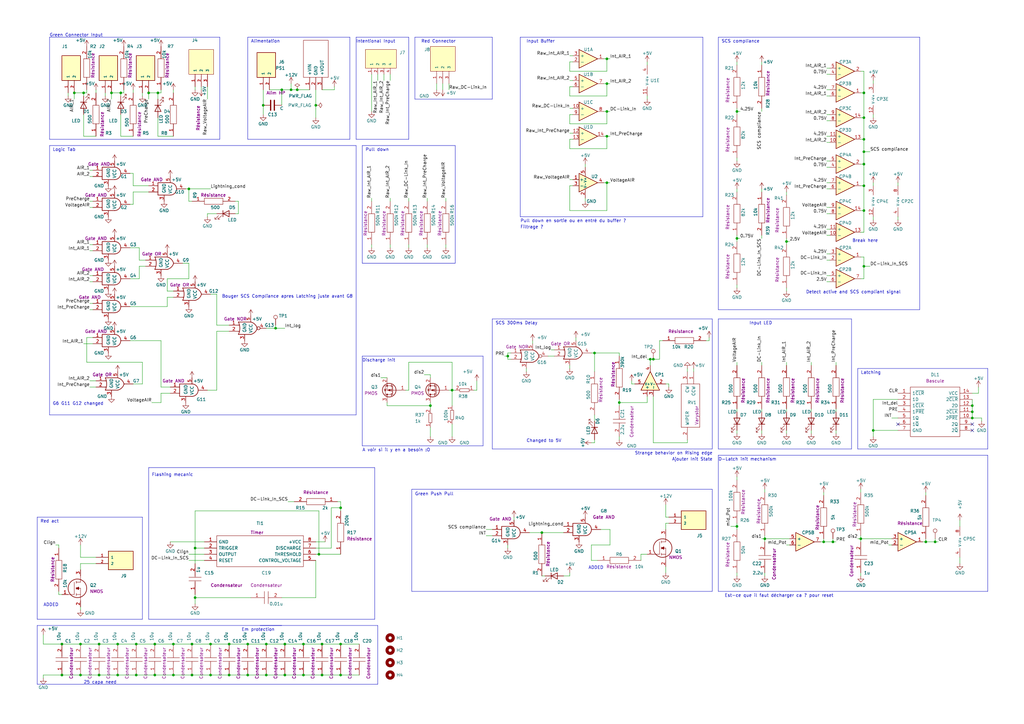
<source format=kicad_sch>
(kicad_sch (version 20231120) (generator "eeschema") (generator_version "8.0")
  (paper "A3")
  (title_block (title "TSAL") (date "2024-02-05") (rev "V2.0") (company "Eymeric Chauchat"))
  (junction (at 48.26 276.86))
  (junction (at 86.36 276.86))
  (junction (at 109.22 276.86))
  (junction (at 86.36 264.16))
  (junction (at 78.74 276.86))
  (junction (at 139.7 276.86))
  (junction (at 40.64 264.16))
  (junction (at 358.14 176.53))
  (junction (at 398.78 171.45))
  (junction (at 115.57 36.83))
  (junction (at 55.88 276.86))
  (junction (at 77.47 77.47))
  (junction (at 222.25 218.44))
  (junction (at 243.84 144.78))
  (junction (at 302.26 97.79))
  (junction (at 354.33 57.15))
  (junction (at 124.46 264.16))
  (junction (at 45.72 38.1))
  (junction (at 130.81 227.33))
  (junction (at 248.92 24.13))
  (junction (at 30.48 38.1))
  (junction (at 132.08 276.86))
  (junction (at 379.73 222.25))
  (junction (at 248.92 55.88))
  (junction (at 71.12 276.86))
  (junction (at 398.78 168.91))
  (junction (at 119.38 36.83))
  (junction (at 266.7 147.32))
  (junction (at 33.02 264.16))
  (junction (at 64.77 38.1))
  (junction (at 25.4 264.16))
  (junction (at 101.6 264.16))
  (junction (at 107.95 43.18))
  (junction (at 109.22 264.16))
  (junction (at 248.92 34.29))
  (junction (at 354.33 67.31))
  (junction (at 208.28 146.05))
  (junction (at 313.69 220.98))
  (junction (at 55.88 264.16))
  (junction (at 25.4 276.86))
  (junction (at 129.54 43.18))
  (junction (at 341.63 222.25))
  (junction (at 49.53 38.1))
  (junction (at 121.92 36.83))
  (junction (at 354.33 48.26))
  (junction (at 267.97 147.32))
  (junction (at 40.64 276.86))
  (junction (at 101.6 276.86))
  (junction (at 322.58 99.06))
  (junction (at 353.06 220.98))
  (junction (at 80.01 224.79))
  (junction (at 139.7 264.16))
  (junction (at 132.08 264.16))
  (junction (at 337.82 222.25))
  (junction (at 354.33 76.2))
  (junction (at 354.33 86.36))
  (junction (at 63.5 276.86))
  (junction (at 248.92 74.93))
  (junction (at 354.33 62.23))
  (junction (at 354.33 109.22))
  (junction (at 33.02 276.86))
  (junction (at 139.7 208.28))
  (junction (at 176.53 166.37))
  (junction (at 124.46 276.86))
  (junction (at 354.33 38.1))
  (junction (at 78.74 264.16))
  (junction (at 398.78 166.37))
  (junction (at 116.84 276.86))
  (junction (at 254 165.1))
  (junction (at 116.84 264.16))
  (junction (at 71.12 264.16))
  (junction (at 302.26 215.9))
  (junction (at 185.42 160.02))
  (junction (at 63.5 264.16))
  (junction (at 60.96 38.1))
  (junction (at 383.54 222.25))
  (junction (at 93.98 276.86))
  (junction (at 113.03 134.62))
  (junction (at 48.26 264.16))
  (junction (at 302.26 45.72))
  (junction (at 93.98 264.16))
  (junction (at 80.01 245.11))
  (junction (at 34.29 38.1))
  (junction (at 248.92 45.72))
  (no_connect (at 398.78 173.99))
  (no_connect (at 398.78 176.53))
  (no_connect (at 368.3 173.99))
  (wire (pts (xy 53.34 83.82) (xy 54.61 83.82)))
  (wire (pts (xy 354.33 114.3) (xy 354.33 109.22)))
  (wire (pts (xy 322.58 99.06) (xy 323.85 99.06)))
  (wire (pts (xy 86.36 276.86) (xy 93.98 276.86)))
  (wire (pts (xy 160.02 81.28) (xy 160.02 82.55)))
  (wire (pts (xy 80.01 209.55) (xy 80.01 224.79)))
  (wire (pts (xy 248.92 60.96) (xy 248.92 55.88)))
  (wire (pts (xy 270.51 139.7) (xy 271.78 139.7)))
  (wire (pts (xy 379.73 222.25) (xy 383.54 222.25)))
  (wire (pts (xy 233.68 60.96) (xy 248.92 60.96)))
  (wire (pts (xy 267.97 181.61) (xy 267.97 162.56)))
  (wire (pts (xy 80.01 243.84) (xy 80.01 245.11)))
  (wire (pts (xy 248.92 39.37) (xy 248.92 34.29)))
  (wire (pts (xy 53.34 125.73) (xy 68.58 125.73)))
  (wire (pts (xy 158.75 165.1) (xy 158.75 166.37)))
  (wire (pts (xy 57.15 114.3) (xy 57.15 109.22)))
  (wire (pts (xy 58.42 38.1) (xy 58.42 39.37)))
  (wire (pts (xy 85.09 35.56) (xy 85.09 40.64)))
  (wire (pts (xy 290.83 139.7) (xy 289.56 139.7)))
  (wire (pts (xy 262.89 229.87) (xy 262.89 227.33)))
  (wire (pts (xy 124.46 276.86) (xy 132.08 276.86)))
  (wire (pts (xy 339.09 49.53) (xy 340.36 49.53)))
  (wire (pts (xy 50.8 36.83) (xy 50.8 38.1)))
  (wire (pts (xy 78.74 276.86) (xy 86.36 276.86)))
  (wire (pts (xy 339.09 85.09) (xy 340.36 85.09)))
  (wire (pts (xy 254 165.1) (xy 254 166.37)))
  (wire (pts (xy 339.09 74.93) (xy 340.36 74.93)))
  (wire (pts (xy 82.55 35.56) (xy 82.55 36.83)))
  (wire (pts (xy 368.3 163.83) (xy 358.14 163.83)))
  (wire (pts (xy 76.2 77.47) (xy 77.47 77.47)))
  (wire (pts (xy 233.68 29.21) (xy 248.92 29.21)))
  (wire (pts (xy 34.29 38.1) (xy 35.56 38.1)))
  (wire (pts (xy 339.09 30.48) (xy 340.36 30.48)))
  (wire (pts (xy 248.92 29.21) (xy 248.92 24.13)))
  (wire (pts (xy 337.82 222.25) (xy 341.63 222.25)))
  (wire (pts (xy 273.05 232.41) (xy 273.05 234.95)))
  (wire (pts (xy 80.01 224.79) (xy 80.01 231.14)))
  (polyline (pts (xy 143.51 15.24) (xy 101.6 15.24)))
  (wire (pts (xy 342.9 167.64) (xy 342.9 168.91)))
  (wire (pts (xy 398.78 163.83) (xy 398.78 166.37)))
  (wire (pts (xy 93.98 135.89) (xy 88.9 135.89)))
  (wire (pts (xy 121.92 36.83) (xy 127 36.83)))
  (wire (pts (xy 233.68 22.86) (xy 234.95 22.86)))
  (polyline (pts (xy 148.59 59.69) (xy 186.69 59.69)))
  (wire (pts (xy 234.95 76.2) (xy 233.68 76.2)))
  (wire (pts (xy 302.26 97.79) (xy 302.26 99.06)))
  (wire (pts (xy 233.68 86.36) (xy 248.92 86.36)))
  (wire (pts (xy 364.49 223.52) (xy 365.76 223.52)))
  (wire (pts (xy 248.92 74.93) (xy 248.92 86.36)))
  (wire (pts (xy 54.61 157.48) (xy 58.42 157.48)))
  (wire (pts (xy 353.06 48.26) (xy 354.33 48.26)))
  (wire (pts (xy 401.32 158.75) (xy 401.32 161.29)))
  (wire (pts (xy 185.42 160.02) (xy 186.69 160.02)))
  (polyline (pts (xy 146.05 15.24) (xy 146.05 57.15)))
  (wire (pts (xy 339.09 104.14) (xy 340.36 104.14)))
  (polyline (pts (xy 101.6 57.15) (xy 143.51 57.15)))
  (wire (pts (xy 77.47 229.87) (xy 83.82 229.87)))
  (polyline (pts (xy 168.91 200.66) (xy 292.1 200.66)))
  (wire (pts (xy 383.54 220.98) (xy 383.54 222.25)))
  (wire (pts (xy 312.42 167.64) (xy 312.42 168.91)))
  (wire (pts (xy 68.58 119.38) (xy 71.12 119.38)))
  (polyline (pts (xy 170.18 15.24) (xy 170.18 40.64)))
  (wire (pts (xy 68.58 121.92) (xy 68.58 125.73)))
  (wire (pts (xy 129.54 222.25) (xy 133.35 222.25)))
  (wire (pts (xy 185.42 160.02) (xy 184.15 160.02)))
  (polyline (pts (xy 148.59 59.69) (xy 148.59 107.95)))
  (wire (pts (xy 77.47 107.95) (xy 77.47 114.3)))
  (wire (pts (xy 167.64 100.33) (xy 167.64 101.6)))
  (wire (pts (xy 323.85 220.98) (xy 313.69 220.98)))
  (wire (pts (xy 175.26 81.28) (xy 175.26 82.55)))
  (wire (pts (xy 290.83 139.7) (xy 290.83 138.43)))
  (wire (pts (xy 254 165.1) (xy 265.43 165.1)))
  (wire (pts (xy 281.94 181.61) (xy 281.94 180.34)))
  (wire (pts (xy 110.49 36.83) (xy 115.57 36.83)))
  (wire (pts (xy 66.04 158.75) (xy 69.85 158.75)))
  (polyline (pts (xy 20.32 15.24) (xy 90.17 15.24)))
  (wire (pts (xy 339.09 46.99) (xy 340.36 46.99)))
  (wire (pts (xy 88.9 87.63) (xy 85.09 87.63)))
  (polyline (pts (xy 201.93 130.81) (xy 292.1 130.81)))
  (wire (pts (xy 339.09 68.58) (xy 340.36 68.58)))
  (polyline (pts (xy 292.1 200.66) (xy 292.1 242.57)))
  (wire (pts (xy 132.08 36.83) (xy 137.16 36.83)))
  (wire (pts (xy 242.57 229.87) (xy 245.11 229.87)))
  (wire (pts (xy 57.15 106.68) (xy 59.69 106.68)))
  (wire (pts (xy 63.5 276.86) (xy 71.12 276.86)))
  (wire (pts (xy 33.02 264.16) (xy 40.64 264.16)))
  (wire (pts (xy 354.33 76.2) (xy 354.33 86.36)))
  (wire (pts (xy 365.76 220.98) (xy 353.06 220.98)))
  (wire (pts (xy 332.74 176.53) (xy 332.74 177.8)))
  (wire (pts (xy 354.33 109.22) (xy 354.33 105.41)))
  (wire (pts (xy 339.09 58.42) (xy 340.36 58.42)))
  (wire (pts (xy 312.42 25.4) (xy 312.42 26.67)))
  (wire (pts (xy 93.98 133.35) (xy 88.9 133.35)))
  (polyline (pts (xy 201.93 15.24) (xy 201.93 40.64)))
  (wire (pts (xy 337.82 220.98) (xy 337.82 222.25)))
  (wire (pts (xy 167.64 81.28) (xy 167.64 82.55)))
  (wire (pts (xy 354.33 86.36) (xy 354.33 95.25)))
  (polyline (pts (xy 351.79 151.13) (xy 351.79 184.15)))
  (wire (pts (xy 176.53 166.37) (xy 176.53 167.64)))
  (polyline (pts (xy 20.32 57.15) (xy 20.32 15.24)))
  (wire (pts (xy 27.94 38.1) (xy 27.94 39.37)))
  (wire (pts (xy 124.46 264.16) (xy 132.08 264.16)))
  (wire (pts (xy 69.85 222.25) (xy 83.82 222.25)))
  (wire (pts (xy 358.14 46.99) (xy 358.14 48.26)))
  (wire (pts (xy 224.79 146.05) (xy 227.33 146.05)))
  (wire (pts (xy 54.61 55.88) (xy 49.53 55.88)))
  (wire (pts (xy 120.65 205.74) (xy 118.11 205.74)))
  (wire (pts (xy 208.28 147.32) (xy 208.28 146.05)))
  (wire (pts (xy 398.78 168.91) (xy 398.78 171.45)))
  (wire (pts (xy 176.53 175.26) (xy 176.53 179.07)))
  (wire (pts (xy 281.94 152.4) (xy 281.94 151.13)))
  (wire (pts (xy 312.42 96.52) (xy 312.42 97.79)))
  (wire (pts (xy 113.03 133.35) (xy 113.03 134.62)))
  (wire (pts (xy 93.98 264.16) (xy 101.6 264.16)))
  (wire (pts (xy 129.54 227.33) (xy 130.81 227.33)))
  (polyline (pts (xy 377.19 15.24) (xy 377.19 127)))
  (wire (pts (xy 248.92 34.29) (xy 250.19 34.29)))
  (wire (pts (xy 353.06 95.25) (xy 354.33 95.25)))
  (wire (pts (xy 115.57 36.83) (xy 119.38 36.83)))
  (wire (pts (xy 322.58 118.11) (xy 322.58 119.38)))
  (wire (pts (xy 33.02 248.92) (xy 33.02 250.19)))
  (wire (pts (xy 45.72 38.1) (xy 49.53 38.1)))
  (wire (pts (xy 353.06 86.36) (xy 354.33 86.36)))
  (wire (pts (xy 34.29 140.97) (xy 38.1 140.97)))
  (wire (pts (xy 312.42 176.53) (xy 312.42 177.8)))
  (wire (pts (xy 266.7 149.86) (xy 266.7 147.32)))
  (wire (pts (xy 109.22 264.16) (xy 116.84 264.16)))
  (wire (pts (xy 259.08 156.21) (xy 259.08 157.48)))
  (wire (pts (xy 116.84 264.16) (xy 124.46 264.16)))
  (wire (pts (xy 154.94 33.02) (xy 154.94 30.48)))
  (wire (pts (xy 77.47 114.3) (xy 68.58 114.3)))
  (wire (pts (xy 233.68 46.99) (xy 233.68 50.8)))
  (polyline (pts (xy 213.36 88.9) (xy 288.29 88.9)))
  (polyline (pts (xy 143.51 57.15) (xy 143.51 15.24)))
  (wire (pts (xy 313.69 219.71) (xy 313.69 220.98)))
  (polyline (pts (xy 170.18 15.24) (xy 201.93 15.24)))
  (wire (pts (xy 119.38 34.29) (xy 119.38 36.83)))
  (wire (pts (xy 34.29 46.99) (xy 34.29 55.88)))
  (polyline (pts (xy 288.29 15.24) (xy 213.36 15.24)))
  (wire (pts (xy 402.59 172.72) (xy 402.59 171.45)))
  (wire (pts (xy 129.54 36.83) (xy 129.54 43.18)))
  (wire (pts (xy 354.33 62.23) (xy 356.87 62.23)))
  (wire (pts (xy 80.01 224.79) (xy 83.82 224.79)))
  (wire (pts (xy 71.12 264.16) (xy 78.74 264.16)))
  (wire (pts (xy 36.83 124.46) (xy 38.1 124.46)))
  (wire (pts (xy 354.33 57.15) (xy 354.33 62.23)))
  (wire (pts (xy 107.95 43.18) (xy 107.95 46.99)))
  (wire (pts (xy 85.09 87.63) (xy 85.09 88.9)))
  (wire (pts (xy 302.26 64.77) (xy 302.26 66.04)))
  (wire (pts (xy 209.55 147.32) (xy 208.28 147.32)))
  (wire (pts (xy 358.14 74.93) (xy 358.14 76.2)))
  (wire (pts (xy 313.69 200.66) (xy 313.69 201.93)))
  (wire (pts (xy 208.28 146.05) (xy 208.28 144.78)))
  (wire (pts (xy 30.48 38.1) (xy 30.48 40.64)))
  (wire (pts (xy 248.92 24.13) (xy 250.19 24.13)))
  (wire (pts (xy 97.79 87.63) (xy 96.52 87.63)))
  (wire (pts (xy 182.88 100.33) (xy 182.88 101.6)))
  (wire (pts (xy 71.12 36.83) (xy 71.12 38.1)))
  (wire (pts (xy 57.15 109.22) (xy 59.69 109.22)))
  (wire (pts (xy 215.9 151.13) (xy 215.9 152.4)))
  (wire (pts (xy 233.68 234.95) (xy 233.68 236.22)))
  (wire (pts (xy 353.06 105.41) (xy 354.33 105.41)))
  (wire (pts (xy 113.03 134.62) (xy 116.84 134.62)))
  (wire (pts (xy 240.03 81.28) (xy 240.03 82.55)))
  (wire (pts (xy 160.02 33.02) (xy 160.02 30.48)))
  (wire (pts (xy 64.77 55.88) (xy 64.77 48.26)))
  (wire (pts (xy 36.83 115.57) (xy 38.1 115.57)))
  (wire (pts (xy 358.14 33.02) (xy 358.14 34.29)))
  (polyline (pts (xy 198.12 182.88) (xy 198.12 146.05)))
  (wire (pts (xy 101.6 264.16) (xy 109.22 264.16)))
  (wire (pts (xy 130.81 227.33) (xy 139.7 227.33)))
  (wire (pts (xy 33.02 231.14) (xy 39.37 231.14)))
  (polyline (pts (xy 60.96 254) (xy 60.96 191.77)))
  (wire (pts (xy 40.64 264.16) (xy 48.26 264.16)))
  (wire (pts (xy 353.06 29.21) (xy 354.33 29.21)))
  (wire (pts (xy 199.39 219.71) (xy 201.93 219.71)))
  (wire (pts (xy 132.08 276.86) (xy 139.7 276.86)))
  (wire (pts (xy 39.37 55.88) (xy 34.29 55.88)))
  (wire (pts (xy 273.05 207.01) (xy 273.05 212.09)))
  (polyline (pts (xy 294.64 15.24) (xy 377.19 15.24)))
  (wire (pts (xy 129.54 245.11) (xy 115.57 245.11)))
  (wire (pts (xy 368.3 74.93) (xy 368.3 76.2)))
  (wire (pts (xy 132.08 264.16) (xy 139.7 264.16)))
  (wire (pts (xy 302.26 25.4) (xy 302.26 26.67)))
  (polyline (pts (xy 15.24 256.54) (xy 115.57 256.54)))
  (wire (pts (xy 80.01 35.56) (xy 80.01 36.83)))
  (wire (pts (xy 222.25 236.22) (xy 223.52 236.22)))
  (wire (pts (xy 210.82 212.09) (xy 210.82 213.36)))
  (wire (pts (xy 119.38 36.83) (xy 121.92 36.83)))
  (polyline (pts (xy 154.94 280.67) (xy 15.24 280.67)))
  (wire (pts (xy 233.68 50.8) (xy 248.92 50.8)))
  (wire (pts (xy 233.68 25.4) (xy 233.68 29.21)))
  (wire (pts (xy 93.98 276.86) (xy 101.6 276.86)))
  (polyline (pts (xy 146.05 170.18) (xy 20.32 170.18)))
  (polyline (pts (xy 153.67 254) (xy 60.96 254)))
  (wire (pts (xy 55.88 276.86) (xy 48.26 276.86)))
  (polyline (pts (xy 15.24 256.54) (xy 15.24 280.67)))
  (wire (pts (xy 339.09 55.88) (xy 340.36 55.88)))
  (wire (pts (xy 66.04 165.1) (xy 62.23 165.1)))
  (wire (pts (xy 101.6 276.86) (xy 109.22 276.86)))
  (wire (pts (xy 243.84 180.34) (xy 243.84 181.61)))
  (wire (pts (xy 195.58 156.21) (xy 195.58 160.02)))
  (wire (pts (xy 302.26 45.72) (xy 303.53 45.72)))
  (wire (pts (xy 33.02 231.14) (xy 33.02 233.68)))
  (polyline (pts (xy 101.6 15.24) (xy 101.6 57.15)))
  (wire (pts (xy 302.26 195.58) (xy 302.26 196.85)))
  (wire (pts (xy 199.39 217.17) (xy 201.93 217.17)))
  (wire (pts (xy 339.09 36.83) (xy 340.36 36.83)))
  (wire (pts (xy 96.52 82.55) (xy 97.79 82.55)))
  (wire (pts (xy 156.21 154.94) (xy 158.75 154.94)))
  (polyline (pts (xy 58.42 212.09) (xy 58.42 254)))
  (polyline (pts (xy 153.67 191.77) (xy 153.67 254)))
  (wire (pts (xy 302.26 77.47) (xy 302.26 78.74)))
  (wire (pts (xy 270.51 139.7) (xy 270.51 147.32)))
  (wire (pts (xy 124.46 276.86) (xy 116.84 276.86)))
  (wire (pts (xy 53.34 101.6) (xy 57.15 101.6)))
  (wire (pts (xy 35.56 138.43) (xy 38.1 138.43)))
  (wire (pts (xy 248.92 24.13) (xy 247.65 24.13)))
  (wire (pts (xy 247.65 74.93) (xy 248.92 74.93)))
  (wire (pts (xy 302.26 214.63) (xy 302.26 215.9)))
  (wire (pts (xy 332.74 167.64) (xy 332.74 168.91)))
  (wire (pts (xy 60.96 38.1) (xy 64.77 38.1)))
  (wire (pts (xy 341.63 220.98) (xy 341.63 222.25)))
  (polyline (pts (xy 288.29 15.24) (xy 288.29 88.9)))
  (polyline (pts (xy 146.05 57.15) (xy 167.64 57.15)))
  (wire (pts (xy 208.28 144.78) (xy 209.55 144.78)))
  (wire (pts (xy 383.54 222.25) (xy 384.81 222.25)))
  (polyline (pts (xy 405.13 151.13) (xy 405.13 184.15)))
  (wire (pts (xy 312.42 77.47) (xy 312.42 78.74)))
  (wire (pts (xy 354.33 109.22) (xy 356.87 109.22)))
  (wire (pts (xy 265.43 25.4) (xy 265.43 26.67)))
  (wire (pts (xy 265.43 39.37) (xy 265.43 40.64)))
  (wire (pts (xy 77.47 77.47) (xy 77.47 82.55)))
  (polyline (pts (xy 294.64 130.81) (xy 294.64 184.15)))
  (wire (pts (xy 312.42 148.59) (xy 312.42 149.86)))
  (wire (pts (xy 86.36 264.16) (xy 93.98 264.16)))
  (wire (pts (xy 36.83 158.75) (xy 39.37 158.75)))
  (wire (pts (xy 60.96 38.1) (xy 60.96 40.64)))
  (wire (pts (xy 139.7 205.74) (xy 139.7 208.28)))
  (wire (pts (xy 34.29 38.1) (xy 34.29 39.37)))
  (polyline (pts (xy 294.64 184.15) (xy 349.25 184.15)))
  (polyline (pts (xy 294.64 186.69) (xy 405.13 186.69)))
  (polyline (pts (xy 351.79 151.13) (xy 405.13 151.13)))
  (wire (pts (xy 274.32 212.09) (xy 273.05 212.09)))
  (wire (pts (xy 339.09 27.94) (xy 340.36 27.94)))
  (wire (pts (xy 185.42 160.02) (xy 185.42 166.37)))
  (wire (pts (xy 322.58 148.59) (xy 322.58 149.86)))
  (wire (pts (xy 176.53 165.1) (xy 176.53 166.37)))
  (polyline (pts (xy 148.59 146.05) (xy 148.59 182.88)))
  (wire (pts (xy 267.97 147.32) (xy 270.51 147.32)))
  (wire (pts (xy 39.37 228.6) (xy 33.02 228.6)))
  (wire (pts (xy 322.58 176.53) (xy 322.58 177.8)))
  (wire (pts (xy 398.78 161.29) (xy 401.32 161.29)))
  (wire (pts (xy 353.06 67.31) (xy 354.33 67.31)))
  (wire (pts (xy 353.06 200.66) (xy 353.06 201.93)))
  (wire (pts (xy 250.19 223.52) (xy 242.57 223.52)))
  (wire (pts (xy 181.61 34.29) (xy 181.61 36.83)))
  (wire (pts (xy 339.09 96.52) (xy 340.36 96.52)))
  (wire (pts (xy 129.54 229.87) (xy 129.54 245.11)))
  (wire (pts (xy 167.64 160.02) (xy 167.64 148.59)))
  (wire (pts (xy 248.92 34.29) (xy 247.65 34.29)))
  (polyline (pts (xy 198.12 146.05) (xy 148.59 146.05)))
  (polyline (pts (xy 405.13 242.57) (xy 294.64 242.57)))
  (wire (pts (xy 248.92 45.72) (xy 250.19 45.72)))
  (wire (pts (xy 35.56 36.83) (xy 35.56 38.1)))
  (wire (pts (xy 234.95 35.56) (xy 233.68 35.56)))
  (wire (pts (xy 265.43 165.1) (xy 265.43 162.56)))
  (wire (pts (xy 342.9 148.59) (xy 342.9 149.86)))
  (wire (pts (xy 273.05 157.48) (xy 274.32 157.48)))
  (wire (pts (xy 208.28 224.79) (xy 208.28 223.52)))
  (polyline (pts (xy 168.91 200.66) (xy 168.91 242.57)))
  (wire (pts (xy 259.08 157.48) (xy 260.35 157.48)))
  (wire (pts (xy 24.13 223.52) (xy 24.13 224.79)))
  (wire (pts (xy 313.69 234.95) (xy 313.69 236.22)))
  (wire (pts (xy 77.47 77.47) (xy 86.36 77.47)))
  (wire (pts (xy 322.58 223.52) (xy 323.85 223.52)))
  (wire (pts (xy 160.02 100.33) (xy 160.02 101.6)))
  (wire (pts (xy 182.88 81.28) (xy 182.88 82.55)))
  (wire (pts (xy 339.09 115.57) (xy 340.36 115.57)))
  (wire (pts (xy 36.83 82.55) (xy 38.1 82.55)))
  (wire (pts (xy 48.26 276.86) (xy 40.64 276.86)))
  (polyline (pts (xy 201.93 130.81) (xy 201.93 184.15)))
  (wire (pts (xy 398.78 171.45) (xy 402.59 171.45)))
  (wire (pts (xy 88.9 135.89) (xy 88.9 160.02)))
  (polyline (pts (xy 377.19 127) (xy 294.64 127)))
  (wire (pts (xy 36.83 100.33) (xy 38.1 100.33)))
  (wire (pts (xy 57.15 101.6) (xy 57.15 106.68)))
  (wire (pts (xy 115.57 36.83) (xy 115.57 43.18)))
  (wire (pts (xy 313.69 220.98) (xy 313.69 222.25)))
  (polyline (pts (xy 294.64 242.57) (xy 294.64 186.69)))
  (wire (pts (xy 43.18 38.1) (xy 43.18 39.37)))
  (wire (pts (xy 175.26 100.33) (xy 175.26 101.6)))
  (wire (pts (xy 254 179.07) (xy 254 180.34)))
  (wire (pts (xy 139.7 205.74) (xy 138.43 205.74)))
  (wire (pts (xy 302.26 176.53) (xy 302.26 177.8)))
  (polyline (pts (xy 60.96 191.77) (xy 153.67 191.77)))
  (wire (pts (xy 173.99 153.67) (xy 176.53 153.67)))
  (polyline (pts (xy 201.93 184.15) (xy 292.1 184.15)))
  (wire (pts (xy 152.4 81.28) (xy 152.4 82.55)))
  (polyline (pts (xy 294.64 15.24) (xy 294.64 127)))
  (wire (pts (xy 176.53 153.67) (xy 176.53 154.94)))
  (wire (pts (xy 135.89 208.28) (xy 135.89 224.79)))
  (wire (pts (xy 368.3 88.9) (xy 368.3 90.17)))
  (wire (pts (xy 49.53 38.1) (xy 49.53 39.37)))
  (wire (pts (xy 152.4 100.33) (xy 152.4 101.6)))
  (wire (pts (xy 17.78 260.35) (xy 17.78 264.16)))
  (wire (pts (xy 54.61 36.83) (xy 54.61 38.1)))
  (wire (pts (xy 393.7 213.36) (xy 393.7 215.9)))
  (wire (pts (xy 353.06 76.2) (xy 354.33 76.2)))
  (wire (pts (xy 312.42 44.45) (xy 312.42 45.72)))
  (wire (pts (xy 54.61 71.12) (xy 54.61 76.2)))
  (wire (pts (xy 179.07 34.29) (xy 179.07 36.83)))
  (wire (pts (xy 25.4 264.16) (xy 33.02 264.16)))
  (wire (pts (xy 302.26 97.79) (xy 303.53 97.79)))
  (wire (pts (xy 36.83 156.21) (xy 39.37 156.21)))
  (wire (pts (xy 254 163.83) (xy 254 165.1)))
  (wire (pts (xy 78.74 264.16) (xy 86.36 264.16)))
  (polyline (pts (xy 292.1 242.57) (xy 168.91 242.57)))
  (polyline (pts (xy 90.17 15.24) (xy 90.17 57.15)))
  (wire (pts (xy 233.68 39.37) (xy 248.92 39.37)))
  (wire (pts (xy 130.81 227.33) (xy 130.81 209.55)))
  (wire (pts (xy 129.54 224.79) (xy 135.89 224.79)))
  (wire (pts (xy 233.68 149.86) (xy 233.68 151.13)))
  (wire (pts (xy 234.95 25.4) (xy 233.68 25.4)))
  (wire (pts (xy 250.19 217.17) (xy 250.19 223.52)))
  (wire (pts (xy 339.09 113.03) (xy 340.36 113.03)))
  (wire (pts (xy 194.31 160.02) (xy 195.58 160.02)))
  (wire (pts (xy 71.12 121.92) (xy 68.58 121.92)))
  (wire (pts (xy 322.58 167.64) (xy 322.58 168.91)))
  (wire (pts (xy 233.68 76.2) (xy 233.68 86.36)))
  (wire (pts (xy 339.09 93.98) (xy 340.36 93.98)))
  (polyline (pts (xy 405.13 186.69) (xy 405.13 242.57)))
  (wire (pts (xy 248.92 55.88) (xy 247.65 55.88)))
  (wire (pts (xy 88.9 120.65) (xy 86.36 120.65)))
  (wire (pts (xy 184.15 34.29) (xy 184.15 36.83)))
  (wire (pts (xy 74.93 107.95) (xy 77.47 107.95)))
  (wire (pts (xy 365.76 171.45) (xy 368.3 171.45)))
  (polyline (pts (xy 201.93 40.64) (xy 170.18 40.64)))
  (wire (pts (xy 322.58 78.74) (xy 322.58 80.01)))
  (wire (pts (xy 49.53 55.88) (xy 49.53 46.99)))
  (wire (pts (xy 25.4 276.86) (xy 33.02 276.86)))
  (wire (pts (xy 129.54 43.18) (xy 129.54 48.26)))
  (wire (pts (xy 284.48 151.13) (xy 284.48 152.4)))
  (wire (pts (xy 66.04 36.83) (xy 66.04 38.1)))
  (wire (pts (xy 185.42 173.99) (xy 185.42 179.07)))
  (wire (pts (xy 30.48 38.1) (xy 34.29 38.1)))
  (wire (pts (xy 54.61 78.74) (xy 60.96 78.74)))
  (wire (pts (xy 339.09 106.68) (xy 340.36 106.68)))
  (wire (pts (xy 248.92 55.88) (xy 250.19 55.88)))
  (wire (pts (xy 33.02 276.86) (xy 40.64 276.86)))
  (polyline (pts (xy 146.05 59.69) (xy 146.05 170.18)))
  (polyline (pts (xy 106.68 256.54) (xy 154.94 256.54)))
  (wire (pts (xy 80.01 245.11) (xy 80.01 247.65)))
  (wire (pts (xy 53.34 114.3) (xy 57.15 114.3)))
  (wire (pts (xy 353.06 57.15) (xy 354.33 57.15)))
  (wire (pts (xy 302.26 96.52) (xy 302.26 97.79)))
  (wire (pts (xy 152.4 30.48) (xy 152.4 45.72)))
  (wire (pts (xy 354.33 67.31) (xy 354.33 76.2)))
  (wire (pts (xy 109.22 276.86) (xy 116.84 276.86)))
  (wire (pts (xy 358.14 163.83) (xy 358.14 176.53)))
  (wire (pts (xy 353.06 220.98) (xy 353.06 222.25)))
  (wire (pts (xy 339.09 87.63) (xy 340.36 87.63)))
  (wire (pts (xy 77.47 227.33) (xy 83.82 227.33)))
  (wire (pts (xy 351.79 220.98) (xy 353.06 220.98)))
  (wire (pts (xy 233.68 57.15) (xy 233.68 60.96)))
  (wire (pts (xy 265.43 147.32) (xy 266.7 147.32)))
  (wire (pts (xy 353.06 234.95) (xy 353.06 236.22)))
  (wire (pts (xy 236.22 138.43) (xy 236.22 139.7)))
  (wire (pts (xy 36.83 127) (xy 38.1 127)))
  (wire (pts (xy 254 144.78) (xy 254 146.05)))
  (wire (pts (xy 167.64 148.59) (xy 185.42 148.59)))
  (wire (pts (xy 243.84 152.4) (xy 243.84 144.78)))
  (wire (pts (xy 222.25 218.44) (xy 231.14 218.44)))
  (wire (pts (xy 248.92 74.93) (xy 250.19 74.93)))
  (wire (pts (xy 242.57 223.52) (xy 242.57 229.87)))
  (wire (pts (xy 233.68 73.66) (xy 234.95 73.66)))
  (wire (pts (xy 243.84 144.78) (xy 254 144.78)))
  (wire (pts (xy 217.17 218.44) (xy 222.25 218.44)))
  (wire (pts (xy 231.14 236.22) (xy 233.68 236.22)))
  (wire (pts (xy 137.16 35.56) (xy 137.16 36.83)))
  (wire (pts (xy 77.47 82.55) (xy 78.74 82.55)))
  (wire (pts (xy 39.37 36.83) (xy 39.37 38.1)))
  (wire (pts (xy 358.14 176.53) (xy 358.14 179.07)))
  (wire (pts (xy 64.77 38.1) (xy 64.77 40.64)))
  (wire (pts (xy 64.77 38.1) (xy 66.04 38.1)))
  (wire (pts (xy 58.42 148.59) (xy 35.56 148.59)))
  (wire (pts (xy 22.86 223.52) (xy 24.13 223.52)))
  (wire (pts (xy 281.94 181.61) (xy 267.97 181.61)))
  (wire (pts (xy 302.26 116.84) (xy 302.26 118.11)))
  (wire (pts (xy 243.84 172.72) (xy 243.84 170.18)))
  (wire (pts (xy 167.64 160.02) (xy 166.37 160.02)))
  (wire (pts (xy 36.83 85.09) (xy 38.1 85.09)))
  (wire (pts (xy 273.05 214.63) (xy 274.32 214.63)))
  (polyline (pts (xy 20.32 59.69) (xy 146.05 59.69)))
  (wire (pts (xy 157.48 33.02) (xy 157.48 30.48)))
  (wire (pts (xy 302.26 45.72) (xy 302.26 46.99)))
  (wire (pts (xy 17.78 276.86) (xy 25.4 276.86)))
  (wire (pts (xy 139.7 208.28) (xy 135.89 208.28)))
  (wire (pts (xy 66.04 139.7) (xy 66.04 158.75)))
  (wire (pts (xy 24.13 243.84) (xy 25.4 243.84)))
  (polyline (pts (xy 294.64 130.81) (xy 349.25 130.81)))
  (wire (pts (xy 63.5 264.16) (xy 71.12 264.16)))
  (wire (pts (xy 322.58 99.06) (xy 322.58 100.33)))
  (wire (pts (xy 107.95 36.83) (xy 107.95 43.18)))
  (wire (pts (xy 322.58 97.79) (xy 322.58 99.06)))
  (wire (pts (xy 302.26 215.9) (xy 299.72 215.9)))
  (wire (pts (xy 353.06 38.1) (xy 354.33 38.1)))
  (wire (pts (xy 36.83 69.85) (xy 38.1 69.85)))
  (wire (pts (xy 139.7 276.86) (xy 147.32 276.86)))
  (wire (pts (xy 36.83 113.03) (xy 38.1 113.03)))
  (wire (pts (xy 302.26 215.9) (xy 302.26 217.17)))
  (wire (pts (xy 35.56 138.43) (xy 35.56 148.59)))
  (wire (pts (xy 33.02 223.52) (xy 33.02 228.6)))
  (polyline (pts (xy 148.59 182.88) (xy 198.12 182.88)))
  (wire (pts (xy 341.63 222.25) (xy 342.9 222.25)))
  (wire (pts (xy 358.14 88.9) (xy 358.14 90.17)))
  (wire (pts (xy 233.68 57.15) (xy 234.95 57.15)))
  (polyline (pts (xy 154.94 256.54) (xy 154.94 280.67)))
  (wire (pts (xy 398.78 166.37) (xy 398.78 168.91)))
  (wire (pts (xy 393.7 231.14) (xy 393.7 228.6)))
  (wire (pts (xy 139.7 208.28) (xy 139.7 209.55)))
  (wire (pts (xy 58.42 157.48) (xy 58.42 148.59)))
  (wire (pts (xy 339.09 77.47) (xy 340.36 77.47)))
  (wire (pts (xy 158.75 166.37) (xy 176.53 166.37)))
  (wire (pts (xy 266.7 147.32) (xy 267.97 147.32)))
  (wire (pts (xy 55.88 264.16) (xy 63.5 264.16)))
  (wire (pts (xy 63.5 276.86) (xy 55.88 276.86)))
  (wire (pts (xy 354.33 62.23) (xy 354.33 67.31)))
  (wire (pts (xy 88.9 120.65) (xy 88.9 133.35)))
  (wire (pts (xy 233.68 35.56) (xy 233.68 39.37)))
  (wire (pts (xy 88.9 160.02) (xy 85.09 160.02)))
  (wire (pts (xy 354.33 29.21) (xy 354.33 38.1)))
  (wire (pts (xy 332.74 148.59) (xy 332.74 149.86)))
  (wire (pts (xy 71.12 276.86) (xy 78.74 276.86)))
  (wire (pts (xy 54.61 76.2) (xy 60.96 76.2)))
  (wire (pts (xy 80.01 245.11) (xy 102.87 245.11)))
  (wire (pts (xy 71.12 55.88) (xy 64.77 55.88)))
  (wire (pts (xy 49.53 38.1) (xy 50.8 38.1)))
  (wire (pts (xy 379.73 220.98) (xy 379.73 222.25)))
  (wire (pts (xy 379.73 201.93) (xy 379.73 203.2)))
  (polyline (pts (xy 213.36 15.24) (xy 213.36 88.9)))
  (polyline (pts (xy 58.42 254) (xy 15.24 254)))
  (wire (pts (xy 66.04 161.29) (xy 66.04 165.1)))
  (wire (pts (xy 242.57 144.78) (xy 243.84 144.78)))
  (polyline (pts (xy 349.25 184.15) (xy 349.25 130.81)))
  (wire (pts (xy 109.22 134.62) (xy 113.03 134.62)))
  (wire (pts (xy 273.05 214.63) (xy 273.05 217.17)))
  (polyline (pts (xy 15.24 212.09) (xy 58.42 212.09)))
  (polyline (pts (xy 146.05 15.24) (xy 167.64 15.24)))
  (wire (pts (xy 302.26 148.59) (xy 302.26 149.86)))
  (wire (pts (xy 243.84 181.61) (xy 242.57 181.61)))
  (polyline (pts (xy 15.24 254) (xy 15.24 212.09)))
  (wire (pts (xy 139.7 264.16) (xy 147.32 264.16)))
  (wire (pts (xy 53.34 71.12) (xy 54.61 71.12)))
  (wire (pts (xy 36.83 102.87) (xy 38.1 102.87)))
  (wire (pts (xy 312.42 220.98) (xy 313.69 220.98)))
  (wire (pts (xy 17.78 276.86) (xy 17.78 278.13)))
  (wire (pts (xy 80.01 209.55) (xy 130.81 209.55)))
  (polyline (pts (xy 292.1 184.15) (xy 292.1 130.81)))
  (polyline (pts (xy 186.69 59.69) (xy 186.69 107.95)))
  (wire (pts (xy 248.92 45.72) (xy 247.65 45.72)))
  (polyline (pts (xy 20.32 59.69) (xy 20.32 170.18)))
  (wire (pts (xy 226.06 143.51) (xy 227.33 143.51)))
  (wire (pts (xy 339.09 66.04) (xy 340.36 66.04)))
  (wire (pts (xy 233.68 54.61) (xy 234.95 54.61)))
  (polyline (pts (xy 405.13 184.15) (xy 351.79 184.15)))
  (wire (pts (xy 53.34 139.7) (xy 66.04 139.7)))
  (wire (pts (xy 207.01 146.05) (xy 208.28 146.05)))
  (wire (pts (xy 234.95 46.99) (xy 233.68 46.99)))
  (wire (pts (xy 262.89 227.33) (xy 265.43 227.33)))
  (wire (pts (xy 353.06 219.71) (xy 353.06 220.98)))
  (wire (pts (xy 17.78 264.16) (xy 25.4 264.16)))
  (wire (pts (xy 302.26 234.95) (xy 302.26 236.22)))
  (wire (pts (xy 336.55 222.25) (xy 337.82 222.25)))
  (wire (pts (xy 358.14 176.53) (xy 368.3 176.53)))
  (wire (pts (xy 354.33 48.26) (xy 354.33 57.15)))
  (wire (pts (xy 54.61 78.74) (xy 54.61 83.82)))
  (wire (pts (xy 97.79 82.55) (xy 97.79 87.63)))
  (wire (pts (xy 302.26 44.45) (xy 302.26 45.72)))
  (wire (pts (xy 353.06 114.3) (xy 354.33 114.3)))
  (wire (pts (xy 274.32 157.48) (xy 274.32 158.75)))
  (wire (pts (xy 69.85 161.29) (xy 66.04 161.29)))
  (polyline (pts (xy 186.69 107.95) (xy 148.59 107.95)))
  (wire (pts (xy 354.33 38.1) (xy 354.33 48.26)))
  (wire (pts (xy 24.13 243.84) (xy 24.13 242.57)))
  (wire (pts (xy 36.83 72.39) (xy 38.1 72.39)))
  (wire (pts (xy 339.09 39.37) (xy 340.36 39.37)))
  (wire (pts (xy 218.44 139.7) (xy 218.44 140.97)))
  (wire (pts (xy 337.82 201.93) (xy 337.82 203.2)))
  (wire (pts (xy 233.68 44.45) (xy 234.95 44.45)))
  (wire (pts (xy 45.72 38.1) (xy 45.72 40.64)))
  (polyline (pts (xy 167.64 57.15) (xy 167.64 15.24)))
  (polyline (pts (xy 90.17 57.15) (xy 20.32 57.15)))
  (wire (pts (xy 248.92 50.8) (xy 248.92 45.72)))
  (wire (pts (xy 240.03 67.31) (xy 240.03 68.58)))
  (wire (pts (xy 378.46 222.25) (xy 379.73 222.25)))
  (wire (pts (xy 185.42 148.59) (xy 185.42 160.02)))
  (wire (pts (xy 68.58 114.3) (xy 68.58 119.38)))
  (wire (pts (xy 233.68 33.02) (xy 234.95 33.02)))
  (wire (pts (xy 246.38 217.17) (xy 250.19 217.17)))
  (wire (pts (xy 48.26 264.16) (xy 55.88 264.16)))
  (wire (pts (xy 342.9 176.53) (xy 342.9 177.8)))
  (wire (pts (xy 302.26 167.64) (xy 302.26 168.91)))
  (text "Green Push Pull\n" (at 170.18 203.454 0) (effects (font (size 1.27 1.27)) (justify left bottom)))
  (text "Red Connector\n" (at 172.72 17.78 0) (effects (font (size 1.27 1.27)) (justify left bottom)))
  (text "Filtrage ?" (at 213.36 93.98 0) (effects (font (size 1.27 1.27)) (justify left bottom)))
  (text "Flashing mecanic\n" (at 62.23 195.58 0) (effects (font (size 1.27 1.27)) (justify left bottom)))
  (text "ADDED" (at 17.78 248.92 0) (effects (font (size 1.27 1.27)) (justify left bottom)))
  (text "Strange behavior on Rising edge" (at 260.35 186.69 0) (effects (font (size 1.27 1.27)) (justify left bottom)))
  (text "Changed to 5V" (at 215.9 181.61 0) (effects (font (size 1.27 1.27)) (justify left bottom)))
  (text "Green Connector Input" (at 20.32 15.24 0) (effects (font (size 1.27 1.27)) (justify left bottom)))
  (text "Ajouter Init State" (at 275.59 189.23 0) (effects (font (size 1.27 1.27)) (justify left bottom)))
  (text "Pull down en sortie ou en entré du buffer ? " (at 257.81 91.44 0) (effects (font (size 1.27 1.27)) (justify right bottom)))
  (text "Est-ce que il faut décharger ca ? pour reset" (at 297.18 245.11 0) (effects (font (size 1.27 1.27)) (justify left bottom)))
  (text "ADDED" (at 241.3 233.68 0) (effects (font (size 1.27 1.27)) (justify left bottom)))
  (text "Break here" (at 354.838 98.806 0) (effects (font (size 1.27 1.27))))
  (text "Em protection" (at 99.06 259.08 0) (effects (font (size 1.27 1.27)) (justify left bottom)))
  (text "Detect active and SCS compliant signal" (at 350.012 119.888 0) (effects (font (size 1.27 1.27))))
  (text "Bouger SCS Compliance apres Latching juste avant G8" (at 117.856 121.666 0) (effects (font (size 1.27 1.27))))
  (text "Alimentation\n" (at 102.87 17.78 0) (effects (font (size 1.27 1.27)) (justify left bottom)))
  (text "A voir si il y en a besoin :O" (at 148.59 185.42 0) (effects (font (size 1.27 1.27)) (justify left bottom)))
  (text "SCS compliance" (at 295.91 17.78 0) (effects (font (size 1.27 1.27)) (justify left bottom)))
  (text "G6 G11 G12 changed" (at 21.59 166.37 0) (effects (font (size 1.27 1.27)) (justify left bottom)))
  (text "Red act" (at 16.51 214.63 0) (effects (font (size 1.27 1.27)) (justify left bottom)))
  (text "Discharge init" (at 148.59 148.59 0) (effects (font (size 1.27 1.27)) (justify left bottom)))
  (text "Pull down" (at 149.86 62.23 0) (effects (font (size 1.27 1.27)) (justify left bottom)))
  (text "25 capa need" (at 34.29 280.67 0) (effects (font (size 1.27 1.27)) (justify left bottom)))
  (text "Logic Tab" (at 21.59 62.23 0) (effects (font (size 1.27 1.27)) (justify left bottom)))
  (text "Latching" (at 353.06 153.67 0) (effects (font (size 1.27 1.27)) (justify left bottom)))
  (text "SCS 300ms Delay\n" (at 203.2 133.35 0) (effects (font (size 1.27 1.27)) (justify left bottom)))
  (text "D-Latch init mechanism" (at 294.64 189.23 0) (effects (font (size 1.27 1.27)) (justify left bottom)))
  (text "Input LED" (at 307.34 133.35 0) (effects (font (size 1.27 1.27)) (justify left bottom)))
  (text "Intentional Input" (at 146.05 17.78 0) (effects (font (size 1.27 1.27)) (justify left bottom)))
  (text "Input Buffer" (at 215.9 17.78 0) (effects (font (size 1.27 1.27)) (justify left bottom)))
  (label "2.5V" (at 339.09 115.57 180))
  (label "Raw_VoltageAIR" (at 233.68 73.66 180))
  (label "Int_AIR_2" (at 332.74 148.59 90))
  (label "Clign" (at 22.86 223.52 180))
  (label "4.25V" (at 303.53 45.72 0))
  (label "Int_log" (at 116.84 134.62 0))
  (label "Int_PreCharge" (at 36.83 158.75 180))
  (label "VoltageAIR" (at 339.09 85.09 180))
  (label "4.25V" (at 339.09 36.83 180))
  (label "PRE" (at 342.9 222.25 0))
  (label "AIR_2" (at 45.72 40.64 270))
  (label "PRE" (at 368.3 168.91 180))
  (label "INT" (at 365.76 171.45 180))
  (label "Int_PreCharge" (at 36.83 127 180))
  (label "SCS compliance" (at 199.39 217.17 180))
  (label "Lightning_cond" (at 86.36 77.47 0))
  (label "VoltageAIR" (at 250.19 74.93 0))
  (label "dis2" (at 173.99 153.67 180))
  (label "mid_Pot" (at 299.72 215.9 90))
  (label "Int_AIR_2" (at 36.83 156.21 180))
  (label "DC-Link_In_SCS" (at 77.47 229.87 180))
  (label "4.25V" (at 339.09 74.93 180))
  (label "Int_AIR_2" (at 339.09 46.99 180))
  (label "SCS compliance" (at 356.87 62.23 0))
  (label "DC-Link_In_SCS" (at 312.42 97.79 270))
  (label "Raw_VoltageAIR" (at 182.88 81.28 90))
  (label "VoltageAIR" (at 339.09 96.52 180))
  (label "Int_PreCharge" (at 250.19 55.88 0))
  (label "4.25V" (at 339.09 55.88 180))
  (label "Raw_Int_AIR_2" (at 157.48 33.02 270))
  (label "Lightning_cond" (at 231.14 215.9 180))
  (label "DC-Link_In" (at 339.09 113.03 180))
  (label "Int_del" (at 368.3 166.37 180))
  (label "Int_del" (at 265.43 147.32 180))
  (label "Int_AIR_2" (at 339.09 58.42 180))
  (label "Int_PreCharge" (at 339.09 77.47 180))
  (label "CLR" (at 384.81 222.25 0))
  (label "Int_AIR_2" (at 250.19 34.29 0))
  (label "AIR_2" (at 36.83 72.39 180))
  (label "Int_AIR_1" (at 34.29 140.97 180))
  (label "dis2" (at 351.79 220.98 180))
  (label "Int_AIR_1" (at 339.09 27.94 180))
  (label "Raw_Int_PreCharge" (at 160.02 33.02 270))
  (label "Raw_DC-Link_In" (at 233.68 44.45 180))
  (label "4.25V" (at 339.09 93.98 180))
  (label "dis1" (at 156.21 154.94 180))
  (label "Raw_Int_AIR_2" (at 160.02 81.28 90))
  (label "AIR_1" (at 30.48 40.64 270))
  (label "2.5V" (at 323.85 99.06 0))
  (label "Raw_Int_AIR_1" (at 233.68 22.86 180))
  (label "0.75V" (at 339.09 87.63 180))
  (label "Clign" (at 77.47 227.33 180))
  (label "Raw_Int_AIR_1" (at 154.94 33.02 270))
  (label "Int_AIR_1" (at 36.83 102.87 180))
  (label "DC-Link_In_SCS" (at 356.87 109.22 0))
  (label "Int_AIR_1" (at 250.19 24.13 0))
  (label "Raw_VoltageAIR" (at 85.09 40.64 270))
  (label "DC-Link_In" (at 312.42 148.59 90))
  (label "4.25V" (at 339.09 104.14 180))
  (label "Int_AIR_2" (at 36.83 115.57 180))
  (label "Raw_DC-Link_In" (at 184.15 36.83 0))
  (label "DC-Link_In_SCS" (at 118.11 205.74 180))
  (label "Int_AIR_1" (at 339.09 39.37 180))
  (label "VoltageAIR" (at 36.83 85.09 180))
  (label "PRE" (at 207.01 146.05 180))
  (label "Int_PreCharge" (at 339.09 66.04 180))
  (label "SCS compliance" (at 312.42 45.72 270))
  (label "AIR_2" (at 36.83 113.03 180))
  (label "DC-Link_In" (at 250.19 45.72 0))
  (label "VoltageAIR" (at 302.26 148.59 90))
  (label "Raw_DC-Link_In" (at 167.64 81.28 90))
  (label "Int_AIR_1" (at 322.58 148.59 90))
  (label "0.75V" (at 339.09 68.58 180))
  (label "PreCharge" (at 36.83 82.55 180))
  (label "PreCharge" (at 36.83 124.46 180))
  (label "0.75V" (at 339.09 30.48 180))
  (label "mid_Pot" (at 364.49 223.52 180))
  (label "mid_Pot" (at 322.58 223.52 180))
  (label "Raw_Int_PreCharge" (at 233.68 54.61 180))
  (label "Raw_Int_AIR_2" (at 233.68 33.02 180))
  (label "VoltageAIR" (at 62.23 165.1 180))
  (label "Int_PreCharge" (at 342.9 148.59 90))
  (label "Raw_Int_AIR_1" (at 152.4 81.28 90))
  (label "0.75V" (at 303.53 97.79 0))
  (label "PreCharge" (at 60.96 40.64 270))
  (label "dis1" (at 312.42 220.98 180))
  (label "AIR_1" (at 36.83 100.33 180))
  (label "AIR_1" (at 36.83 69.85 180))
  (label "DC-Link_In" (at 339.09 106.68 180))
  (label "0.75V" (at 339.09 49.53 180))
  (label "Int_log" (at 226.06 143.51 180))
  (label "Raw_Int_PreCharge" (at 175.26 81.28 90))
  (label "CLR" (at 368.3 161.29 180))
  (label "INT" (at 199.39 219.71 180))
  (symbol (lib_id "power:+5V") (at 337.82 201.93 0) (unit 1)
    (property "Reference" "#PWR087" (effects (hide yes)))
    (property "Value" "+5V" (at 337.82 198.374 0))
  )
  (symbol (lib_id "power:+5V") (at 68.58 102.87 0) (unit 1)
    (property "Reference" "#PWR030" (effects (hide yes)))
    (property "Value" "+5V" (at 71.12 104.14 0))
  )
  (symbol (lib_id "EPSA_lib:Résistance RK73H2BLTDD2152F") (at 322.58 97.79 90) (unit 1)
    (property "Reference" "R41" (at 317.5 81.28 90) (effects (justify right)))
    (property "Value" "12k" (at 325.12 90.17 0) (effects (justify left)))
    (property "Footprint" "EPSA:RESC3216X70N" (effects (hide yes)))
    (property "Datasheet" "http://www.koaspeer.com/catimages/Products/RK73H/RK73H.pdf" (effects (hide yes)))
    (property "Description" "Thick Film Resistors - SMD" (effects (hide yes)))
    (property "Height" "0.7" (effects (hide yes)))
    (property "Manufacturer_Name" "KOA Speer" (effects (hide yes)))
    (property "Manufacturer_Part_Number" "RK73H2BLTDD2152F" (effects (hide yes)))
    (property "Mouser Part Number" "N/A" (effects (hide yes)))
    (property "Mouser Price/Stock" "https://www.mouser.co.uk/ProductDetail/KOA-Speer/RK73H2BLTDD2152F?qs=WeIALVmW3zmyxMFsjVzMRw%3D%3D" (effects (hide yes)))
    (property "Render Name" "Résistance" (at 318.77 85.09 0) (effects (justify right)))
    (property "Sim.Device" "R" (effects (hide yes)))
    (property "Sim.Params" "type=\"R\" model=\"10k\" lib=\"\"" (effects (hide yes)))
    (property "Sim.Pins" "1=+ 2=-" (effects (hide yes)))
  )
  (symbol (lib_id "power:+5V") (at 82.55 36.83 180) (unit 1)
    (property "Reference" "#PWR038" (effects (hide yes)))
    (property "Value" "+5V" (at 83.82 39.37 90) (effects (justify right)))
  )
  (symbol (lib_id "Basic_SPICE:Comparator_Quad") (at 342.9 48.26 0) (unit 3)
    (property "Reference" "CP3" (at 346.71 44.45 0))
    (property "Value" "Comparator_Quad" (effects (hide yes)))
    (property "Footprint" "Package_SO:TSSOP-14_4.4x5mm_P0.65mm" (effects (hide yes)))
    (property "Datasheet" "https://www.ti.com/lit/gpn/tlv9064-q1" (effects (hide yes)))
    (property "Manufacturer_Name" "Texas Instruments" (effects (hide yes)))
    (property "Manufacturer_Part_Number" "LMV339IPWR" (effects (hide yes)))
    (property "Mouser Part Number" "595-LMV339IPWR" (effects (hide yes)))
    (property "Sim.Library" "${SP_BASIC}\\Comp_lm393lv.lib" (effects (hide yes)))
    (property "Sim.Name" "LM393LV_Quad" (effects (hide yes)))
    (property "Sim.Device" "SUBCKT" (effects (hide yes)))
    (property "Sim.Pins" "1=OUT2 2=OUT1 3=V+ 4=IN1- 5=IN1+ 6=IN2- 7=IN2+ 8=IN3- 9=IN3+ 10=IN4- 11=IN4+ 12=GND 13=OUT4 14=OUT3" (effects (hide yes)))
  )
  (symbol (lib_id "EPSA_lib:Opamp_Quad") (at 265.43 33.02 0) (unit 5)
    (property "Reference" "U1" (at 266.7 33.02 0) (effects (justify left)))
    (property "Value" "Opamp_Quad" (effects (hide yes)))
    (property "Footprint" "Package_SO:TSSOP-14_4.4x5mm_P0.65mm" (effects (hide yes)))
    (property "Datasheet" "https://www.ti.com/lit/gpn/tlv9064-q1" (effects (hide yes)))
    (property "Manufacturer_Name" "Texas Instruments" (effects (hide yes)))
    (property "Manufacturer_Part_Number" "TLV9064QPWRQ1 " (effects (hide yes)))
    (property "Mouser Part Number" "595-TLV9064QPWRQ1 " (effects (hide yes)))
  )
  (symbol (lib_id "EPSA_lib:Opamp_Quad") (at 237.49 45.72 0) (unit 3)
    (property "Reference" "U1" (at 241.3 41.91 0))
    (property "Value" "Opamp_Quad" (effects (hide yes)))
    (property "Footprint" "Package_SO:TSSOP-14_4.4x5mm_P0.65mm" (effects (hide yes)))
    (property "Datasheet" "https://www.ti.com/lit/gpn/tlv9064-q1" (effects (hide yes)))
    (property "Manufacturer_Name" "Texas Instruments" (effects (hide yes)))
    (property "Manufacturer_Part_Number" "TLV9064QPWRQ1 " (effects (hide yes)))
    (property "Mouser Part Number" "595-TLV9064QPWRQ1 " (effects (hide yes)))
  )
  (symbol (lib_id "EPSA_lib:Résistance RK73H2BLTDD2152F") (at 302.26 44.45 90) (unit 1)
    (property "Reference" "R21" (at 297.18 27.94 90) (effects (justify right)))
    (property "Value" "12k" (at 304.8 36.83 0) (effects (justify left)))
    (property "Footprint" "EPSA:RESC3216X70N" (effects (hide yes)))
    (property "Datasheet" "http://www.koaspeer.com/catimages/Products/RK73H/RK73H.pdf" (effects (hide yes)))
    (property "Description" "Thick Film Resistors - SMD" (effects (hide yes)))
    (property "Height" "0.7" (effects (hide yes)))
    (property "Manufacturer_Name" "KOA Speer" (effects (hide yes)))
    (property "Manufacturer_Part_Number" "RK73H2BLTDD2152F" (effects (hide yes)))
    (property "Mouser Part Number" "N/A" (effects (hide yes)))
    (property "Mouser Price/Stock" "https://www.mouser.co.uk/ProductDetail/KOA-Speer/RK73H2BLTDD2152F?qs=WeIALVmW3zmyxMFsjVzMRw%3D%3D" (effects (hide yes)))
    (property "Render Name" "Résistance" (at 298.45 31.75 0) (effects (justify right)))
    (property "Sim.Device" "R" (effects (hide yes)))
    (property "Sim.Params" "type=\"R\" model=\"10k\" lib=\"\"" (effects (hide yes)))
    (property "Sim.Pins" "1=+ 2=-" (effects (hide yes)))
  )
  (symbol (lib_id "power:GND") (at 179.07 36.83 0) (unit 1)
    (property "Reference" "#PWR059" (effects (hide yes)))
    (property "Value" "GND" (at 173.99 39.37 0))
  )
  (symbol (lib_id "Basic_SPICE:Opamp") (at 240.03 74.93 0) (unit 1)
    (property "Reference" "U2" (at 243.84 72.39 0))
    (property "Value" "Opamp" (effects (hide yes)))
    (property "Footprint" "Package_TO_SOT_SMD:SOT-353_SC-70-5_Handsoldering" (effects (hide yes)))
    (property "Datasheet" "https://www.ti.com/lit/gpn/tlv9064-q1" (effects (hide yes)))
    (property "Manufacturer_Name" "Texas Instruments" (effects (hide yes)))
    (property "Manufacturer_Part_Number" "TLV9061QDCKRQ1 " (effects (hide yes)))
    (property "Mouser Part Number" " 595-TLV9061QDCKRQ1 " (effects (hide yes)))
    (property "Sim.Library" "${SP_BASIC}\\OpAmp_tlv9062.lib" (effects (hide yes)))
    (property "Sim.Name" "TLV9062_Mono" (effects (hide yes)))
    (property "Sim.Device" "SUBCKT" (effects (hide yes)))
    (property "Sim.Pins" "1=IN+ 2=VEE 3=IN- 4=OUT 5=Vcc" (effects (hide yes)))
  )
  (symbol (lib_id "power:GND") (at 167.64 101.6 0) (unit 1)
    (property "Reference" "#PWR056" (effects (hide yes)))
    (property "Value" "GND" (at 167.64 105.41 0))
  )
  (symbol (lib_id "Basic_SPICE:Comparator_Quad") (at 342.9 95.25 0) (unit 4)
    (property "Reference" "CP4" (at 346.71 91.44 0))
    (property "Value" "Comparator_Quad" (effects (hide yes)))
    (property "Footprint" "Package_SO:TSSOP-14_4.4x5mm_P0.65mm" (effects (hide yes)))
    (property "Datasheet" "https://www.ti.com/lit/gpn/tlv9064-q1" (effects (hide yes)))
    (property "Manufacturer_Name" "Texas Instruments" (effects (hide yes)))
    (property "Manufacturer_Part_Number" "LMV339IPWR" (effects (hide yes)))
    (property "Mouser Part Number" "595-LMV339IPWR" (effects (hide yes)))
    (property "Sim.Library" "${SP_BASIC}\\Comp_lm393lv.lib" (effects (hide yes)))
    (property "Sim.Name" "LM393LV_Quad" (effects (hide yes)))
    (property "Sim.Device" "SUBCKT" (effects (hide yes)))
    (property "Sim.Pins" "1=OUT2 2=OUT1 3=V+ 4=IN1- 5=IN1+ 6=IN2- 7=IN2+ 8=IN3- 9=IN3+ 10=IN4- 11=IN4+ 12=GND 13=OUT4 14=OUT3" (effects (hide yes)))
  )
  (symbol (lib_id "EPSA_lib:LED") (at 312.42 172.72 270) (mirror x) (unit 1) (exclude_from_sim yes)
    (property "Reference" "D8" (at 313.69 170.18 90) (effects (justify left)))
    (property "Value" "LED" (at 308.61 168.91 90) (effects (justify left)))
    (property "Footprint" "LED_SMD:LED_0805_2012Metric" (effects (hide yes)))
    (property "Sim.Device" "SPICE" (effects (hide yes)))
    (property "Sim.Params" "type=\"D\" model=\"LED\" lib=\"\"" (effects (hide yes)))
    (property "Sim.Pins" "1=1 2=2" (effects (hide yes)))
  )
  (symbol (lib_id "power:GND") (at 17.78 278.13 0) (unit 1)
    (property "Reference" "#PWR02" (effects (hide yes)))
    (property "Value" "GND" (at 17.78 281.94 0))
  )
  (symbol (lib_id "EPSA_lib:Résistance RK73H2BLTDD2152F") (at 322.58 118.11 90) (unit 1)
    (property "Reference" "R42" (at 317.5 101.6 90) (effects (justify right)))
    (property "Value" "12k" (at 325.12 110.49 0) (effects (justify left)))
    (property "Footprint" "EPSA:RESC3216X70N" (effects (hide yes)))
    (property "Datasheet" "http://www.koaspeer.com/catimages/Products/RK73H/RK73H.pdf" (effects (hide yes)))
    (property "Description" "Thick Film Resistors - SMD" (effects (hide yes)))
    (property "Height" "0.7" (effects (hide yes)))
    (property "Manufacturer_Name" "KOA Speer" (effects (hide yes)))
    (property "Manufacturer_Part_Number" "RK73H2BLTDD2152F" (effects (hide yes)))
    (property "Mouser Part Number" "N/A" (effects (hide yes)))
    (property "Mouser Price/Stock" "https://www.mouser.co.uk/ProductDetail/KOA-Speer/RK73H2BLTDD2152F?qs=WeIALVmW3zmyxMFsjVzMRw%3D%3D" (effects (hide yes)))
    (property "Render Name" "Résistance" (at 318.77 105.41 0) (effects (justify right)))
    (property "Sim.Device" "R" (effects (hide yes)))
    (property "Sim.Params" "type=\"R\" model=\"10k\" lib=\"\"" (effects (hide yes)))
    (property "Sim.Pins" "1=+ 2=-" (effects (hide yes)))
  )
  (symbol (lib_id "EPSA_lib:Condensateur 0805Y1000104JXT") (at 71.12 276.86 90) (unit 1)
    (property "Reference" "C7" (at 72.39 262.89 90) (effects (justify right)))
    (property "Value" "10u" (at 69.85 262.89 0) (effects (justify left)))
    (property "Footprint" "EPSA:CAPC2012X130N" (effects (hide yes)))
    (property "Datasheet" "http://docs-europe.electrocomponents.com/webdocs/119d/0900766b8119d7bc.pdf" (effects (hide yes)))
    (property "Description" "Syfer 0805 Ceramic Chip Capacitors" (effects (hide yes)))
    (property "Height" "1.3" (effects (hide yes)))
    (property "Manufacturer_Name" "Syfer" (effects (hide yes)))
    (property "Manufacturer_Part_Number" "0805Y1000104JXT" (effects (hide yes)))
    (property "Arrow Part Number" "0805Y1000104JXT" (effects (hide yes)))
    (property "Arrow Price/Stock" "https://www.arrow.com/en/products/0805y1000104jxt/syfer-technology?region=europe" (effects (hide yes)))
    (property "Render Name" "Condensateur" (at 74.93 265.43 0) (effects (justify right)))
    (property "Sim.Device" "C" (effects (hide yes)))
    (property "Sim.Params" "type=\"C\" model=\"10n\" lib=\"\"" (effects (hide yes)))
    (property "Sim.Pins" "1=+ 2=-" (effects (hide yes)))
  )
  (symbol (lib_id "power:GND") (at 67.31 82.55 0) (unit 1)
    (property "Reference" "#PWR029" (effects (hide yes)))
    (property "Value" "GND" (at 67.31 86.36 0))
  )
  (symbol (lib_id "Mechanical:MountingHole") (at 160.02 261.62 0) (unit 1)
    (property "Reference" "H1" (at 162.56 261.62 0) (effects (justify left)))
    (property "Value" "MountingHole" (effects (hide yes)))
    (property "Footprint" "MountingHole:MountingHole_3.2mm_M3" (effects (hide yes)))
  )
  (symbol (lib_id "EPSA_lib:2P Droit 2-11-2022") (at 284.48 212.09 0) (unit 1) (exclude_from_sim yes)
    (property "Reference" "J5" (at 285.75 219.71 0) (effects (justify left)))
    (property "Value" "2P Droit 2-11-2022" (effects (hide yes)))
    (property "Footprint" "EPSA:MOLEX_22-11-2022" (effects (hide yes)))
    (property "Datasheet" "https://www.molex.com/en-us/products/part-detail/22112022?display=pdf" (effects (hide yes)))
    (property "MAXIMUM_PACKAGE_HEIGHT" "10.66mm" (effects (hide yes)))
    (property "PARTREV" "BD8" (effects (hide yes)))
    (property "STANDARD" "Manufacturer Recommendations" (effects (hide yes)))
    (property "MANUFACTURER" "Molex" (effects (hide yes)))
    (property "Render Name" "2P Droit" (effects (hide yes)))
    (property "Sim.Device" "SPICE" (effects (hide yes)))
    (property "Sim.Params" "type=\"J\" model=\"22-11-2022\" lib=\"\"" (effects (hide yes)))
    (property "Sim.Pins" "1=1 2=2" (effects (hide yes)))
    (property "Height" "10.66mm" (effects (hide yes)))
    (property "Manufacturer_Name" "Molex" (effects (hide yes)))
    (property "Manufacturer_Part_Number" "22-11-2022" (effects (hide yes)))
    (property "Mouser Part Number" "538-22-11-2022" (effects (hide yes)))
    (property "Mouser Price/Stock" "https://www.mouser.fr/ProductDetail/Molex/22-11-2022?qs=mrPiglD9aYLq1NGrfjXTJg%3D%3D" (effects (hide yes)))
  )
  (symbol (lib_id "Basic_SPICE:Resistors  RK73H2BLTDD2152F") (at 194.31 160.02 180) (unit 1)
    (property "Reference" "R38" (at 187.96 162.56 0) (effects (justify right)))
    (property "Value" "10k" (at 187.96 157.48 0) (effects (justify right)))
    (property "Footprint" "Resistor_SMD:R_1206_3216Metric" (effects (hide yes)))
    (property "Datasheet" "http://www.koaspeer.com/catimages/Products/RK73H/RK73H.pdf" (effects (hide yes)))
    (property "Description" "Thick Film Resistors - SMD" (effects (hide yes)))
    (property "Sim.Pins" "1=+ 2=-" (effects (hide yes)))
    (property "Sim.Device" "R" (effects (hide yes)))
    (property "Height" "0.7" (effects (hide yes)))
    (property "Manufacturer_Name" "KOA Speer" (effects (hide yes)))
    (property "Manufacturer_Part_Number" "RK73H2BLTDD2152F" (effects (hide yes)))
    (property "Mouser Part Number" "N/A" (effects (hide yes)))
    (property "Mouser Price/Stock" "https://www.mouser.co.uk/ProductDetail/KOA-Speer/RK73H2BLTDD2152F?qs=WeIALVmW3zmyxMFsjVzMRw%3D%3D" (effects (hide yes)))
    (property "Render Name" "Résistance" (effects (hide yes)))
  )
  (symbol (lib_id "Basic_SPICE:Comparator_Quad") (at 358.14 40.64 0) (unit 5)
    (property "Reference" "CP3" (at 359.41 40.64 0) (effects (justify left)))
    (property "Value" "Comparator_Quad" (effects (hide yes)))
    (property "Footprint" "Package_SO:TSSOP-14_4.4x5mm_P0.65mm" (effects (hide yes)))
    (property "Datasheet" "https://www.ti.com/lit/gpn/tlv9064-q1" (effects (hide yes)))
    (property "Manufacturer_Name" "Texas Instruments" (effects (hide yes)))
    (property "Manufacturer_Part_Number" "LMV339IPWR" (effects (hide yes)))
    (property "Mouser Part Number" "595-LMV339IPWR" (effects (hide yes)))
    (property "Sim.Library" "${SP_BASIC}\\Comp_lm393lv.lib" (effects (hide yes)))
    (property "Sim.Name" "LM393LV_Quad" (effects (hide yes)))
    (property "Sim.Device" "SUBCKT" (effects (hide yes)))
    (property "Sim.Pins" "1=OUT2 2=OUT1 3=V+ 4=IN1- 5=IN1+ 6=IN2- 7=IN2+ 8=IN3- 9=IN3+ 10=IN4- 11=IN4+ 12=GND 13=OUT4 14=OUT3" (effects (hide yes)))
  )
  (symbol (lib_id "EPSA_lib:TestPoint") (at 113.03 133.35 0) (unit 1) (exclude_from_sim yes)
    (property "Reference" "TP1" (at 114.3 129.54 0) (effects (justify left)))
    (property "Value" "${SIM.PARAMS}" (effects (hide yes)))
    (property "Footprint" "TestPoint:TestPoint_Pad_D2.0mm" (effects (hide yes)))
    (property "Sim.Device" "SPICE" (effects (hide yes)))
    (property "Sim.Params" "type=\"R\" model=\"TestPoint\" lib=\"\"" (effects (hide yes)))
    (property "Sim.Pins" "1=1" (effects (hide yes)))
  )
  (symbol (lib_id "power:+12V") (at 119.38 34.29 0) (unit 1)
    (property "Reference" "#PWR046" (effects (hide yes)))
    (property "Value" "+12V" (at 119.38 30.734 0))
  )
  (symbol (lib_id "power:+5V") (at 368.3 74.93 0) (unit 1)
    (property "Reference" "#PWR095" (effects (hide yes)))
    (property "Value" "+5V" (at 368.3 71.374 0))
  )
  (symbol (lib_id "power:+5V") (at 393.7 213.36 0) (unit 1)
    (property "Reference" "#PWR099" (effects (hide yes)))
    (property "Value" "+5V" (at 393.7 207.01 90))
  )
  (symbol (lib_id "EPSA_lib:Résistance RK73H2BLTDD2152F") (at 312.42 167.64 90) (unit 1) (exclude_from_sim yes)
    (property "Reference" "R29" (at 306.07 165.1 90) (effects (justify right)))
    (property "Value" "500" (at 309.88 161.29 0) (effects (justify left)))
    (property "Footprint" "EPSA:RESC3216X70N" (effects (hide yes)))
    (property "Datasheet" "http://www.koaspeer.com/catimages/Products/RK73H/RK73H.pdf" (effects (hide yes)))
    (property "Description" "Thick Film Resistors - SMD" (effects (hide yes)))
    (property "Height" "0.7" (effects (hide yes)))
    (property "Manufacturer_Name" "KOA Speer" (effects (hide yes)))
    (property "Manufacturer_Part_Number" "RK73H2BLTDD2152F" (effects (hide yes)))
    (property "Mouser Part Number" "N/A" (effects (hide yes)))
    (property "Mouser Price/Stock" "https://www.mouser.co.uk/ProductDetail/KOA-Speer/RK73H2BLTDD2152F?qs=WeIALVmW3zmyxMFsjVzMRw%3D%3D" (effects (hide yes)))
    (property "Render Name" "Résistance" (at 314.96 154.94 0) (effects (justify right)))
    (property "Sim.Device" "R" (effects (hide yes)))
    (property "Sim.Params" "type=\"R\" model=\"500\" lib=\"\"" (effects (hide yes)))
    (property "Sim.Pins" "1=+ 2=-" (effects (hide yes)))
  )
  (symbol (lib_id "power:GND") (at 160.02 101.6 0) (unit 1)
    (property "Reference" "#PWR055" (effects (hide yes)))
    (property "Value" "GND" (at 160.02 105.41 0))
  )
  (symbol (lib_id "power:+5V") (at 71.12 36.83 0) (unit 1)
    (property "Reference" "#PWR032" (effects (hide yes)))
    (property "Value" "+5V" (at 68.58 34.29 0))
  )
  (symbol (lib_id "EPSA_lib:Opamp_Quad") (at 237.49 34.29 0) (unit 2)
    (property "Reference" "U1" (at 241.3 30.48 0))
    (property "Value" "Opamp_Quad" (effects (hide yes)))
    (property "Footprint" "Package_SO:TSSOP-14_4.4x5mm_P0.65mm" (effects (hide yes)))
    (property "Datasheet" "https://www.ti.com/lit/gpn/tlv9064-q1" (effects (hide yes)))
    (property "Manufacturer_Name" "Texas Instruments" (effects (hide yes)))
    (property "Manufacturer_Part_Number" "TLV9064QPWRQ1 " (effects (hide yes)))
    (property "Mouser Part Number" "595-TLV9064QPWRQ1 " (effects (hide yes)))
  )
  (symbol (lib_id "power:+5V") (at 46.99 134.62 0) (unit 1)
    (property "Reference" "#PWR020" (effects (hide yes)))
    (property "Value" "+5V" (at 49.53 135.89 0))
  )
  (symbol (lib_id "power:+5V") (at 46.99 66.04 0) (unit 1)
    (property "Reference" "#PWR015" (effects (hide yes)))
    (property "Value" "+5V" (at 49.53 67.31 0))
  )
  (symbol (lib_id "Basic_SPICE:Comparator_Quad") (at 358.14 82.55 0) (unit 5)
    (property "Reference" "CP4" (at 359.41 82.55 0) (effects (justify left)))
    (property "Value" "Comparator_Quad" (effects (hide yes)))
    (property "Footprint" "Package_SO:TSSOP-14_4.4x5mm_P0.65mm" (effects (hide yes)))
    (property "Datasheet" "https://www.ti.com/lit/gpn/tlv9064-q1" (effects (hide yes)))
    (property "Manufacturer_Name" "Texas Instruments" (effects (hide yes)))
    (property "Manufacturer_Part_Number" "LMV339IPWR" (effects (hide yes)))
    (property "Mouser Part Number" "595-LMV339IPWR" (effects (hide yes)))
    (property "Sim.Library" "${SP_BASIC}\\Comp_lm393lv.lib" (effects (hide yes)))
    (property "Sim.Name" "LM393LV_Quad" (effects (hide yes)))
    (property "Sim.Device" "SUBCKT" (effects (hide yes)))
    (property "Sim.Pins" "1=OUT2 2=OUT1 3=V+ 4=IN1- 5=IN1+ 6=IN2- 7=IN2+ 8=IN3- 9=IN3+ 10=IN4- 11=IN4+ 12=GND 13=OUT4 14=OUT3" (effects (hide yes)))
  )
  (symbol (lib_id "power:GND") (at 129.54 48.26 0) (unit 1)
    (property "Reference" "#PWR051" (effects (hide yes)))
    (property "Value" "GND" (at 129.54 52.07 0))
  )
  (symbol (lib_id "power:GND") (at 44.45 106.68 0) (unit 1)
    (property "Reference" "#PWR010" (effects (hide yes)))
    (property "Value" "GND" (at 40.64 106.68 0))
  )
  (symbol (lib_id "EPSA_lib:2P Droit 2-11-2022") (at 49.53 228.6 0) (unit 1) (exclude_from_sim yes)
    (property "Reference" "J9" (at 49.53 236.22 0) (effects (justify left)))
    (property "Value" "2P Droit 2-11-2022" (effects (hide yes)))
    (property "Footprint" "EPSA:MOLEX_22-11-2022" (effects (hide yes)))
    (property "Datasheet" "https://www.molex.com/en-us/products/part-detail/22112022?display=pdf" (effects (hide yes)))
    (property "MAXIMUM_PACKAGE_HEIGHT" "10.66mm" (effects (hide yes)))
    (property "PARTREV" "BD8" (effects (hide yes)))
    (property "STANDARD" "Manufacturer Recommendations" (effects (hide yes)))
    (property "MANUFACTURER" "Molex" (effects (hide yes)))
    (property "Render Name" "2P Droit" (effects (hide yes)))
    (property "Sim.Device" "SPICE" (effects (hide yes)))
    (property "Sim.Params" "type=\"J\" model=\"22-11-2022\" lib=\"\"" (effects (hide yes)))
    (property "Sim.Pins" "1=1 2=2" (effects (hide yes)))
    (property "Height" "10.66mm" (effects (hide yes)))
    (property "Manufacturer_Name" "Molex" (effects (hide yes)))
    (property "Manufacturer_Part_Number" "22-11-2022" (effects (hide yes)))
    (property "Mouser Part Number" "538-22-11-2022" (effects (hide yes)))
    (property "Mouser Price/Stock" "https://www.mouser.fr/ProductDetail/Molex/22-11-2022?qs=mrPiglD9aYLq1NGrfjXTJg%3D%3D" (effects (hide yes)))
  )
  (symbol (lib_id "power:+5V") (at 54.61 36.83 0) (unit 1)
    (property "Reference" "#PWR025" (effects (hide yes)))
    (property "Value" "+5V" (at 52.07 34.29 0))
  )
  (symbol (lib_id "power:+5V") (at 312.42 77.47 0) (unit 1)
    (property "Reference" "#PWR0110" (effects (hide yes)))
    (property "Value" "+5V" (at 314.96 77.47 0))
  )
  (symbol (lib_id "EPSA_lib:LED") (at 302.26 172.72 270) (mirror x) (unit 1) (exclude_from_sim yes)
    (property "Reference" "D7" (at 303.53 170.18 90) (effects (justify left)))
    (property "Value" "LED" (at 298.45 168.91 90) (effects (justify left)))
    (property "Footprint" "LED_SMD:LED_0805_2012Metric" (effects (hide yes)))
    (property "Sim.Device" "SPICE" (effects (hide yes)))
    (property "Sim.Params" "type=\"D\" model=\"LED\" lib=\"\"" (effects (hide yes)))
    (property "Sim.Pins" "1=1 2=2" (effects (hide yes)))
  )
  (symbol (lib_id "Basic_SPICE:Comparator_Dual") (at 368.3 222.25 0) (unit 1)
    (property "Reference" "CP5" (at 373.38 218.44 0))
    (property "Value" "Comparator_Dual" (effects (hide yes)))
    (property "Footprint" "Package_SO:TSSOP-8_4.4x3mm_P0.65mm" (effects (hide yes)))
    (property "Datasheet" "https://www.ti.com/lit/gpn/lmv339" (effects (hide yes)))
    (property "Manufacturer_Name" "Texas Instruments" (effects (hide yes)))
    (property "Manufacturer_Part_Number" "LMV393IPWR" (effects (hide yes)))
    (property "Mouser Part Number" "595-LMV393IPWR" (effects (hide yes)))
    (property "Sim.Library" "${SP_BASIC}\\Comp_lm393lv.lib" (effects (hide yes)))
    (property "Sim.Name" "LM393LV_Dual" (effects (hide yes)))
    (property "Sim.Device" "SUBCKT" (effects (hide yes)))
    (property "Sim.Pins" "1=OUT1 2=IN1- 3=IN1+ 4=GND 5=IN2+ 6=IN2- 7=OUT2 8=V+" (effects (hide yes)))
  )
  (symbol (lib_id "EPSA_lib:Gate NOR SN74AHCT1G02DBVR") (at 97.79 134.62 0) (unit 1)
    (property "Reference" "G13" (at 110.49 133.35 0))
    (property "Value" "Gate NOR SN74AHCT1G02DBVR" (effects (hide yes)))
    (property "Footprint" "EPSA:SOT95P280X145-5N" (effects (hide yes)))
    (property "Datasheet" "http://www.ti.com/general/docs/suppproductinfo.tsp?distId=10&gotoUrl=http%3A%2F%2Fwww.ti.com%2Flit%2Fgpn%2Fsn74ahct1g02" (effects (hide yes)))
    (property "Description" "Single 2-Input Positive-NOR Gate" (effects (hide yes)))
    (property "Height" "1.45" (effects (hide yes)))
    (property "Manufacturer_Name" "Texas Instruments" (effects (hide yes)))
    (property "Manufacturer_Part_Number" "SN74AHCT1G02DBVR" (effects (hide yes)))
    (property "Mouser Part Number" "595-SN74AHCT1G02DBVR" (effects (hide yes)))
    (property "Mouser Price/Stock" "https://www.mouser.co.uk/ProductDetail/Texas-Instruments/SN74AHCT1G02DBVR?qs=5BZzbFV4k2slAKEMAKirRQ%3D%3D" (effects (hide yes)))
    (property "Arrow Part Number" "SN74AHCT1G02DBVR" (effects (hide yes)))
    (property "Arrow Price/Stock" "https://www.arrow.com/en/products/sn74ahct1g02dbvr/texas-instruments?region=nac" (effects (hide yes)))
    (property "Render Name" "Gate NOR" (at 96.52 130.81 0))
    (property "Sim.Device" "SPICE" (effects (hide yes)))
    (property "Sim.Params" "type=\"X\" model=\"SN74AHCT1G02\" lib=\"${EPSA}\\SpiceModel\\NOR_SN74AHCT1G02.lib\"" (effects (hide yes)))
    (property "Sim.Pins" "4=1 1=2 2=3 5=4 3=5" (effects (hide yes)))
  )
  (symbol (lib_id "power:+5V") (at 46.99 109.22 0) (unit 1)
    (property "Reference" "#PWR018" (effects (hide yes)))
    (property "Value" "+5V" (at 49.53 110.49 0))
  )
  (symbol (lib_id "power:GND") (at 43.18 39.37 0) (unit 1)
    (property "Reference" "#PWR06" (effects (hide yes)))
    (property "Value" "GND" (at 43.18 43.18 0))
  )
  (symbol (lib_id "EPSA_lib:Condensateur 0805Y1000104JXT") (at 254 166.37 270) (unit 1)
    (property "Reference" "C21" (at 255.27 167.64 0) (effects (justify left)))
    (property "Value" "2.2u" (at 255.27 173.99 0) (effects (justify left)))
    (property "Footprint" "EPSA:CAPC2012X130N" (effects (hide yes)))
    (property "Datasheet" "http://docs-europe.electrocomponents.com/webdocs/119d/0900766b8119d7bc.pdf" (effects (hide yes)))
    (property "Description" "Syfer 0805 Ceramic Chip Capacitors" (effects (hide yes)))
    (property "Height" "1.3" (effects (hide yes)))
    (property "Manufacturer_Name" "Syfer" (effects (hide yes)))
    (property "Manufacturer_Part_Number" "0805Y1000104JXT" (effects (hide yes)))
    (property "Arrow Part Number" "0805Y1000104JXT" (effects (hide yes)))
    (property "Arrow Price/Stock" "https://www.arrow.com/en/products/0805y1000104jxt/syfer-technology?region=europe" (effects (hide yes)))
    (property "Render Name" "Condensateur" (at 259.08 166.37 0) (effects (justify left)))
    (property "Sim.Device" "C" (effects (hide yes)))
    (property "Sim.Params" "type=\"C\" model=\"2.2u\" lib=\"\"" (effects (hide yes)))
    (property "Sim.Pins" "1=+ 2=-" (effects (hide yes)))
  )
  (symbol (lib_id "EPSA_lib:Condensateur 0805Y1000104JXT") (at 55.88 276.86 90) (unit 1)
    (property "Reference" "C5" (at 57.15 262.89 90) (effects (justify right)))
    (property "Value" "10u" (at 54.61 262.89 0) (effects (justify left)))
    (property "Footprint" "EPSA:CAPC2012X130N" (effects (hide yes)))
    (property "Datasheet" "http://docs-europe.electrocomponents.com/webdocs/119d/0900766b8119d7bc.pdf" (effects (hide yes)))
    (property "Description" "Syfer 0805 Ceramic Chip Capacitors" (effects (hide yes)))
    (property "Height" "1.3" (effects (hide yes)))
    (property "Manufacturer_Name" "Syfer" (effects (hide yes)))
    (property "Manufacturer_Part_Number" "0805Y1000104JXT" (effects (hide yes)))
    (property "Arrow Part Number" "0805Y1000104JXT" (effects (hide yes)))
    (property "Arrow Price/Stock" "https://www.arrow.com/en/products/0805y1000104jxt/syfer-technology?region=europe" (effects (hide yes)))
    (property "Render Name" "Condensateur" (at 59.69 265.43 0) (effects (justify right)))
    (property "Sim.Device" "C" (effects (hide yes)))
    (property "Sim.Params" "type=\"C\" model=\"10n\" lib=\"\"" (effects (hide yes)))
    (property "Sim.Pins" "1=+ 2=-" (effects (hide yes)))
  )
  (symbol (lib_id "power:GND") (at 273.05 234.95 0) (unit 1)
    (property "Reference" "#PWR040" (effects (hide yes)))
    (property "Value" "GND" (at 273.05 238.76 0))
  )
  (symbol (lib_id "power:+5V") (at 39.37 36.83 0) (unit 1)
    (property "Reference" "#PWR05" (effects (hide yes)))
    (property "Value" "+5V" (at 36.83 34.29 0))
  )
  (symbol (lib_id "EPSA_lib:Gate NOR SN74AHCT1G02DBVR") (at 213.36 146.05 0) (unit 1)
    (property "Reference" "G16" (at 222.25 148.59 0))
    (property "Value" "Gate NOR SN74AHCT1G02DBVR" (effects (hide yes)))
    (property "Footprint" "EPSA:SOT95P280X145-5N" (effects (hide yes)))
    (property "Datasheet" "http://www.ti.com/general/docs/suppproductinfo.tsp?distId=10&gotoUrl=http%3A%2F%2Fwww.ti.com%2Flit%2Fgpn%2Fsn74ahct1g02" (effects (hide yes)))
    (property "Description" "Single 2-Input Positive-NOR Gate" (effects (hide yes)))
    (property "Height" "1.45" (effects (hide yes)))
    (property "Manufacturer_Name" "Texas Instruments" (effects (hide yes)))
    (property "Manufacturer_Part_Number" "SN74AHCT1G02DBVR" (effects (hide yes)))
    (property "Mouser Part Number" "595-SN74AHCT1G02DBVR" (effects (hide yes)))
    (property "Mouser Price/Stock" "https://www.mouser.co.uk/ProductDetail/Texas-Instruments/SN74AHCT1G02DBVR?qs=5BZzbFV4k2slAKEMAKirRQ%3D%3D" (effects (hide yes)))
    (property "Arrow Part Number" "SN74AHCT1G02DBVR" (effects (hide yes)))
    (property "Arrow Price/Stock" "https://www.arrow.com/en/products/sn74ahct1g02dbvr/texas-instruments?region=nac" (effects (hide yes)))
    (property "Render Name" "Gate NOR" (at 212.09 142.24 0))
    (property "Sim.Device" "SPICE" (effects (hide yes)))
    (property "Sim.Params" "type=\"X\" model=\"SN74AHCT1G02\" lib=\"${EPSA}\\SpiceModel\\NOR_SN74AHCT1G02.lib\"" (effects (hide yes)))
    (property "Sim.Pins" "4=1 1=2 2=3 5=4 3=5" (effects (hide yes)))
  )
  (symbol (lib_id "power:+5V") (at 210.82 212.09 0) (unit 1)
    (property "Reference" "#PWR049" (effects (hide yes)))
    (property "Value" "+5V" (at 213.36 212.09 0))
  )
  (symbol (lib_id "EPSA_lib:3P Droit 22-11-2032") (at 82.55 25.4 90) (unit 1) (exclude_from_sim yes)
    (property "Reference" "J4" (at 78.74 16.51 90) (effects (justify right)))
    (property "Value" "3P Droit 22-11-2032" (effects (hide yes)))
    (property "Footprint" "EPSA:MOLEX_22-11-2032" (effects (hide yes)))
    (property "Datasheet" "https://www.molex.com/en-us/products/part-detail/22112032?display=pdf" (effects (hide yes)))
    (property "STANDARD" "Manufacturer recommendations" (effects (hide yes)))
    (property "PARTREV" "BD8" (effects (hide yes)))
    (property "MAXIMUM_PACKAGE_HEIGHT" "10.66mm" (effects (hide yes)))
    (property "MANUFACTURER" "Molex" (effects (hide yes)))
    (property "Render Name" "3P Droit" (effects (hide yes)))
    (property "Sim.Device" "SPICE" (effects (hide yes)))
    (property "Sim.Params" "type=\"J\" model=\"22-11-2032\" lib=\"\"" (effects (hide yes)))
    (property "Sim.Pins" "1=1 2=2 3=3" (effects (hide yes)))
    (property "Height" "10.66mm" (effects (hide yes)))
    (property "Manufacturer_Name" "Molex" (effects (hide yes)))
    (property "Manufacturer_Part_Number" "22-11-2032" (effects (hide yes)))
    (property "Mouser Part Number" "538-22-11-2032" (effects (hide yes)))
    (property "Mouser Price/Stock" "https://www.mouser.fr/ProductDetail/Molex/22-11-2032?qs=KHty%2FoMxDPke3knj%252BlB5Gw%3D%3D" (effects (hide yes)))
  )
  (symbol (lib_id "EPSA_lib:LED") (at 34.29 43.18 90) (mirror x) (unit 1) (exclude_from_sim yes)
    (property "Reference" "D1" (at 36.83 45.72 90) (effects (justify left)))
    (property "Value" "LED" (at 33.02 49.53 90) (effects (justify left)))
    (property "Footprint" "LED_SMD:LED_0805_2012Metric" (effects (hide yes)))
    (property "Sim.Device" "SPICE" (effects (hide yes)))
    (property "Sim.Params" "type=\"D\" model=\"LED\" lib=\"\"" (effects (hide yes)))
    (property "Sim.Pins" "1=1 2=2" (effects (hide yes)))
  )
  (symbol (lib_id "power:+5V") (at 290.83 138.43 0) (unit 1)
    (property "Reference" "#PWR071" (effects (hide yes)))
    (property "Value" "+5V" (at 288.29 134.62 0))
  )
  (symbol (lib_id "Basic_SPICE:Comparator_Dual") (at 368.3 82.55 0) (unit 3)
    (property "Reference" "CP2" (at 369.57 82.55 0) (effects (justify left)))
    (property "Value" "Comparator_Dual" (effects (hide yes)))
    (property "Footprint" "Package_SO:TSSOP-8_4.4x3mm_P0.65mm" (effects (hide yes)))
    (property "Datasheet" "https://www.ti.com/lit/gpn/lmv339" (effects (hide yes)))
    (property "Manufacturer_Name" "Texas Instruments" (effects (hide yes)))
    (property "Manufacturer_Part_Number" "LMV393IPWR" (effects (hide yes)))
    (property "Mouser Part Number" "595-LMV393IPWR" (effects (hide yes)))
    (property "Sim.Library" "${SP_BASIC}\\Comp_lm393lv.lib" (effects (hide yes)))
    (property "Sim.Name" "LM393LV_Dual" (effects (hide yes)))
    (property "Sim.Device" "SUBCKT" (effects (hide yes)))
    (property "Sim.Pins" "1=OUT1 2=IN1- 3=IN1+ 4=GND 5=IN2+ 6=IN2- 7=OUT2 8=V+" (effects (hide yes)))
  )
  (symbol (lib_id "EPSA_lib:Bascule D SN74HCS72QDRQ1") (at 368.3 161.29 0) (unit 1)
    (property "Reference" "DL1" (at 383.54 153.67 0))
    (property "Value" "Bascule D SN74HCS72QDRQ1" (effects (hide yes)))
    (property "Footprint" "EPSA:SOIC127P600X175-14N" (effects (hide yes)))
    (property "Datasheet" "http://www.ti.com/general/docs/suppproductinfo.tsp?distId=10&gotoUrl=http%3A%2F%2Fwww.ti.com%2Flit%2Fgpn%2Fsn74hcs72-q1" (effects (hide yes)))
    (property "Description" "Flip-Flops Automotive Schmitt-trigger input dual D-type negative-edge-triggered flip-flops w/ clear and preset 14-SOIC -40 to 125" (effects (hide yes)))
    (property "Height" "1.75" (effects (hide yes)))
    (property "Manufacturer_Name" "Texas Instruments" (effects (hide yes)))
    (property "Manufacturer_Part_Number" "SN74HCS72QDRQ1" (effects (hide yes)))
    (property "Mouser Part Number" "595-SN74HCS72QDRQ1" (effects (hide yes)))
    (property "Mouser Price/Stock" "https://www.mouser.co.uk/ProductDetail/Texas-Instruments/SN74HCS72QDRQ1?qs=Cb2nCFKsA8rdYGfO8j6PMA%3D%3D" (effects (hide yes)))
    (property "Arrow Part Number" "SN74HCS72QDRQ1" (effects (hide yes)))
    (property "Arrow Price/Stock" "https://www.arrow.com/en/products/sn74hcs72qdrq1/texas-instruments?region=nac" (effects (hide yes)))
    (property "Render Name" "Bascule" (at 383.54 156.21 0))
    (property "Sim.Device" "SPICE" (effects (hide yes)))
    (property "Sim.Params" "type=\"X\" model=\"SN74HCS72_Double\" lib=\"${EPSA}\\SpiceModel\\BD_SN74HCS72.lib\"" (effects (hide yes)))
    (property "Sim.Pins" "1=1 2=2 3=3 4=4 5=5 6=6 7=7 8=8 9=9 10=10 11=11 12=12 13=13 14=14" (effects (hide yes)))
  )
  (symbol (lib_id "EPSA_lib:Résistance RK73H2BLTDD2152F") (at 337.82 220.98 90) (unit 1)
    (property "Reference" "R33" (at 340.36 205.74 90) (effects (justify right)))
    (property "Value" "5k" (at 341.63 213.36 0) (effects (justify left)))
    (property "Footprint" "EPSA:RESC3216X70N" (effects (hide yes)))
    (property "Datasheet" "http://www.koaspeer.com/catimages/Products/RK73H/RK73H.pdf" (effects (hide yes)))
    (property "Description" "Thick Film Resistors - SMD" (effects (hide yes)))
    (property "Height" "0.7" (effects (hide yes)))
    (property "Manufacturer_Name" "KOA Speer" (effects (hide yes)))
    (property "Manufacturer_Part_Number" "RK73H2BLTDD2152F" (effects (hide yes)))
    (property "Mouser Part Number" "N/A" (effects (hide yes)))
    (property "Mouser Price/Stock" "https://www.mouser.co.uk/ProductDetail/KOA-Speer/RK73H2BLTDD2152F?qs=WeIALVmW3zmyxMFsjVzMRw%3D%3D" (effects (hide yes)))
    (property "Render Name" "Résistance" (at 335.28 207.01 0) (effects (justify right)))
    (property "Sim.Device" "R" (effects (hide yes)))
    (property "Sim.Params" "type=\"R\" model=\"5k\" lib=\"\"" (effects (hide yes)))
    (property "Sim.Pins" "1=+ 2=-" (effects (hide yes)))
  )
  (symbol (lib_id "Basic_SPICE:Resistors  RK73H2BLTDD2152F") (at 176.53 175.26 90) (unit 1)
    (property "Reference" "R37" (at 170.18 170.18 90) (effects (justify right)))
    (property "Value" "1k" (at 170.18 172.72 90) (effects (justify right)))
    (property "Footprint" "Resistor_SMD:R_1206_3216Metric" (effects (hide yes)))
    (property "Datasheet" "http://www.koaspeer.com/catimages/Products/RK73H/RK73H.pdf" (effects (hide yes)))
    (property "Description" "Thick Film Resistors - SMD" (effects (hide yes)))
    (property "Sim.Pins" "1=+ 2=-" (effects (hide yes)))
    (property "Sim.Device" "R" (effects (hide yes)))
    (property "Height" "0.7" (effects (hide yes)))
    (property "Manufacturer_Name" "KOA Speer" (effects (hide yes)))
    (property "Manufacturer_Part_Number" "RK73H2BLTDD2152F" (effects (hide yes)))
    (property "Mouser Part Number" "N/A" (effects (hide yes)))
    (property "Mouser Price/Stock" "https://www.mouser.co.uk/ProductDetail/KOA-Speer/RK73H2BLTDD2152F?qs=WeIALVmW3zmyxMFsjVzMRw%3D%3D" (effects (hide yes)))
    (property "Render Name" "Résistance" (effects (hide yes)))
  )
  (symbol (lib_id "power:+5V") (at 358.14 74.93 0) (unit 1)
    (property "Reference" "#PWR093" (effects (hide yes)))
    (property "Value" "+5V" (at 358.14 71.374 0))
  )
  (symbol (lib_id "power:GND") (at 44.45 88.9 0) (unit 1)
    (property "Reference" "#PWR09" (effects (hide yes)))
    (property "Value" "GND" (at 40.64 88.9 0))
  )
  (symbol (lib_id "EPSA_lib:Résistance RK73H2BLTDD2152F") (at 175.26 100.33 90) (unit 1)
    (property "Reference" "R14" (at 177.8 83.82 0) (effects (justify right)))
    (property "Value" "500k" (at 177.8 92.71 0) (effects (justify left)))
    (property "Footprint" "EPSA:RESC3216X70N" (effects (hide yes)))
    (property "Datasheet" "http://www.koaspeer.com/catimages/Products/RK73H/RK73H.pdf" (effects (hide yes)))
    (property "Description" "Thick Film Resistors - SMD" (effects (hide yes)))
    (property "Height" "0.7" (effects (hide yes)))
    (property "Manufacturer_Name" "KOA Speer" (effects (hide yes)))
    (property "Manufacturer_Part_Number" "RK73H2BLTDD2152F" (effects (hide yes)))
    (property "Mouser Part Number" "N/A" (effects (hide yes)))
    (property "Mouser Price/Stock" "https://www.mouser.co.uk/ProductDetail/KOA-Speer/RK73H2BLTDD2152F?qs=WeIALVmW3zmyxMFsjVzMRw%3D%3D" (effects (hide yes)))
    (property "Render Name" "Résistance" (at 172.72 86.36 0) (effects (justify right)))
    (property "Sim.Device" "R" (effects (hide yes)))
    (property "Sim.Params" "type=\"R\" model=\"10k\" lib=\"\"" (effects (hide yes)))
    (property "Sim.Pins" "1=+ 2=-" (effects (hide yes)))
  )
  (symbol (lib_id "power:GND") (at 77.47 125.73 0) (unit 1)
    (property "Reference" "#PWR034" (effects (hide yes)))
    (property "Value" "GND" (at 77.47 129.54 0))
  )
  (symbol (lib_id "Basic_SPICE:Comparator") (at 266.7 157.48 90) (unit 1)
    (property "Reference" "CP1" (at 270.51 153.67 90))
    (property "Value" "Comparator" (effects (hide yes)))
    (property "Footprint" "Package_TO_SOT_SMD:SOT-353_SC-70-5" (effects (hide yes)))
    (property "Datasheet" "https://www.ti.com/lit/gpn/lmv393-n" (effects (hide yes)))
    (property "Manufacturer_Name" "Texas Instruments" (effects (hide yes)))
    (property "Manufacturer_Part_Number" "LMV331M7/NOPB" (effects (hide yes)))
    (property "Mouser Part Number" "926-LMV331M7/NOPB" (effects (hide yes)))
    (property "Sim.Library" "${SP_BASIC}\\Comp_lm393lv.lib" (effects (hide yes)))
    (property "Sim.Name" "LM393LV_Mono" (effects (hide yes)))
    (property "Sim.Device" "SUBCKT" (effects (hide yes)))
    (property "Sim.Pins" "1=IN1+ 2=GND 3=IN- 4=OUT 5=V+" (effects (hide yes)))
  )
  (symbol (lib_id "EPSA_lib:Résistance RK73H2BLTDD2152F") (at 322.58 167.64 90) (unit 1) (exclude_from_sim yes)
    (property "Reference" "R31" (at 316.23 165.1 90) (effects (justify right)))
    (property "Value" "500" (at 320.04 161.29 0) (effects (justify left)))
    (property "Footprint" "EPSA:RESC3216X70N" (effects (hide yes)))
    (property "Datasheet" "http://www.koaspeer.com/catimages/Products/RK73H/RK73H.pdf" (effects (hide yes)))
    (property "Description" "Thick Film Resistors - SMD" (effects (hide yes)))
    (property "Height" "0.7" (effects (hide yes)))
    (property "Manufacturer_Name" "KOA Speer" (effects (hide yes)))
    (property "Manufacturer_Part_Number" "RK73H2BLTDD2152F" (effects (hide yes)))
    (property "Mouser Part Number" "N/A" (effects (hide yes)))
    (property "Mouser Price/Stock" "https://www.mouser.co.uk/ProductDetail/KOA-Speer/RK73H2BLTDD2152F?qs=WeIALVmW3zmyxMFsjVzMRw%3D%3D" (effects (hide yes)))
    (property "Render Name" "Résistance" (at 325.12 154.94 0) (effects (justify right)))
    (property "Sim.Device" "R" (effects (hide yes)))
    (property "Sim.Params" "type=\"R\" model=\"500\" lib=\"\"" (effects (hide yes)))
    (property "Sim.Pins" "1=+ 2=-" (effects (hide yes)))
  )
  (symbol (lib_id "EPSA_lib:TestPoint") (at 267.97 147.32 0) (unit 1) (exclude_from_sim yes)
    (property "Reference" "TP2" (at 264.16 142.24 0) (effects (justify left)))
    (property "Value" "${SIM.PARAMS}" (effects (hide yes)))
    (property "Footprint" "TestPoint:TestPoint_Pad_D2.0mm" (effects (hide yes)))
    (property "Sim.Device" "SPICE" (effects (hide yes)))
    (property "Sim.Params" "type=\"R\" model=\"TestPoint\" lib=\"\"" (effects (hide yes)))
    (property "Sim.Pins" "1=1" (effects (hide yes)))
  )
  (symbol (lib_id "power:GND") (at 69.85 222.25 0) (unit 1)
    (property "Reference" "#PWR045" (effects (hide yes)))
    (property "Value" "GND" (at 69.85 226.06 0))
  )
  (symbol (lib_id "EPSA_lib:Gate AND SN74AHCT1G08DBVR") (at 41.91 139.7 0) (unit 1)
    (property "Reference" "G6" (at 54.61 138.43 0))
    (property "Value" "Gate AND SN74AHCT1G08DBVR" (effects (hide yes)))
    (property "Footprint" "EPSA:SOT95P280X145-5N" (effects (hide yes)))
    (property "Datasheet" "https://datasheet.datasheetarchive.com/originals/distributors/SFDatasheet-6/sf-000128638.pdf" (effects (hide yes)))
    (property "Description" "SN74AHCT1G08DBVR, Logic Gate 2 Input AND, AHCT, 8mA 5V 5-Pin SOT-23" (effects (hide yes)))
    (property "Height" "1.45" (effects (hide yes)))
    (property "Manufacturer_Name" "Texas Instruments" (effects (hide yes)))
    (property "Manufacturer_Part_Number" "SN74AHCT1G08DBVR" (effects (hide yes)))
    (property "Mouser Part Number" "595-SN74AHCT1G08DBVR" (effects (hide yes)))
    (property "Mouser Price/Stock" "https://www.mouser.co.uk/ProductDetail/Texas-Instruments/SN74AHCT1G08DBVR?qs=8Pd2FuFSoMGY9AK%2Ftqwbcw%3D%3D" (effects (hide yes)))
    (property "Arrow Part Number" "SN74AHCT1G08DBVR" (effects (hide yes)))
    (property "Arrow Price/Stock" "https://www.arrow.com/en/products/sn74ahct1g08dbvr/texas-instruments?region=nac" (effects (hide yes)))
    (property "Render Name" "Gate AND" (at 39.37 135.89 0))
    (property "Sim.Device" "SPICE" (effects (hide yes)))
    (property "Sim.Params" "type=\"X\" model=\"SN74AHC1G08\" lib=\"${EPSA}\\SpiceModel\\AND_SN74AHC1G08.lib\"" (effects (hide yes)))
    (property "Sim.Pins" "4=1 1=2 2=3 5=4 3=5" (effects (hide yes)))
  )
  (symbol (lib_id "EPSA_lib:Résistance RK73H2BLTDD2152F") (at 271.78 139.7 0) (unit 1)
    (property "Reference" "R20" (at 284.48 142.24 0) (effects (justify right)))
    (property "Value" "10k" (at 275.59 142.24 0) (effects (justify left)))
    (property "Footprint" "EPSA:RESC3216X70N" (effects (hide yes)))
    (property "Datasheet" "http://www.koaspeer.com/catimages/Products/RK73H/RK73H.pdf" (effects (hide yes)))
    (property "Description" "Thick Film Resistors - SMD" (effects (hide yes)))
    (property "Height" "0.7" (effects (hide yes)))
    (property "Manufacturer_Name" "KOA Speer" (effects (hide yes)))
    (property "Manufacturer_Part_Number" "RK73H2BLTDD2152F" (effects (hide yes)))
    (property "Mouser Part Number" "N/A" (effects (hide yes)))
    (property "Mouser Price/Stock" "https://www.mouser.co.uk/ProductDetail/KOA-Speer/RK73H2BLTDD2152F?qs=WeIALVmW3zmyxMFsjVzMRw%3D%3D" (effects (hide yes)))
    (property "Render Name" "Résistance" (at 284.48 135.89 0) (effects (justify right)))
    (property "Sim.Device" "R" (effects (hide yes)))
    (property "Sim.Params" "type=\"R\" model=\"10k\" lib=\"\"" (effects (hide yes)))
    (property "Sim.Pins" "1=+ 2=-" (effects (hide yes)))
  )
  (symbol (lib_id "power:GND") (at 240.03 82.55 0) (unit 1)
    (property "Reference" "#PWR067" (effects (hide yes)))
    (property "Value" "GND" (at 242.57 82.55 0))
  )
  (symbol (lib_id "power:+5V") (at 195.58 156.21 0) (unit 1)
    (property "Reference" "#PWR0107" (effects (hide yes)))
    (property "Value" "+5V" (at 191.77 152.4 0))
  )
  (symbol (lib_id "EPSA_lib:Résistance RK73H2BLTDD2152F") (at 312.42 78.74 270) (unit 1)
    (property "Reference" "R39" (at 314.96 96.52 0) (effects (justify right)))
    (property "Value" "10k" (at 309.88 85.09 0) (effects (justify left)))
    (property "Footprint" "EPSA:RESC3216X70N" (effects (hide yes)))
    (property "Datasheet" "http://www.koaspeer.com/catimages/Products/RK73H/RK73H.pdf" (effects (hide yes)))
    (property "Description" "Thick Film Resistors - SMD" (effects (hide yes)))
    (property "Height" "0.7" (effects (hide yes)))
    (property "Manufacturer_Name" "KOA Speer" (effects (hide yes)))
    (property "Manufacturer_Part_Number" "RK73H2BLTDD2152F" (effects (hide yes)))
    (property "Mouser Part Number" "N/A" (effects (hide yes)))
    (property "Mouser Price/Stock" "https://www.mouser.co.uk/ProductDetail/KOA-Speer/RK73H2BLTDD2152F?qs=WeIALVmW3zmyxMFsjVzMRw%3D%3D" (effects (hide yes)))
    (property "Render Name" "Résistance" (at 314.96 91.44 0) (effects (justify right)))
    (property "Sim.Device" "R" (effects (hide yes)))
    (property "Sim.Params" "type=\"R\" model=\"10k\" lib=\"\"" (effects (hide yes)))
    (property "Sim.Pins" "1=+ 2=-" (effects (hide yes)))
  )
  (symbol (lib_id "EPSA_lib:NMOS SQ2348ES-T1_GE3") (at 277.495 240.665 90) (unit 1)
    (property "Reference" "Q1" (at 276.86 226.06 90) (effects (justify right)))
    (property "Value" "NMOS SQ2348ES-T1_GE3" (effects (hide yes)))
    (property "Footprint" "EPSA:SOT95P237X112-3N" (effects (hide yes)))
    (property "Datasheet" "http://www.vishay.com/docs/63706/sq2348es.pdf" (effects (hide yes)))
    (property "Description" "VISHAY - SQ2348ES-T1_GE3 - MOSFET, AEC-Q101, N-CH, 30V, SOT-23" (effects (hide yes)))
    (property "Height" "1.12" (effects (hide yes)))
    (property "Manufacturer_Name" "Vishay" (effects (hide yes)))
    (property "Manufacturer_Part_Number" "SQ2348ES-T1_GE3" (effects (hide yes)))
    (property "Mouser Part Number" "781-SQ2348ES-T1_GE3" (effects (hide yes)))
    (property "Mouser Price/Stock" "https://www.mouser.co.uk/ProductDetail/Vishay-Siliconix/SQ2348ES-T1_GE3?qs=jHkklCh7amgC88blremf%252Bw%3D%3D" (effects (hide yes)))
    (property "Arrow Part Number" "SQ2348ES-T1_GE3" (effects (hide yes)))
    (property "Arrow Price/Stock" "https://www.arrow.com/en/products/sq2348es-t1-ge3/vishay?region=nac" (effects (hide yes)))
    (property "Render Name" "NMOS" (at 274.32 228.6 90) (effects (justify right)))
    (property "Sim.Device" "SPICE" (effects (hide yes)))
    (property "Sim.Params" "type=\"X\" model=\"SQ2348ES\" lib=\"${EPSA}\\SpiceModel\\NMOS_SQ2348ES_PS Rev A.LIB\"" (effects (hide yes)))
    (property "Sim.Pins" "3=1 1=2 2=3" (effects (hide yes)))
  )
  (symbol (lib_id "power:+5V") (at 137.16 35.56 0) (unit 1)
    (property "Reference" "#PWR052" (effects (hide yes)))
    (property "Value" "+5V" (at 137.16 32.004 0))
  )
  (symbol (lib_id "EPSA_lib:Résistance RK73H2BLTDD2152F") (at 302.26 214.63 90) (unit 1)
    (property "Reference" "R26" (at 303.53 213.36 90) (effects (justify right)))
    (property "Value" "100k" (at 299.72 205.74 0) (effects (justify left)))
    (property "Footprint" "EPSA:RESC3216X70N" (effects (hide yes)))
    (property "Datasheet" "http://www.koaspeer.com/catimages/Products/RK73H/RK73H.pdf" (effects (hide yes)))
    (property "Description" "Thick Film Resistors - SMD" (effects (hide yes)))
    (property "Height" "0.7" (effects (hide yes)))
    (property "Manufacturer_Name" "KOA Speer" (effects (hide yes)))
    (property "Manufacturer_Part_Number" "RK73H2BLTDD2152F" (effects (hide yes)))
    (property "Mouser Part Number" "N/A" (effects (hide yes)))
    (property "Mouser Price/Stock" "https://www.mouser.co.uk/ProductDetail/KOA-Speer/RK73H2BLTDD2152F?qs=WeIALVmW3zmyxMFsjVzMRw%3D%3D" (effects (hide yes)))
    (property "Render Name" "Résistance" (at 304.8 200.66 0) (effects (justify right)))
    (property "Sim.Device" "R" (effects (hide yes)))
    (property "Sim.Params" "type=\"R\" model=\"100k\" lib=\"\"" (effects (hide yes)))
    (property "Sim.Pins" "1=+ 2=-" (effects (hide yes)))
  )
  (symbol (lib_id "EPSA_lib:Condensateur 0805Y1000104JXT") (at 147.32 276.86 90) (unit 1)
    (property "Reference" "C20" (at 148.59 262.89 90) (effects (justify right)))
    (property "Value" "10u" (at 146.05 262.89 0) (effects (justify left)))
    (property "Footprint" "EPSA:CAPC2012X130N" (effects (hide yes)))
    (property "Datasheet" "http://docs-europe.electrocomponents.com/webdocs/119d/0900766b8119d7bc.pdf" (effects (hide yes)))
    (property "Description" "Syfer 0805 Ceramic Chip Capacitors" (effects (hide yes)))
    (property "Height" "1.3" (effects (hide yes)))
    (property "Manufacturer_Name" "Syfer" (effects (hide yes)))
    (property "Manufacturer_Part_Number" "0805Y1000104JXT" (effects (hide yes)))
    (property "Arrow Part Number" "0805Y1000104JXT" (effects (hide yes)))
    (property "Arrow Price/Stock" "https://www.arrow.com/en/products/0805y1000104jxt/syfer-technology?region=europe" (effects (hide yes)))
    (property "Render Name" "Condensateur" (at 151.13 265.43 0) (effects (justify right)))
    (property "Sim.Device" "C" (effects (hide yes)))
    (property "Sim.Params" "type=\"C\" model=\"10n\" lib=\"\"" (effects (hide yes)))
    (property "Sim.Pins" "1=+ 2=-" (effects (hide yes)))
  )
  (symbol (lib_id "EPSA_lib:Gate AND SN74AHCT1G08DBVR") (at 64.77 77.47 0) (unit 1)
    (property "Reference" "G10" (at 73.66 78.74 0))
    (property "Value" "Gate AND SN74AHCT1G08DBVR" (effects (hide yes)))
    (property "Footprint" "EPSA:SOT95P280X145-5N" (effects (hide yes)))
    (property "Datasheet" "https://datasheet.datasheetarchive.com/originals/distributors/SFDatasheet-6/sf-000128638.pdf" (effects (hide yes)))
    (property "Description" "SN74AHCT1G08DBVR, Logic Gate 2 Input AND, AHCT, 8mA 5V 5-Pin SOT-23" (effects (hide yes)))
    (property "Height" "1.45" (effects (hide yes)))
    (property "Manufacturer_Name" "Texas Instruments" (effects (hide yes)))
    (property "Manufacturer_Part_Number" "SN74AHCT1G08DBVR" (effects (hide yes)))
    (property "Mouser Part Number" "595-SN74AHCT1G08DBVR" (effects (hide yes)))
    (property "Mouser Price/Stock" "https://www.mouser.co.uk/ProductDetail/Texas-Instruments/SN74AHCT1G08DBVR?qs=8Pd2FuFSoMGY9AK%2Ftqwbcw%3D%3D" (effects (hide yes)))
    (property "Arrow Part Number" "SN74AHCT1G08DBVR" (effects (hide yes)))
    (property "Arrow Price/Stock" "https://www.arrow.com/en/products/sn74ahct1g08dbvr/texas-instruments?region=nac" (effects (hide yes)))
    (property "Render Name" "Gate AND" (at 62.23 73.66 0))
    (property "Sim.Device" "SPICE" (effects (hide yes)))
    (property "Sim.Params" "type=\"X\" model=\"SN74AHC1G08\" lib=\"${EPSA}\\SpiceModel\\AND_SN74AHC1G08.lib\"" (effects (hide yes)))
    (property "Sim.Pins" "4=1 1=2 2=3 5=4 3=5" (effects (hide yes)))
  )
  (symbol (lib_id "power:GND") (at 353.06 236.22 0) (unit 1)
    (property "Reference" "#PWR090" (effects (hide yes)))
    (property "Value" "GND" (at 353.06 240.03 0))
  )
  (symbol (lib_id "Mechanical:MountingHole") (at 160.02 266.7 0) (unit 1)
    (property "Reference" "H2" (at 162.56 266.7 0) (effects (justify left)))
    (property "Value" "MountingHole" (effects (hide yes)))
    (property "Footprint" "MountingHole:MountingHole_3.2mm_M3" (effects (hide yes)))
  )
  (symbol (lib_id "power:+5V") (at 322.58 78.74 0) (unit 1)
    (property "Reference" "#PWR0111" (effects (hide yes)))
    (property "Value" "+5V" (at 322.58 75.184 0))
  )
  (symbol (lib_id "EPSA_lib:Résistance RK73H2BLTDD2152F") (at 50.8 36.83 90) (unit 1) (exclude_from_sim yes)
    (property "Reference" "R4" (at 52.07 19.05 90) (effects (justify right)))
    (property "Value" "10k" (at 52.07 24.13 0) (effects (justify left)))
    (property "Footprint" "EPSA:RESC3216X70N" (effects (hide yes)))
    (property "Datasheet" "http://www.koaspeer.com/catimages/Products/RK73H/RK73H.pdf" (effects (hide yes)))
    (property "Description" "Thick Film Resistors - SMD" (effects (hide yes)))
    (property "Height" "0.7" (effects (hide yes)))
    (property "Manufacturer_Name" "KOA Speer" (effects (hide yes)))
    (property "Manufacturer_Part_Number" "RK73H2BLTDD2152F" (effects (hide yes)))
    (property "Mouser Part Number" "N/A" (effects (hide yes)))
    (property "Mouser Price/Stock" "https://www.mouser.co.uk/ProductDetail/KOA-Speer/RK73H2BLTDD2152F?qs=WeIALVmW3zmyxMFsjVzMRw%3D%3D" (effects (hide yes)))
    (property "Render Name" "Résistance" (at 53.34 21.59 0) (effects (justify right)))
    (property "Sim.Device" "R" (effects (hide yes)))
    (property "Sim.Params" "type=\"R\" model=\"10k\" lib=\"\"" (effects (hide yes)))
    (property "Sim.Pins" "1=+ 2=-" (effects (hide yes)))
  )
  (symbol (lib_id "power:GND") (at 302.26 118.11 0) (unit 1)
    (property "Reference" "#PWR077" (effects (hide yes)))
    (property "Value" "GND" (at 302.26 121.92 0))
  )
  (symbol (lib_id "power:GND") (at 44.45 144.78 0) (unit 1)
    (property "Reference" "#PWR013" (effects (hide yes)))
    (property "Value" "GND" (at 40.64 144.78 0))
  )
  (symbol (lib_id "power:+5V") (at 302.26 195.58 0) (unit 1)
    (property "Reference" "#PWR079" (effects (hide yes)))
    (property "Value" "+5V" (at 302.26 192.024 0))
  )
  (symbol (lib_id "power:GND") (at 185.42 179.07 0) (unit 1)
    (property "Reference" "#PWR0109" (effects (hide yes)))
    (property "Value" "GND" (at 190.5 181.61 0))
  )
  (symbol (lib_id "EPSA_lib:Condensateur 0805Y1000104JXT") (at 101.6 276.86 90) (unit 1)
    (property "Reference" "C11" (at 102.87 262.89 90) (effects (justify right)))
    (property "Value" "10u" (at 100.33 262.89 0) (effects (justify left)))
    (property "Footprint" "EPSA:CAPC2012X130N" (effects (hide yes)))
    (property "Datasheet" "http://docs-europe.electrocomponents.com/webdocs/119d/0900766b8119d7bc.pdf" (effects (hide yes)))
    (property "Description" "Syfer 0805 Ceramic Chip Capacitors" (effects (hide yes)))
    (property "Height" "1.3" (effects (hide yes)))
    (property "Manufacturer_Name" "Syfer" (effects (hide yes)))
    (property "Manufacturer_Part_Number" "0805Y1000104JXT" (effects (hide yes)))
    (property "Arrow Part Number" "0805Y1000104JXT" (effects (hide yes)))
    (property "Arrow Price/Stock" "https://www.arrow.com/en/products/0805y1000104jxt/syfer-technology?region=europe" (effects (hide yes)))
    (property "Render Name" "Condensateur" (at 105.41 265.43 0) (effects (justify right)))
    (property "Sim.Device" "C" (effects (hide yes)))
    (property "Sim.Params" "type=\"C\" model=\"10n\" lib=\"\"" (effects (hide yes)))
    (property "Sim.Pins" "1=+ 2=-" (effects (hide yes)))
  )
  (symbol (lib_id "power:+12V") (at 273.05 207.01 0) (unit 1)
    (property "Reference" "#PWR039" (effects (hide yes)))
    (property "Value" "+12V" (at 273.05 203.454 0))
  )
  (symbol (lib_id "EPSA_lib:Gate OR SN74AHCT1G32DBVR") (at 231.14 144.78 0) (unit 1)
    (property "Reference" "G15" (at 238.76 140.97 0))
    (property "Value" "Gate OR SN74AHCT1G32DBVR" (effects (hide yes)))
    (property "Footprint" "EPSA:SOT95P280X145-5N" (effects (hide yes)))
    (property "Datasheet" "http://www.ti.com/lit/ds/symlink/sn74ahct1g32.pdf" (effects (hide yes)))
    (property "Description" "2-Input Positive-OR Gate SN74AHCT1G32DBV" (effects (hide yes)))
    (property "Height" "1.45" (effects (hide yes)))
    (property "Manufacturer_Name" "Texas Instruments" (effects (hide yes)))
    (property "Manufacturer_Part_Number" "SN74AHCT1G32DBVR" (effects (hide yes)))
    (property "Mouser Part Number" "595-SN74AHCT1G32DBVR" (effects (hide yes)))
    (property "Mouser Price/Stock" "https://www.mouser.co.uk/ProductDetail/Texas-Instruments/SN74AHCT1G32DBVR?qs=0le1rQK8zxpIB8pUTaKa9Q%3D%3D" (effects (hide yes)))
    (property "Arrow Part Number" "SN74AHCT1G32DBVR" (effects (hide yes)))
    (property "Arrow Price/Stock" "https://www.arrow.com/en/products/sn74ahct1g32dbvr/texas-instruments" (effects (hide yes)))
    (property "Render Name" "Gate OR" (at 229.87 140.97 0))
    (property "Sim.Device" "SPICE" (effects (hide yes)))
    (property "Sim.Params" "type=\"X\" model=\"SN74AHCT1G32\" lib=\"${EPSA}\\SpiceModel\\OR_SN74AHCT1G32.lib\"" (effects (hide yes)))
    (property "Sim.Pins" "4=1 1=2 2=3 5=4 3=5" (effects (hide yes)))
  )
  (symbol (lib_id "EPSA_lib:Condensateur 0805Y1000104JXT") (at 102.87 245.11 0) (unit 1)
    (property "Reference" "C19" (at 109.22 234.95 0))
    (property "Value" "0.01u" (at 110.49 247.65 0) (effects (justify left)))
    (property "Footprint" "EPSA:CAPC2012X130N" (effects (hide yes)))
    (property "Datasheet" "http://docs-europe.electrocomponents.com/webdocs/119d/0900766b8119d7bc.pdf" (effects (hide yes)))
    (property "Description" "Syfer 0805 Ceramic Chip Capacitors" (effects (hide yes)))
    (property "Height" "1.3" (effects (hide yes)))
    (property "Manufacturer_Name" "Syfer" (effects (hide yes)))
    (property "Manufacturer_Part_Number" "0805Y1000104JXT" (effects (hide yes)))
    (property "Arrow Part Number" "0805Y1000104JXT" (effects (hide yes)))
    (property "Arrow Price/Stock" "https://www.arrow.com/en/products/0805y1000104jxt/syfer-technology?region=europe" (effects (hide yes)))
    (property "Render Name" "Condensateur" (at 109.22 240.03 0))
    (property "Sim.Device" "C" (effects (hide yes)))
    (property "Sim.Params" "type=\"C\" model=\"0.01u\" lib=\"\"" (effects (hide yes)))
    (property "Sim.Pins" "1=+ 2=-" (effects (hide yes)))
  )
  (symbol (lib_id "EPSA_lib:Résistance RK73H2BLTDD2152F") (at 152.4 100.33 90) (unit 1)
    (property "Reference" "R11" (at 154.94 83.82 0) (effects (justify right)))
    (property "Value" "500k" (at 154.94 92.71 0) (effects (justify left)))
    (property "Footprint" "EPSA:RESC3216X70N" (effects (hide yes)))
    (property "Datasheet" "http://www.koaspeer.com/catimages/Products/RK73H/RK73H.pdf" (effects (hide yes)))
    (property "Description" "Thick Film Resistors - SMD" (effects (hide yes)))
    (property "Height" "0.7" (effects (hide yes)))
    (property "Manufacturer_Name" "KOA Speer" (effects (hide yes)))
    (property "Manufacturer_Part_Number" "RK73H2BLTDD2152F" (effects (hide yes)))
    (property "Mouser Part Number" "N/A" (effects (hide yes)))
    (property "Mouser Price/Stock" "https://www.mouser.co.uk/ProductDetail/KOA-Speer/RK73H2BLTDD2152F?qs=WeIALVmW3zmyxMFsjVzMRw%3D%3D" (effects (hide yes)))
    (property "Render Name" "Résistance" (at 149.86 86.36 0) (effects (justify right)))
    (property "Sim.Device" "R" (effects (hide yes)))
    (property "Sim.Params" "type=\"R\" model=\"10k\" lib=\"\"" (effects (hide yes)))
    (property "Sim.Pins" "1=+ 2=-" (effects (hide yes)))
  )
  (symbol (lib_id "EPSA_lib:LED") (at 227.33 236.22 0) (unit 1) (exclude_from_sim yes)
    (property "Reference" "D2" (at 229.87 238.76 0))
    (property "Value" "LED" (at 227.33 233.68 0))
    (property "Footprint" "LED_SMD:LED_0805_2012Metric" (effects (hide yes)))
    (property "Sim.Device" "SPICE" (effects (hide yes)))
    (property "Sim.Params" "type=\"D\" model=\"LED\" lib=\"\"" (effects (hide yes)))
    (property "Sim.Pins" "1=1 2=2" (effects (hide yes)))
  )
  (symbol (lib_id "Basic_SPICE:Comparator_Quad") (at 342.9 57.15 0) (unit 4)
    (property "Reference" "CP3" (at 346.71 53.34 0))
    (property "Value" "Comparator_Quad" (effects (hide yes)))
    (property "Footprint" "Package_SO:TSSOP-14_4.4x5mm_P0.65mm" (effects (hide yes)))
    (property "Datasheet" "https://www.ti.com/lit/gpn/tlv9064-q1" (effects (hide yes)))
    (property "Manufacturer_Name" "Texas Instruments" (effects (hide yes)))
    (property "Manufacturer_Part_Number" "LMV339IPWR" (effects (hide yes)))
    (property "Mouser Part Number" "595-LMV339IPWR" (effects (hide yes)))
    (property "Sim.Library" "${SP_BASIC}\\Comp_lm393lv.lib" (effects (hide yes)))
    (property "Sim.Name" "LM393LV_Quad" (effects (hide yes)))
    (property "Sim.Device" "SUBCKT" (effects (hide yes)))
    (property "Sim.Pins" "1=OUT2 2=OUT1 3=V+ 4=IN1- 5=IN1+ 6=IN2- 7=IN2+ 8=IN3- 9=IN3+ 10=IN4- 11=IN4+ 12=GND 13=OUT4 14=OUT3" (effects (hide yes)))
  )
  (symbol (lib_id "power:GND") (at 233.68 151.13 0) (unit 1)
    (property "Reference" "#PWR0103" (effects (hide yes)))
    (property "Value" "GND" (at 233.68 154.94 0))
  )
  (symbol (lib_id "EPSA_lib:Résistance RK73H2BLTDD2152F") (at 54.61 55.88 90) (unit 1) (exclude_from_sim yes)
    (property "Reference" "R5" (at 58.42 54.61 90) (effects (justify right)))
    (property "Value" "500" (at 52.07 52.07 0) (effects (justify left)))
    (property "Footprint" "EPSA:RESC3216X70N" (effects (hide yes)))
    (property "Datasheet" "http://www.koaspeer.com/catimages/Products/RK73H/RK73H.pdf" (effects (hide yes)))
    (property "Description" "Thick Film Resistors - SMD" (effects (hide yes)))
    (property "Height" "0.7" (effects (hide yes)))
    (property "Manufacturer_Name" "KOA Speer" (effects (hide yes)))
    (property "Manufacturer_Part_Number" "RK73H2BLTDD2152F" (effects (hide yes)))
    (property "Mouser Part Number" "N/A" (effects (hide yes)))
    (property "Mouser Price/Stock" "https://www.mouser.co.uk/ProductDetail/KOA-Speer/RK73H2BLTDD2152F?qs=WeIALVmW3zmyxMFsjVzMRw%3D%3D" (effects (hide yes)))
    (property "Render Name" "Résistance" (at 57.15 45.72 0) (effects (justify right)))
    (property "Sim.Device" "R" (effects (hide yes)))
    (property "Sim.Params" "type=\"R\" model=\"500\" lib=\"\"" (effects (hide yes)))
    (property "Sim.Pins" "1=+ 2=-" (effects (hide yes)))
  )
  (symbol (lib_id "Basic_SPICE:Comparator_Dual") (at 326.39 222.25 0) (unit 2)
    (property "Reference" "CP5" (at 331.47 218.44 0))
    (property "Value" "Comparator_Dual" (effects (hide yes)))
    (property "Footprint" "Package_SO:TSSOP-8_4.4x3mm_P0.65mm" (effects (hide yes)))
    (property "Datasheet" "https://www.ti.com/lit/gpn/lmv339" (effects (hide yes)))
    (property "Manufacturer_Name" "Texas Instruments" (effects (hide yes)))
    (property "Manufacturer_Part_Number" "LMV393IPWR" (effects (hide yes)))
    (property "Mouser Part Number" "595-LMV393IPWR" (effects (hide yes)))
    (property "Sim.Library" "${SP_BASIC}\\Comp_lm393lv.lib" (effects (hide yes)))
    (property "Sim.Name" "LM393LV_Dual" (effects (hide yes)))
    (property "Sim.Device" "SUBCKT" (effects (hide yes)))
    (property "Sim.Pins" "1=OUT1 2=IN1- 3=IN1+ 4=GND 5=IN2+ 6=IN2- 7=OUT2 8=V+" (effects (hide yes)))
  )
  (symbol (lib_id "EPSA_lib:Timer 555 LM555CMX_NOPB") (at 83.82 222.25 0) (unit 1)
    (property "Reference" "TI1" (at 106.68 214.63 0))
    (property "Value" "Timer 555 LM555CMX_NOPB" (effects (hide yes)))
    (property "Footprint" "EPSA:SOIC127P600X175-8N" (effects (hide yes)))
    (property "Datasheet" "http://www.ti.com/lit/ds/symlink/lm555.pdf" (effects (hide yes)))
    (property "Description" "Highly stable 555 timer for generating accurate time delays and oscillation" (effects (hide yes)))
    (property "Height" "1.75" (effects (hide yes)))
    (property "Manufacturer_Name" "Texas Instruments" (effects (hide yes)))
    (property "Manufacturer_Part_Number" "LM555CMX/NOPB" (effects (hide yes)))
    (property "Mouser Part Number" "926-LM555CMX/NOPB" (effects (hide yes)))
    (property "Mouser Price/Stock" "https://www.mouser.co.uk/ProductDetail/Texas-Instruments/LM555CMX-NOPB?qs=QbsRYf82W3GHnQuoL%2FmIoA%3D%3D" (effects (hide yes)))
    (property "Arrow Part Number" "LM555CMX/NOPB" (effects (hide yes)))
    (property "Arrow Price/Stock" "https://www.arrow.com/en/products/lm555cmxnopb/texas-instruments?region=nac" (effects (hide yes)))
    (property "Render Name" "Timer" (at 105.41 218.44 0))
    (property "Sim.Device" "SPICE" (effects (hide yes)))
    (property "Sim.Params" "type=\"X\" model=\"TLC555\" lib=\"${EPSA}\\SpiceModel\\555_TLC555.lib\"" (effects (hide yes)))
    (property "Sim.Pins" "6=1 5=2 2=3 4=4 3=5 7=6 8=7 1=8" (effects (hide yes)))
  )
  (symbol (lib_id "EPSA_lib:Résistance RK73H2BLTDD2152F") (at 342.9 167.64 90) (unit 1) (exclude_from_sim yes)
    (property "Reference" "R34" (at 336.55 165.1 90) (effects (justify right)))
    (property "Value" "500" (at 340.36 161.29 0) (effects (justify left)))
    (property "Footprint" "EPSA:RESC3216X70N" (effects (hide yes)))
    (property "Datasheet" "http://www.koaspeer.com/catimages/Products/RK73H/RK73H.pdf" (effects (hide yes)))
    (property "Description" "Thick Film Resistors - SMD" (effects (hide yes)))
    (property "Height" "0.7" (effects (hide yes)))
    (property "Manufacturer_Name" "KOA Speer" (effects (hide yes)))
    (property "Manufacturer_Part_Number" "RK73H2BLTDD2152F" (effects (hide yes)))
    (property "Mouser Part Number" "N/A" (effects (hide yes)))
    (property "Mouser Price/Stock" "https://www.mouser.co.uk/ProductDetail/KOA-Speer/RK73H2BLTDD2152F?qs=WeIALVmW3zmyxMFsjVzMRw%3D%3D" (effects (hide yes)))
    (property "Render Name" "Résistance" (at 345.44 154.94 0) (effects (justify right)))
    (property "Sim.Device" "R" (effects (hide yes)))
    (property "Sim.Params" "type=\"R\" model=\"500\" lib=\"\"" (effects (hide yes)))
    (property "Sim.Pins" "1=+ 2=-" (effects (hide yes)))
  )
  (symbol (lib_id "EPSA_lib:Condensateur 0805Y1000104JXT") (at 109.22 276.86 90) (unit 1)
    (property "Reference" "C12" (at 110.49 262.89 90) (effects (justify right)))
    (property "Value" "10u" (at 107.95 262.89 0) (effects (justify left)))
    (property "Footprint" "EPSA:CAPC2012X130N" (effects (hide yes)))
    (property "Datasheet" "http://docs-europe.electrocomponents.com/webdocs/119d/0900766b8119d7bc.pdf" (effects (hide yes)))
    (property "Description" "Syfer 0805 Ceramic Chip Capacitors" (effects (hide yes)))
    (property "Height" "1.3" (effects (hide yes)))
    (property "Manufacturer_Name" "Syfer" (effects (hide yes)))
    (property "Manufacturer_Part_Number" "0805Y1000104JXT" (effects (hide yes)))
    (property "Arrow Part Number" "0805Y1000104JXT" (effects (hide yes)))
    (property "Arrow Price/Stock" "https://www.arrow.com/en/products/0805y1000104jxt/syfer-technology?region=europe" (effects (hide yes)))
    (property "Render Name" "Condensateur" (at 113.03 265.43 0) (effects (justify right)))
    (property "Sim.Device" "C" (effects (hide yes)))
    (property "Sim.Params" "type=\"C\" model=\"10n\" lib=\"\"" (effects (hide yes)))
    (property "Sim.Pins" "1=+ 2=-" (effects (hide yes)))
  )
  (symbol (lib_id "Device:C") (at 111.76 43.18 90) (unit 1)
    (property "Reference" "C13" (at 111.76 46.99 90))
    (property "Value" "C" (at 115.57 44.45 90))
    (property "Footprint" "Capacitor_THT:CP_Radial_D5.0mm_P2.00mm" (effects (hide yes)))
  )
  (symbol (lib_id "power:GND") (at 254 180.34 0) (unit 1)
    (property "Reference" "#PWR064" (effects (hide yes)))
    (property "Value" "GND" (at 259.08 182.88 0))
  )
  (symbol (lib_id "EPSA_lib:Résistance RK73H2BLTDD2152F") (at 353.06 219.71 90) (unit 1)
    (property "Reference" "R35" (at 354.33 203.2 90) (effects (justify right)))
    (property "Value" "500k" (at 355.6 212.09 0) (effects (justify left)))
    (property "Footprint" "EPSA:RESC3216X70N" (effects (hide yes)))
    (property "Datasheet" "http://www.koaspeer.com/catimages/Products/RK73H/RK73H.pdf" (effects (hide yes)))
    (property "Description" "Thick Film Resistors - SMD" (effects (hide yes)))
    (property "Height" "0.7" (effects (hide yes)))
    (property "Manufacturer_Name" "KOA Speer" (effects (hide yes)))
    (property "Manufacturer_Part_Number" "RK73H2BLTDD2152F" (effects (hide yes)))
    (property "Mouser Part Number" "N/A" (effects (hide yes)))
    (property "Mouser Price/Stock" "https://www.mouser.co.uk/ProductDetail/KOA-Speer/RK73H2BLTDD2152F?qs=WeIALVmW3zmyxMFsjVzMRw%3D%3D" (effects (hide yes)))
    (property "Render Name" "Résistance" (at 350.52 205.74 0) (effects (justify right)))
    (property "Sim.Device" "R" (effects (hide yes)))
    (property "Sim.Params" "type=\"R\" model=\"500k\" lib=\"\"" (effects (hide yes)))
    (property "Sim.Pins" "1=+ 2=-" (effects (hide yes)))
  )
  (symbol (lib_id "power:PWR_FLAG") (at 121.92 36.83 0) (unit 1)
    (property "Reference" "#FLG01" (effects (hide yes)))
    (property "Value" "PWR_FLAG" (at 123.19 39.37 0))
  )
  (symbol (lib_id "power:+5V") (at 259.08 156.21 0) (unit 1)
    (property "Reference" "#PWR065" (effects (hide yes)))
    (property "Value" "+5V" (at 261.62 153.67 0))
  )
  (symbol (lib_id "EPSA_lib:3P Droit 22-11-2032") (at 181.61 24.13 90) (unit 1) (exclude_from_sim yes)
    (property "Reference" "J8" (at 173.99 20.32 90) (effects (justify right)))
    (property "Value" "3P Droit 22-11-2032" (effects (hide yes)))
    (property "Footprint" "EPSA:MOLEX_22-11-2032" (effects (hide yes)))
    (property "Datasheet" "https://www.molex.com/en-us/products/part-detail/22112032?display=pdf" (effects (hide yes)))
    (property "STANDARD" "Manufacturer recommendations" (effects (hide yes)))
    (property "PARTREV" "BD8" (effects (hide yes)))
    (property "MAXIMUM_PACKAGE_HEIGHT" "10.66mm" (effects (hide yes)))
    (property "MANUFACTURER" "Molex" (effects (hide yes)))
    (property "Render Name" "3P Droit" (effects (hide yes)))
    (property "Sim.Device" "SPICE" (effects (hide yes)))
    (property "Sim.Params" "type=\"J\" model=\"22-11-2032\" lib=\"\"" (effects (hide yes)))
    (property "Sim.Pins" "1=1 2=2 3=3" (effects (hide yes)))
    (property "Height" "10.66mm" (effects (hide yes)))
    (property "Manufacturer_Name" "Molex" (effects (hide yes)))
    (property "Manufacturer_Part_Number" "22-11-2032" (effects (hide yes)))
    (property "Mouser Part Number" "538-22-11-2032" (effects (hide yes)))
    (property "Mouser Price/Stock" "https://www.mouser.fr/ProductDetail/Molex/22-11-2032?qs=KHty%2FoMxDPke3knj%252BlB5Gw%3D%3D" (effects (hide yes)))
  )
  (symbol (lib_id "EPSA_lib:Condensateur 0805Y1000104JXT") (at 78.74 276.86 90) (unit 1)
    (property "Reference" "C8" (at 80.01 262.89 90) (effects (justify right)))
    (property "Value" "10u" (at 77.47 262.89 0) (effects (justify left)))
    (property "Footprint" "EPSA:CAPC2012X130N" (effects (hide yes)))
    (property "Datasheet" "http://docs-europe.electrocomponents.com/webdocs/119d/0900766b8119d7bc.pdf" (effects (hide yes)))
    (property "Description" "Syfer 0805 Ceramic Chip Capacitors" (effects (hide yes)))
    (property "Height" "1.3" (effects (hide yes)))
    (property "Manufacturer_Name" "Syfer" (effects (hide yes)))
    (property "Manufacturer_Part_Number" "0805Y1000104JXT" (effects (hide yes)))
    (property "Arrow Part Number" "0805Y1000104JXT" (effects (hide yes)))
    (property "Arrow Price/Stock" "https://www.arrow.com/en/products/0805y1000104jxt/syfer-technology?region=europe" (effects (hide yes)))
    (property "Render Name" "Condensateur" (at 82.55 265.43 0) (effects (justify right)))
    (property "Sim.Device" "C" (effects (hide yes)))
    (property "Sim.Params" "type=\"C\" model=\"10n\" lib=\"\"" (effects (hide yes)))
    (property "Sim.Pins" "1=+ 2=-" (effects (hide yes)))
  )
  (symbol (lib_id "power:+5V") (at 46.99 96.52 0) (unit 1)
    (property "Reference" "#PWR017" (effects (hide yes)))
    (property "Value" "+5V" (at 49.53 97.79 0))
  )
  (symbol (lib_id "Basic_SPICE:Comparator_Quad") (at 342.9 29.21 0) (unit 1)
    (property "Reference" "CP3" (at 346.71 25.4 0))
    (property "Value" "Comparator_Quad" (effects (hide yes)))
    (property "Footprint" "Package_SO:TSSOP-14_4.4x5mm_P0.65mm" (effects (hide yes)))
    (property "Datasheet" "https://www.ti.com/lit/gpn/tlv9064-q1" (effects (hide yes)))
    (property "Manufacturer_Name" "Texas Instruments" (effects (hide yes)))
    (property "Manufacturer_Part_Number" "LMV339IPWR" (effects (hide yes)))
    (property "Mouser Part Number" "595-LMV339IPWR" (effects (hide yes)))
    (property "Sim.Library" "${SP_BASIC}\\Comp_lm393lv.lib" (effects (hide yes)))
    (property "Sim.Name" "LM393LV_Quad" (effects (hide yes)))
    (property "Sim.Device" "SUBCKT" (effects (hide yes)))
    (property "Sim.Pins" "1=OUT2 2=OUT1 3=V+ 4=IN1- 5=IN1+ 6=IN2- 7=IN2+ 8=IN3- 9=IN3+ 10=IN4- 11=IN4+ 12=GND 13=OUT4 14=OUT3" (effects (hide yes)))
  )
  (symbol (lib_id "EPSA_lib:LED") (at 49.53 43.18 90) (mirror x) (unit 1) (exclude_from_sim yes)
    (property "Reference" "D3" (at 52.07 45.72 90) (effects (justify left)))
    (property "Value" "LED" (at 48.26 49.53 90) (effects (justify left)))
    (property "Footprint" "LED_SMD:LED_0805_2012Metric" (effects (hide yes)))
    (property "Sim.Device" "SPICE" (effects (hide yes)))
    (property "Sim.Params" "type=\"D\" model=\"LED\" lib=\"\"" (effects (hide yes)))
    (property "Sim.Pins" "1=1 2=2" (effects (hide yes)))
  )
  (symbol (lib_id "EPSA_lib:Résistance RK73H2BLTDD2152F") (at 182.88 100.33 90) (unit 1)
    (property "Reference" "R16" (at 185.42 83.82 0) (effects (justify right)))
    (property "Value" "500k" (at 185.42 92.71 0) (effects (justify left)))
    (property "Footprint" "EPSA:RESC3216X70N" (effects (hide yes)))
    (property "Datasheet" "http://www.koaspeer.com/catimages/Products/RK73H/RK73H.pdf" (effects (hide yes)))
    (property "Description" "Thick Film Resistors - SMD" (effects (hide yes)))
    (property "Height" "0.7" (effects (hide yes)))
    (property "Manufacturer_Name" "KOA Speer" (effects (hide yes)))
    (property "Manufacturer_Part_Number" "RK73H2BLTDD2152F" (effects (hide yes)))
    (property "Mouser Part Number" "N/A" (effects (hide yes)))
    (property "Mouser Price/Stock" "https://www.mouser.co.uk/ProductDetail/KOA-Speer/RK73H2BLTDD2152F?qs=WeIALVmW3zmyxMFsjVzMRw%3D%3D" (effects (hide yes)))
    (property "Render Name" "Résistance" (at 180.34 86.36 0) (effects (justify right)))
    (property "Sim.Device" "R" (effects (hide yes)))
    (property "Sim.Params" "type=\"R\" model=\"10k\" lib=\"\"" (effects (hide yes)))
    (property "Sim.Pins" "1=+ 2=-" (effects (hide yes)))
  )
  (symbol (lib_id "power:GND") (at 237.49 222.25 0) (unit 1)
    (property "Reference" "#PWR021" (effects (hide yes)))
    (property "Value" "GND" (at 237.49 226.06 0))
  )
  (symbol (lib_id "power:GND") (at 402.59 172.72 0) (unit 1)
    (property "Reference" "#PWR0102" (effects (hide yes)))
    (property "Value" "GND" (at 402.59 176.53 0))
  )
  (symbol (lib_id "power:GND") (at 342.9 177.8 0) (unit 1)
    (property "Reference" "#PWR088" (effects (hide yes)))
    (property "Value" "GND" (at 342.9 181.61 0))
  )
  (symbol (lib_id "EPSA_lib:LED") (at 243.84 176.53 270) (unit 1) (exclude_from_sim yes)
    (property "Reference" "D6" (at 245.11 172.72 0))
    (property "Value" "LED" (at 241.3 176.53 0))
    (property "Footprint" "LED_SMD:LED_0805_2012Metric" (effects (hide yes)))
    (property "Sim.Device" "SPICE" (effects (hide yes)))
    (property "Sim.Params" "type=\"D\" model=\"LED\" lib=\"\"" (effects (hide yes)))
    (property "Sim.Pins" "1=1 2=2" (effects (hide yes)))
  )
  (symbol (lib_id "EPSA_lib:Gate AND SN74AHCT1G08DBVR") (at 205.74 218.44 0) (unit 1)
    (property "Reference" "G14" (at 203.454 221.742 0))
    (property "Value" "Gate AND SN74AHCT1G08DBVR" (effects (hide yes)))
    (property "Footprint" "EPSA:SOT95P280X145-5N" (effects (hide yes)))
    (property "Datasheet" "https://datasheet.datasheetarchive.com/originals/distributors/SFDatasheet-6/sf-000128638.pdf" (effects (hide yes)))
    (property "Description" "SN74AHCT1G08DBVR, Logic Gate 2 Input AND, AHCT, 8mA 5V 5-Pin SOT-23" (effects (hide yes)))
    (property "Height" "1.45" (effects (hide yes)))
    (property "Manufacturer_Name" "Texas Instruments" (effects (hide yes)))
    (property "Manufacturer_Part_Number" "SN74AHCT1G08DBVR" (effects (hide yes)))
    (property "Mouser Part Number" "595-SN74AHCT1G08DBVR" (effects (hide yes)))
    (property "Mouser Price/Stock" "https://www.mouser.co.uk/ProductDetail/Texas-Instruments/SN74AHCT1G08DBVR?qs=8Pd2FuFSoMGY9AK%2Ftqwbcw%3D%3D" (effects (hide yes)))
    (property "Arrow Part Number" "SN74AHCT1G08DBVR" (effects (hide yes)))
    (property "Arrow Price/Stock" "https://www.arrow.com/en/products/sn74ahct1g08dbvr/texas-instruments?region=nac" (effects (hide yes)))
    (property "Render Name" "Gate AND" (at 205.232 212.852 0))
    (property "Sim.Device" "SPICE" (effects (hide yes)))
    (property "Sim.Params" "type=\"X\" model=\"SN74AHC1G08\" lib=\"${EPSA}\\SpiceModel\\AND_SN74AHC1G08.lib\"" (effects (hide yes)))
    (property "Sim.Pins" "4=1 1=2 2=3 5=4 3=5" (effects (hide yes)))
  )
  (symbol (lib_id "power:+12V") (at 33.02 223.52 0) (unit 1)
    (property "Reference" "#PWR062" (effects (hide yes)))
    (property "Value" "+12V" (at 33.02 219.964 0))
  )
  (symbol (lib_id "EPSA_lib:Résistance RK73H2BLTDD2152F") (at 160.02 100.33 90) (unit 1)
    (property "Reference" "R12" (at 162.56 83.82 0) (effects (justify right)))
    (property "Value" "500k" (at 162.56 92.71 0) (effects (justify left)))
    (property "Footprint" "EPSA:RESC3216X70N" (effects (hide yes)))
    (property "Datasheet" "http://www.koaspeer.com/catimages/Products/RK73H/RK73H.pdf" (effects (hide yes)))
    (property "Description" "Thick Film Resistors - SMD" (effects (hide yes)))
    (property "Height" "0.7" (effects (hide yes)))
    (property "Manufacturer_Name" "KOA Speer" (effects (hide yes)))
    (property "Manufacturer_Part_Number" "RK73H2BLTDD2152F" (effects (hide yes)))
    (property "Mouser Part Number" "N/A" (effects (hide yes)))
    (property "Mouser Price/Stock" "https://www.mouser.co.uk/ProductDetail/KOA-Speer/RK73H2BLTDD2152F?qs=WeIALVmW3zmyxMFsjVzMRw%3D%3D" (effects (hide yes)))
    (property "Render Name" "Résistance" (at 157.48 86.36 0) (effects (justify right)))
    (property "Sim.Device" "R" (effects (hide yes)))
    (property "Sim.Params" "type=\"R\" model=\"10k\" lib=\"\"" (effects (hide yes)))
    (property "Sim.Pins" "1=+ 2=-" (effects (hide yes)))
  )
  (symbol (lib_id "power:+5V") (at 312.42 25.4 0) (unit 1)
    (property "Reference" "#PWR081" (effects (hide yes)))
    (property "Value" "+5V" (at 314.96 25.4 0))
  )
  (symbol (lib_id "power:GND") (at 44.45 119.38 0) (unit 1)
    (property "Reference" "#PWR011" (effects (hide yes)))
    (property "Value" "GND" (at 40.64 119.38 0))
  )
  (symbol (lib_id "EPSA_lib:2P Droit 2-11-2022") (at 27.94 27.94 90) (unit 1) (exclude_from_sim yes)
    (property "Reference" "J1" (at 25.4 19.05 90) (effects (justify right)))
    (property "Value" "2P Droit 2-11-2022" (effects (hide yes)))
    (property "Footprint" "EPSA:MOLEX_22-11-2022" (effects (hide yes)))
    (property "Datasheet" "https://www.molex.com/en-us/products/part-detail/22112022?display=pdf" (effects (hide yes)))
    (property "MAXIMUM_PACKAGE_HEIGHT" "10.66mm" (effects (hide yes)))
    (property "PARTREV" "BD8" (effects (hide yes)))
    (property "STANDARD" "Manufacturer Recommendations" (effects (hide yes)))
    (property "MANUFACTURER" "Molex" (effects (hide yes)))
    (property "Render Name" "2P Droit" (effects (hide yes)))
    (property "Sim.Device" "SPICE" (effects (hide yes)))
    (property "Sim.Params" "type=\"J\" model=\"22-11-2022\" lib=\"\"" (effects (hide yes)))
    (property "Sim.Pins" "1=1 2=2" (effects (hide yes)))
    (property "Height" "10.66mm" (effects (hide yes)))
    (property "Manufacturer_Name" "Molex" (effects (hide yes)))
    (property "Manufacturer_Part_Number" "22-11-2022" (effects (hide yes)))
    (property "Mouser Part Number" "538-22-11-2022" (effects (hide yes)))
    (property "Mouser Price/Stock" "https://www.mouser.fr/ProductDetail/Molex/22-11-2022?qs=mrPiglD9aYLq1NGrfjXTJg%3D%3D" (effects (hide yes)))
  )
  (symbol (lib_id "EPSA_lib:Résistance RK73H2BLTDD2152F") (at 71.12 55.88 90) (unit 1) (exclude_from_sim yes)
    (property "Reference" "R8" (at 66.04 54.61 90) (effects (justify right)))
    (property "Value" "500" (at 68.58 50.8 0) (effects (justify left)))
    (property "Footprint" "EPSA:RESC3216X70N" (effects (hide yes)))
    (property "Datasheet" "http://www.koaspeer.com/catimages/Products/RK73H/RK73H.pdf" (effects (hide yes)))
    (property "Description" "Thick Film Resistors - SMD" (effects (hide yes)))
    (property "Height" "0.7" (effects (hide yes)))
    (property "Manufacturer_Name" "KOA Speer" (effects (hide yes)))
    (property "Manufacturer_Part_Number" "RK73H2BLTDD2152F" (effects (hide yes)))
    (property "Mouser Part Number" "N/A" (effects (hide yes)))
    (property "Mouser Price/Stock" "https://www.mouser.co.uk/ProductDetail/KOA-Speer/RK73H2BLTDD2152F?qs=WeIALVmW3zmyxMFsjVzMRw%3D%3D" (effects (hide yes)))
    (property "Render Name" "Résistance" (at 81.28 43.18 0) (effects (justify right)))
    (property "Sim.Device" "R" (effects (hide yes)))
    (property "Sim.Params" "type=\"R\" model=\"500\" lib=\"\"" (effects (hide yes)))
    (property "Sim.Pins" "1=+ 2=-" (effects (hide yes)))
  )
  (symbol (lib_id "power:+5V") (at 46.99 78.74 0) (unit 1)
    (property "Reference" "#PWR016" (effects (hide yes)))
    (property "Value" "+5V" (at 49.53 80.01 0))
  )
  (symbol (lib_id "Basic_SPICE:Comparator_Quad") (at 342.9 86.36 0) (unit 3)
    (property "Reference" "CP4" (at 346.71 82.55 0))
    (property "Value" "Comparator_Quad" (effects (hide yes)))
    (property "Footprint" "Package_SO:TSSOP-14_4.4x5mm_P0.65mm" (effects (hide yes)))
    (property "Datasheet" "https://www.ti.com/lit/gpn/tlv9064-q1" (effects (hide yes)))
    (property "Manufacturer_Name" "Texas Instruments" (effects (hide yes)))
    (property "Manufacturer_Part_Number" "LMV339IPWR" (effects (hide yes)))
    (property "Mouser Part Number" "595-LMV339IPWR" (effects (hide yes)))
    (property "Sim.Library" "${SP_BASIC}\\Comp_lm393lv.lib" (effects (hide yes)))
    (property "Sim.Name" "LM393LV_Quad" (effects (hide yes)))
    (property "Sim.Device" "SUBCKT" (effects (hide yes)))
    (property "Sim.Pins" "1=OUT2 2=OUT1 3=V+ 4=IN1- 5=IN1+ 6=IN2- 7=IN2+ 8=IN3- 9=IN3+ 10=IN4- 11=IN4+ 12=GND 13=OUT4 14=OUT3" (effects (hide yes)))
  )
  (symbol (lib_id "EPSA_lib:Gate AND SN74AHCT1G08DBVR") (at 41.91 125.73 0) (unit 1)
    (property "Reference" "G5" (at 54.61 124.46 0))
    (property "Value" "Gate AND SN74AHCT1G08DBVR" (effects (hide yes)))
    (property "Footprint" "EPSA:SOT95P280X145-5N" (effects (hide yes)))
    (property "Datasheet" "https://datasheet.datasheetarchive.com/originals/distributors/SFDatasheet-6/sf-000128638.pdf" (effects (hide yes)))
    (property "Description" "SN74AHCT1G08DBVR, Logic Gate 2 Input AND, AHCT, 8mA 5V 5-Pin SOT-23" (effects (hide yes)))
    (property "Height" "1.45" (effects (hide yes)))
    (property "Manufacturer_Name" "Texas Instruments" (effects (hide yes)))
    (property "Manufacturer_Part_Number" "SN74AHCT1G08DBVR" (effects (hide yes)))
    (property "Mouser Part Number" "595-SN74AHCT1G08DBVR" (effects (hide yes)))
    (property "Mouser Price/Stock" "https://www.mouser.co.uk/ProductDetail/Texas-Instruments/SN74AHCT1G08DBVR?qs=8Pd2FuFSoMGY9AK%2Ftqwbcw%3D%3D" (effects (hide yes)))
    (property "Arrow Part Number" "SN74AHCT1G08DBVR" (effects (hide yes)))
    (property "Arrow Price/Stock" "https://www.arrow.com/en/products/sn74ahct1g08dbvr/texas-instruments?region=nac" (effects (hide yes)))
    (property "Render Name" "Gate AND" (at 36.83 121.92 0))
    (property "Sim.Device" "SPICE" (effects (hide yes)))
    (property "Sim.Params" "type=\"X\" model=\"SN74AHC1G08\" lib=\"${EPSA}\\SpiceModel\\AND_SN74AHC1G08.lib\"" (effects (hide yes)))
    (property "Sim.Pins" "4=1 1=2 2=3 5=4 3=5" (effects (hide yes)))
  )
  (symbol (lib_id "power:GND") (at 176.53 179.07 0) (unit 1)
    (property "Reference" "#PWR0108" (effects (hide yes)))
    (property "Value" "GND" (at 181.61 181.61 0))
  )
  (symbol (lib_id "Basic_SPICE:Comparator_Quad") (at 342.9 67.31 0) (unit 1)
    (property "Reference" "CP4" (at 346.71 63.5 0))
    (property "Value" "Comparator_Quad" (effects (hide yes)))
    (property "Footprint" "Package_SO:TSSOP-14_4.4x5mm_P0.65mm" (effects (hide yes)))
    (property "Datasheet" "https://www.ti.com/lit/gpn/tlv9064-q1" (effects (hide yes)))
    (property "Manufacturer_Name" "Texas Instruments" (effects (hide yes)))
    (property "Manufacturer_Part_Number" "LMV339IPWR" (effects (hide yes)))
    (property "Mouser Part Number" "595-LMV339IPWR" (effects (hide yes)))
    (property "Sim.Library" "${SP_BASIC}\\Comp_lm393lv.lib" (effects (hide yes)))
    (property "Sim.Name" "LM393LV_Quad" (effects (hide yes)))
    (property "Sim.Device" "SUBCKT" (effects (hide yes)))
    (property "Sim.Pins" "1=OUT2 2=OUT1 3=V+ 4=IN1- 5=IN1+ 6=IN2- 7=IN2+ 8=IN3- 9=IN3+ 10=IN4- 11=IN4+ 12=GND 13=OUT4 14=OUT3" (effects (hide yes)))
  )
  (symbol (lib_id "EPSA_lib:Condensateur 0805Y1000104JXT") (at 124.46 276.86 90) (unit 1)
    (property "Reference" "C16" (at 125.73 262.89 90) (effects (justify right)))
    (property "Value" "10u" (at 123.19 262.89 0) (effects (justify left)))
    (property "Footprint" "EPSA:CAPC2012X130N" (effects (hide yes)))
    (property "Datasheet" "http://docs-europe.electrocomponents.com/webdocs/119d/0900766b8119d7bc.pdf" (effects (hide yes)))
    (property "Description" "Syfer 0805 Ceramic Chip Capacitors" (effects (hide yes)))
    (property "Height" "1.3" (effects (hide yes)))
    (property "Manufacturer_Name" "Syfer" (effects (hide yes)))
    (property "Manufacturer_Part_Number" "0805Y1000104JXT" (effects (hide yes)))
    (property "Arrow Part Number" "0805Y1000104JXT" (effects (hide yes)))
    (property "Arrow Price/Stock" "https://www.arrow.com/en/products/0805y1000104jxt/syfer-technology?region=europe" (effects (hide yes)))
    (property "Render Name" "Condensateur" (at 128.27 265.43 0) (effects (justify right)))
    (property "Sim.Device" "C" (effects (hide yes)))
    (property "Sim.Params" "type=\"C\" model=\"10n\" lib=\"\"" (effects (hide yes)))
    (property "Sim.Pins" "1=+ 2=-" (effects (hide yes)))
  )
  (symbol (lib_id "power:GND") (at 182.88 101.6 0) (unit 1)
    (property "Reference" "#PWR061" (effects (hide yes)))
    (property "Value" "GND" (at 182.88 105.41 0))
  )
  (symbol (lib_id "Basic_SPICE:Comparator_Quad") (at 342.9 38.1 0) (unit 2)
    (property "Reference" "CP3" (at 346.71 34.29 0))
    (property "Value" "Comparator_Quad" (effects (hide yes)))
    (property "Footprint" "Package_SO:TSSOP-14_4.4x5mm_P0.65mm" (effects (hide yes)))
    (property "Datasheet" "https://www.ti.com/lit/gpn/tlv9064-q1" (effects (hide yes)))
    (property "Manufacturer_Name" "Texas Instruments" (effects (hide yes)))
    (property "Manufacturer_Part_Number" "LMV339IPWR" (effects (hide yes)))
    (property "Mouser Part Number" "595-LMV339IPWR" (effects (hide yes)))
    (property "Sim.Library" "${SP_BASIC}\\Comp_lm393lv.lib" (effects (hide yes)))
    (property "Sim.Name" "LM393LV_Quad" (effects (hide yes)))
    (property "Sim.Device" "SUBCKT" (effects (hide yes)))
    (property "Sim.Pins" "1=OUT2 2=OUT1 3=V+ 4=IN1- 5=IN1+ 6=IN2- 7=IN2+ 8=IN3- 9=IN3+ 10=IN4- 11=IN4+ 12=GND 13=OUT4 14=OUT3" (effects (hide yes)))
  )
  (symbol (lib_id "power:+5V") (at 69.85 72.39 0) (unit 1)
    (property "Reference" "#PWR031" (effects (hide yes)))
    (property "Value" "+5V" (at 72.39 73.66 0))
  )
  (symbol (lib_id "EPSA_lib:Condensateur 0805Y1000104JXT") (at 139.7 276.86 90) (unit 1)
    (property "Reference" "C18" (at 140.97 262.89 90) (effects (justify right)))
    (property "Value" "10u" (at 138.43 262.89 0) (effects (justify left)))
    (property "Footprint" "EPSA:CAPC2012X130N" (effects (hide yes)))
    (property "Datasheet" "http://docs-europe.electrocomponents.com/webdocs/119d/0900766b8119d7bc.pdf" (effects (hide yes)))
    (property "Description" "Syfer 0805 Ceramic Chip Capacitors" (effects (hide yes)))
    (property "Height" "1.3" (effects (hide yes)))
    (property "Manufacturer_Name" "Syfer" (effects (hide yes)))
    (property "Manufacturer_Part_Number" "0805Y1000104JXT" (effects (hide yes)))
    (property "Arrow Part Number" "0805Y1000104JXT" (effects (hide yes)))
    (property "Arrow Price/Stock" "https://www.arrow.com/en/products/0805y1000104jxt/syfer-technology?region=europe" (effects (hide yes)))
    (property "Render Name" "Condensateur" (at 143.51 265.43 0) (effects (justify right)))
    (property "Sim.Device" "C" (effects (hide yes)))
    (property "Sim.Params" "type=\"C\" model=\"10n\" lib=\"\"" (effects (hide yes)))
    (property "Sim.Pins" "1=+ 2=-" (effects (hide yes)))
  )
  (symbol (lib_id "power:GND") (at 265.43 40.64 0) (unit 1)
    (property "Reference" "#PWR073" (effects (hide yes)))
    (property "Value" "GND" (at 265.43 44.45 0))
  )
  (symbol (lib_id "EPSA_lib:Condensateur 0805Y1000104JXT") (at 40.64 276.86 90) (unit 1)
    (property "Reference" "C3" (at 41.91 262.89 90) (effects (justify right)))
    (property "Value" "10u" (at 39.37 262.89 0) (effects (justify left)))
    (property "Footprint" "EPSA:CAPC2012X130N" (effects (hide yes)))
    (property "Datasheet" "http://docs-europe.electrocomponents.com/webdocs/119d/0900766b8119d7bc.pdf" (effects (hide yes)))
    (property "Description" "Syfer 0805 Ceramic Chip Capacitors" (effects (hide yes)))
    (property "Height" "1.3" (effects (hide yes)))
    (property "Manufacturer_Name" "Syfer" (effects (hide yes)))
    (property "Manufacturer_Part_Number" "0805Y1000104JXT" (effects (hide yes)))
    (property "Arrow Part Number" "0805Y1000104JXT" (effects (hide yes)))
    (property "Arrow Price/Stock" "https://www.arrow.com/en/products/0805y1000104jxt/syfer-technology?region=europe" (effects (hide yes)))
    (property "Render Name" "Condensateur" (at 44.45 265.43 0) (effects (justify right)))
    (property "Sim.Device" "C" (effects (hide yes)))
    (property "Sim.Params" "type=\"C\" model=\"10n\" lib=\"\"" (effects (hide yes)))
    (property "Sim.Pins" "1=+ 2=-" (effects (hide yes)))
  )
  (symbol (lib_id "power:+5V") (at 35.56 19.05 0) (unit 1)
    (property "Reference" "#PWR04" (effects (hide yes)))
    (property "Value" "+5V" (at 33.02 16.51 0))
  )
  (symbol (lib_id "EPSA_lib:2P Droit 2-11-2022") (at 43.18 27.94 90) (unit 1) (exclude_from_sim yes)
    (property "Reference" "J2" (at 40.64 19.05 90) (effects (justify right)))
    (property "Value" "2P Droit 2-11-2022" (effects (hide yes)))
    (property "Footprint" "EPSA:MOLEX_22-11-2022" (effects (hide yes)))
    (property "Datasheet" "https://www.molex.com/en-us/products/part-detail/22112022?display=pdf" (effects (hide yes)))
    (property "MAXIMUM_PACKAGE_HEIGHT" "10.66mm" (effects (hide yes)))
    (property "PARTREV" "BD8" (effects (hide yes)))
    (property "STANDARD" "Manufacturer Recommendations" (effects (hide yes)))
    (property "MANUFACTURER" "Molex" (effects (hide yes)))
    (property "Render Name" "2P Droit" (effects (hide yes)))
    (property "Sim.Device" "SPICE" (effects (hide yes)))
    (property "Sim.Params" "type=\"J\" model=\"22-11-2022\" lib=\"\"" (effects (hide yes)))
    (property "Sim.Pins" "1=1 2=2" (effects (hide yes)))
    (property "Height" "10.66mm" (effects (hide yes)))
    (property "Manufacturer_Name" "Molex" (effects (hide yes)))
    (property "Manufacturer_Part_Number" "22-11-2022" (effects (hide yes)))
    (property "Mouser Part Number" "538-22-11-2022" (effects (hide yes)))
    (property "Mouser Price/Stock" "https://www.mouser.fr/ProductDetail/Molex/22-11-2022?qs=mrPiglD9aYLq1NGrfjXTJg%3D%3D" (effects (hide yes)))
  )
  (symbol (lib_id "EPSA_lib:Gate AND SN74AHCT1G08DBVR") (at 41.91 83.82 0) (unit 1)
    (property "Reference" "G2" (at 50.8 85.09 0))
    (property "Value" "Gate AND SN74AHCT1G08DBVR" (effects (hide yes)))
    (property "Footprint" "EPSA:SOT95P280X145-5N" (effects (hide yes)))
    (property "Datasheet" "https://datasheet.datasheetarchive.com/originals/distributors/SFDatasheet-6/sf-000128638.pdf" (effects (hide yes)))
    (property "Description" "SN74AHCT1G08DBVR, Logic Gate 2 Input AND, AHCT, 8mA 5V 5-Pin SOT-23" (effects (hide yes)))
    (property "Height" "1.45" (effects (hide yes)))
    (property "Manufacturer_Name" "Texas Instruments" (effects (hide yes)))
    (property "Manufacturer_Part_Number" "SN74AHCT1G08DBVR" (effects (hide yes)))
    (property "Mouser Part Number" "595-SN74AHCT1G08DBVR" (effects (hide yes)))
    (property "Mouser Price/Stock" "https://www.mouser.co.uk/ProductDetail/Texas-Instruments/SN74AHCT1G08DBVR?qs=8Pd2FuFSoMGY9AK%2Ftqwbcw%3D%3D" (effects (hide yes)))
    (property "Arrow Part Number" "SN74AHCT1G08DBVR" (effects (hide yes)))
    (property "Arrow Price/Stock" "https://www.arrow.com/en/products/sn74ahct1g08dbvr/texas-instruments?region=nac" (effects (hide yes)))
    (property "Render Name" "Gate AND" (at 39.37 80.01 0))
    (property "Sim.Device" "SPICE" (effects (hide yes)))
    (property "Sim.Params" "type=\"X\" model=\"SN74AHC1G08\" lib=\"${EPSA}\\SpiceModel\\AND_SN74AHC1G08.lib\"" (effects (hide yes)))
    (property "Sim.Pins" "4=1 1=2 2=3 5=4 3=5" (effects (hide yes)))
  )
  (symbol (lib_id "power:GND") (at 175.26 101.6 0) (unit 1)
    (property "Reference" "#PWR057" (effects (hide yes)))
    (property "Value" "GND" (at 175.26 105.41 0))
  )
  (symbol (lib_id "power:GND") (at 322.58 177.8 0) (unit 1)
    (property "Reference" "#PWR085" (effects (hide yes)))
    (property "Value" "GND" (at 322.58 181.61 0))
  )
  (symbol (lib_id "EPSA_lib:LED") (at 342.9 172.72 270) (mirror x) (unit 1) (exclude_from_sim yes)
    (property "Reference" "D11" (at 344.17 170.18 90) (effects (justify left)))
    (property "Value" "LED" (at 339.09 168.91 90) (effects (justify left)))
    (property "Footprint" "LED_SMD:LED_0805_2012Metric" (effects (hide yes)))
    (property "Sim.Device" "SPICE" (effects (hide yes)))
    (property "Sim.Params" "type=\"D\" model=\"LED\" lib=\"\"" (effects (hide yes)))
    (property "Sim.Pins" "1=1 2=2" (effects (hide yes)))
  )
  (symbol (lib_id "EPSA_lib:Résistance RK73H2BLTDD2152F") (at 78.74 82.55 0) (unit 1)
    (property "Reference" "R9" (at 80.01 78.74 90) (effects (justify right)))
    (property "Value" "500" (at 86.36 85.09 0) (effects (justify left)))
    (property "Footprint" "EPSA:RESC3216X70N" (effects (hide yes)))
    (property "Datasheet" "http://www.koaspeer.com/catimages/Products/RK73H/RK73H.pdf" (effects (hide yes)))
    (property "Description" "Thick Film Resistors - SMD" (effects (hide yes)))
    (property "Height" "0.7" (effects (hide yes)))
    (property "Manufacturer_Name" "KOA Speer" (effects (hide yes)))
    (property "Manufacturer_Part_Number" "RK73H2BLTDD2152F" (effects (hide yes)))
    (property "Mouser Part Number" "N/A" (effects (hide yes)))
    (property "Mouser Price/Stock" "https://www.mouser.co.uk/ProductDetail/KOA-Speer/RK73H2BLTDD2152F?qs=WeIALVmW3zmyxMFsjVzMRw%3D%3D" (effects (hide yes)))
    (property "Render Name" "Résistance" (at 92.71 80.01 0) (effects (justify right)))
    (property "Sim.Device" "R" (effects (hide yes)))
    (property "Sim.Params" "type=\"R\" model=\"500\" lib=\"\"" (effects (hide yes)))
    (property "Sim.Pins" "1=+ 2=-" (effects (hide yes)))
  )
  (symbol (lib_id "power:+5V") (at 181.61 36.83 180) (unit 1)
    (property "Reference" "#PWR060" (effects (hide yes)))
    (property "Value" "+5V" (at 182.88 38.1 0) (effects (justify right)))
  )
  (symbol (lib_id "EPSA_lib:Gate OR SN74AHCT1G32DBVR") (at 63.5 107.95 0) (unit 1)
    (property "Reference" "G9" (at 76.2 106.68 0))
    (property "Value" "Gate OR SN74AHCT1G32DBVR" (effects (hide yes)))
    (property "Footprint" "EPSA:SOT95P280X145-5N" (effects (hide yes)))
    (property "Datasheet" "http://www.ti.com/lit/ds/symlink/sn74ahct1g32.pdf" (effects (hide yes)))
    (property "Description" "2-Input Positive-OR Gate SN74AHCT1G32DBV" (effects (hide yes)))
    (property "Height" "1.45" (effects (hide yes)))
    (property "Manufacturer_Name" "Texas Instruments" (effects (hide yes)))
    (property "Manufacturer_Part_Number" "SN74AHCT1G32DBVR" (effects (hide yes)))
    (property "Mouser Part Number" "595-SN74AHCT1G32DBVR" (effects (hide yes)))
    (property "Mouser Price/Stock" "https://www.mouser.co.uk/ProductDetail/Texas-Instruments/SN74AHCT1G32DBVR?qs=0le1rQK8zxpIB8pUTaKa9Q%3D%3D" (effects (hide yes)))
    (property "Arrow Part Number" "SN74AHCT1G32DBVR" (effects (hide yes)))
    (property "Arrow Price/Stock" "https://www.arrow.com/en/products/sn74ahct1g32dbvr/texas-instruments" (effects (hide yes)))
    (property "Render Name" "Gate OR" (at 62.23 104.14 0))
    (property "Sim.Device" "SPICE" (effects (hide yes)))
    (property "Sim.Params" "type=\"X\" model=\"SN74AHCT1G32\" lib=\"${EPSA}\\SpiceModel\\OR_SN74AHCT1G32.lib\"" (effects (hide yes)))
    (property "Sim.Pins" "4=1 1=2 2=3 5=4 3=5" (effects (hide yes)))
  )
  (symbol (lib_id "EPSA_lib:Résistance RK73H2BLTDD2152F") (at 302.26 167.64 90) (unit 1) (exclude_from_sim yes)
    (property "Reference" "R25" (at 295.91 165.1 90) (effects (justify right)))
    (property "Value" "500" (at 299.72 161.29 0) (effects (justify left)))
    (property "Footprint" "EPSA:RESC3216X70N" (effects (hide yes)))
    (property "Datasheet" "http://www.koaspeer.com/catimages/Products/RK73H/RK73H.pdf" (effects (hide yes)))
    (property "Description" "Thick Film Resistors - SMD" (effects (hide yes)))
    (property "Height" "0.7" (effects (hide yes)))
    (property "Manufacturer_Name" "KOA Speer" (effects (hide yes)))
    (property "Manufacturer_Part_Number" "RK73H2BLTDD2152F" (effects (hide yes)))
    (property "Mouser Part Number" "N/A" (effects (hide yes)))
    (property "Mouser Price/Stock" "https://www.mouser.co.uk/ProductDetail/KOA-Speer/RK73H2BLTDD2152F?qs=WeIALVmW3zmyxMFsjVzMRw%3D%3D" (effects (hide yes)))
    (property "Render Name" "Résistance" (at 304.8 154.94 0) (effects (justify right)))
    (property "Sim.Device" "R" (effects (hide yes)))
    (property "Sim.Params" "type=\"R\" model=\"500\" lib=\"\"" (effects (hide yes)))
    (property "Sim.Pins" "1=+ 2=-" (effects (hide yes)))
  )
  (symbol (lib_id "EPSA_lib:Condensateur 0805Y1000104JXT") (at 93.98 276.86 90) (unit 1)
    (property "Reference" "C10" (at 95.25 262.89 90) (effects (justify right)))
    (property "Value" "10u" (at 92.71 262.89 0) (effects (justify left)))
    (property "Footprint" "EPSA:CAPC2012X130N" (effects (hide yes)))
    (property "Datasheet" "http://docs-europe.electrocomponents.com/webdocs/119d/0900766b8119d7bc.pdf" (effects (hide yes)))
    (property "Description" "Syfer 0805 Ceramic Chip Capacitors" (effects (hide yes)))
    (property "Height" "1.3" (effects (hide yes)))
    (property "Manufacturer_Name" "Syfer" (effects (hide yes)))
    (property "Manufacturer_Part_Number" "0805Y1000104JXT" (effects (hide yes)))
    (property "Arrow Part Number" "0805Y1000104JXT" (effects (hide yes)))
    (property "Arrow Price/Stock" "https://www.arrow.com/en/products/0805y1000104jxt/syfer-technology?region=europe" (effects (hide yes)))
    (property "Render Name" "Condensateur" (at 97.79 265.43 0) (effects (justify right)))
    (property "Sim.Device" "C" (effects (hide yes)))
    (property "Sim.Params" "type=\"C\" model=\"10n\" lib=\"\"" (effects (hide yes)))
    (property "Sim.Pins" "1=+ 2=-" (effects (hide yes)))
  )
  (symbol (lib_id "power:+5V") (at 401.32 158.75 0) (unit 1)
    (property "Reference" "#PWR0101" (effects (hide yes)))
    (property "Value" "+5V" (at 401.32 155.194 0))
  )
  (symbol (lib_id "EPSA_lib:Résistance RK73H2BLTDD2152F") (at 24.13 224.79 270) (unit 1)
    (property "Reference" "R18" (at 26.67 234.95 0) (effects (justify right)))
    (property "Value" "10k" (at 26.67 237.49 0) (effects (justify left)))
    (property "Footprint" "EPSA:RESC3216X70N" (effects (hide yes)))
    (property "Datasheet" "http://www.koaspeer.com/catimages/Products/RK73H/RK73H.pdf" (effects (hide yes)))
    (property "Description" "Thick Film Resistors - SMD" (effects (hide yes)))
    (property "Height" "0.7" (effects (hide yes)))
    (property "Manufacturer_Name" "KOA Speer" (effects (hide yes)))
    (property "Manufacturer_Part_Number" "RK73H2BLTDD2152F" (effects (hide yes)))
    (property "Mouser Part Number" "N/A" (effects (hide yes)))
    (property "Mouser Price/Stock" "https://www.mouser.co.uk/ProductDetail/KOA-Speer/RK73H2BLTDD2152F?qs=WeIALVmW3zmyxMFsjVzMRw%3D%3D" (effects (hide yes)))
    (property "Render Name" "Résistance" (at 21.59 238.76 0) (effects (justify right)))
    (property "Sim.Device" "R" (effects (hide yes)))
    (property "Sim.Params" "type=\"R\" model=\"10k\" lib=\"\"" (effects (hide yes)))
    (property "Sim.Pins" "1=+ 2=-" (effects (hide yes)))
  )
  (symbol (lib_id "EPSA_lib:2P Droit 2-11-2022") (at 58.42 27.94 90) (unit 1) (exclude_from_sim yes)
    (property "Reference" "J3" (at 55.88 19.05 90) (effects (justify right)))
    (property "Value" "2P Droit 2-11-2022" (effects (hide yes)))
    (property "Footprint" "EPSA:MOLEX_22-11-2022" (effects (hide yes)))
    (property "Datasheet" "https://www.molex.com/en-us/products/part-detail/22112022?display=pdf" (effects (hide yes)))
    (property "MAXIMUM_PACKAGE_HEIGHT" "10.66mm" (effects (hide yes)))
    (property "PARTREV" "BD8" (effects (hide yes)))
    (property "STANDARD" "Manufacturer Recommendations" (effects (hide yes)))
    (property "MANUFACTURER" "Molex" (effects (hide yes)))
    (property "Render Name" "2P Droit" (effects (hide yes)))
    (property "Sim.Device" "SPICE" (effects (hide yes)))
    (property "Sim.Params" "type=\"J\" model=\"22-11-2022\" lib=\"\"" (effects (hide yes)))
    (property "Sim.Pins" "1=1 2=2" (effects (hide yes)))
    (property "Height" "10.66mm" (effects (hide yes)))
    (property "Manufacturer_Name" "Molex" (effects (hide yes)))
    (property "Manufacturer_Part_Number" "22-11-2022" (effects (hide yes)))
    (property "Mouser Part Number" "538-22-11-2022" (effects (hide yes)))
    (property "Mouser Price/Stock" "https://www.mouser.fr/ProductDetail/Molex/22-11-2022?qs=mrPiglD9aYLq1NGrfjXTJg%3D%3D" (effects (hide yes)))
  )
  (symbol (lib_id "power:+5V") (at 236.22 138.43 0) (unit 1)
    (property "Reference" "#PWR0104" (effects (hide yes)))
    (property "Value" "+5V" (at 240.03 137.16 0))
  )
  (symbol (lib_id "EPSA_lib:LED") (at 322.58 172.72 270) (mirror x) (unit 1) (exclude_from_sim yes)
    (property "Reference" "D9" (at 323.85 170.18 90) (effects (justify left)))
    (property "Value" "LED" (at 318.77 168.91 90) (effects (justify left)))
    (property "Footprint" "LED_SMD:LED_0805_2012Metric" (effects (hide yes)))
    (property "Sim.Device" "SPICE" (effects (hide yes)))
    (property "Sim.Params" "type=\"D\" model=\"LED\" lib=\"\"" (effects (hide yes)))
    (property "Sim.Pins" "1=1 2=2" (effects (hide yes)))
  )
  (symbol (lib_id "Basic_SPICE:PMOS SI2343CDS-T1-GE3") (at 176.53 160.02 270) (unit 1)
    (property "Reference" "Q4" (at 172.72 158.75 90) (effects (justify right)))
    (property "Value" "PMOS SI2343CDS-T1-GE3" (effects (hide yes)))
    (property "Footprint" "Package_TO_SOT_SMD:SOT-23-3" (effects (hide yes)))
    (property "Datasheet" "https://datasheet.datasheetarchive.com/originals/distributors/Datasheets-DGA23/1582493.pdf" (effects (hide yes)))
    (property "Description" "Trans MOSFET P-CH 30V 4.2A 3-Pin Vishay SI2343CDS-T1-GE3 P-channel MOSFET Transistor, 4.7 A, -30 V, 3-Pin TO-236" (effects (hide yes)))
    (property "Height" "1.12" (effects (hide yes)))
    (property "Manufacturer_Name" "Vishay" (effects (hide yes)))
    (property "Manufacturer_Part_Number" "SI2343CDS-T1-GE3" (effects (hide yes)))
    (property "Mouser Part Number" "781-SI2343CDS-T1-GE3" (effects (hide yes)))
    (property "Mouser Price/Stock" "https://www.mouser.co.uk/ProductDetail/Vishay-Semiconductors/SI2343CDS-T1-GE3?qs=WX95TUc1y56rXCTRPp%252BkZQ%3D%3D" (effects (hide yes)))
    (property "Render Name" "PMOS" (at 173.99 161.29 90) (effects (justify right)))
    (property "Sim.Library" "${SP_BASIC}\\PMOS_si2343cds_ps Rev B.lib" (effects (hide yes)))
    (property "Sim.Name" "Si2343CDS" (effects (hide yes)))
    (property "Sim.Device" "SUBCKT" (effects (hide yes)))
    (property "Sim.Pins" "1=G 2=S 3=D" (effects (hide yes)))
  )
  (symbol (lib_id "EPSA_lib:TestPoint") (at 383.54 220.98 0) (mirror y) (unit 1) (exclude_from_sim yes)
    (property "Reference" "TP4" (at 386.08 213.36 0) (effects (justify left)))
    (property "Value" "${SIM.PARAMS}" (effects (hide yes)))
    (property "Footprint" "TestPoint:TestPoint_Pad_D2.0mm" (effects (hide yes)))
    (property "Sim.Device" "SPICE" (effects (hide yes)))
    (property "Sim.Params" "type=\"R\" model=\"TestPoint\" lib=\"\"" (effects (hide yes)))
    (property "Sim.Pins" "1=1" (effects (hide yes)))
  )
  (symbol (lib_id "EPSA_lib:Résistance RK73H2BLTDD2152F") (at 302.26 96.52 90) (unit 1)
    (property "Reference" "R23" (at 297.18 80.01 90) (effects (justify right)))
    (property "Value" "82k" (at 304.8 88.9 0) (effects (justify left)))
    (property "Footprint" "EPSA:RESC3216X70N" (effects (hide yes)))
    (property "Datasheet" "http://www.koaspeer.com/catimages/Products/RK73H/RK73H.pdf" (effects (hide yes)))
    (property "Description" "Thick Film Resistors - SMD" (effects (hide yes)))
    (property "Height" "0.7" (effects (hide yes)))
    (property "Manufacturer_Name" "KOA Speer" (effects (hide yes)))
    (property "Manufacturer_Part_Number" "RK73H2BLTDD2152F" (effects (hide yes)))
    (property "Mouser Part Number" "N/A" (effects (hide yes)))
    (property "Mouser Price/Stock" "https://www.mouser.co.uk/ProductDetail/KOA-Speer/RK73H2BLTDD2152F?qs=WeIALVmW3zmyxMFsjVzMRw%3D%3D" (effects (hide yes)))
    (property "Render Name" "Résistance" (at 298.45 83.82 0) (effects (justify right)))
    (property "Sim.Device" "R" (effects (hide yes)))
    (property "Sim.Params" "type=\"R\" model=\"10k\" lib=\"\"" (effects (hide yes)))
    (property "Sim.Pins" "1=+ 2=-" (effects (hide yes)))
  )
  (symbol (lib_id "EPSA_lib:Gate AND SN74AHCT1G08DBVR") (at 41.91 101.6 0) (unit 1)
    (property "Reference" "G3" (at 54.61 100.33 0))
    (property "Value" "Gate AND SN74AHCT1G08DBVR" (effects (hide yes)))
    (property "Footprint" "EPSA:SOT95P280X145-5N" (effects (hide yes)))
    (property "Datasheet" "https://datasheet.datasheetarchive.com/originals/distributors/SFDatasheet-6/sf-000128638.pdf" (effects (hide yes)))
    (property "Description" "SN74AHCT1G08DBVR, Logic Gate 2 Input AND, AHCT, 8mA 5V 5-Pin SOT-23" (effects (hide yes)))
    (property "Height" "1.45" (effects (hide yes)))
    (property "Manufacturer_Name" "Texas Instruments" (effects (hide yes)))
    (property "Manufacturer_Part_Number" "SN74AHCT1G08DBVR" (effects (hide yes)))
    (property "Mouser Part Number" "595-SN74AHCT1G08DBVR" (effects (hide yes)))
    (property "Mouser Price/Stock" "https://www.mouser.co.uk/ProductDetail/Texas-Instruments/SN74AHCT1G08DBVR?qs=8Pd2FuFSoMGY9AK%2Ftqwbcw%3D%3D" (effects (hide yes)))
    (property "Arrow Part Number" "SN74AHCT1G08DBVR" (effects (hide yes)))
    (property "Arrow Price/Stock" "https://www.arrow.com/en/products/sn74ahct1g08dbvr/texas-instruments?region=nac" (effects (hide yes)))
    (property "Render Name" "Gate AND" (at 39.37 97.79 0))
    (property "Sim.Device" "SPICE" (effects (hide yes)))
    (property "Sim.Params" "type=\"X\" model=\"SN74AHC1G08\" lib=\"${EPSA}\\SpiceModel\\AND_SN74AHC1G08.lib\"" (effects (hide yes)))
    (property "Sim.Pins" "4=1 1=2 2=3 5=4 3=5" (effects (hide yes)))
  )
  (symbol (lib_id "EPSA_lib:Résistance RK73H2BLTDD2152F") (at 35.56 36.83 90) (unit 1) (exclude_from_sim yes)
    (property "Reference" "R2" (at 36.83 19.05 90) (effects (justify right)))
    (property "Value" "10k" (at 36.83 24.13 0) (effects (justify left)))
    (property "Footprint" "EPSA:RESC3216X70N" (effects (hide yes)))
    (property "Datasheet" "http://www.koaspeer.com/catimages/Products/RK73H/RK73H.pdf" (effects (hide yes)))
    (property "Description" "Thick Film Resistors - SMD" (effects (hide yes)))
    (property "Height" "0.7" (effects (hide yes)))
    (property "Manufacturer_Name" "KOA Speer" (effects (hide yes)))
    (property "Manufacturer_Part_Number" "RK73H2BLTDD2152F" (effects (hide yes)))
    (property "Mouser Part Number" "N/A" (effects (hide yes)))
    (property "Mouser Price/Stock" "https://www.mouser.co.uk/ProductDetail/KOA-Speer/RK73H2BLTDD2152F?qs=WeIALVmW3zmyxMFsjVzMRw%3D%3D" (effects (hide yes)))
    (property "Render Name" "Résistance" (at 38.1 21.59 0) (effects (justify right)))
    (property "Sim.Device" "R" (effects (hide yes)))
    (property "Sim.Params" "type=\"R\" model=\"10k\" lib=\"\"" (effects (hide yes)))
    (property "Sim.Pins" "1=+ 2=-" (effects (hide yes)))
  )
  (symbol (lib_id "EPSA_lib:Condensateur 0805Y1000104JXT") (at 33.02 276.86 90) (unit 1)
    (property "Reference" "C2" (at 34.29 262.89 90) (effects (justify right)))
    (property "Value" "10u" (at 31.75 262.89 0) (effects (justify left)))
    (property "Footprint" "EPSA:CAPC2012X130N" (effects (hide yes)))
    (property "Datasheet" "http://docs-europe.electrocomponents.com/webdocs/119d/0900766b8119d7bc.pdf" (effects (hide yes)))
    (property "Description" "Syfer 0805 Ceramic Chip Capacitors" (effects (hide yes)))
    (property "Height" "1.3" (effects (hide yes)))
    (property "Manufacturer_Name" "Syfer" (effects (hide yes)))
    (property "Manufacturer_Part_Number" "0805Y1000104JXT" (effects (hide yes)))
    (property "Arrow Part Number" "0805Y1000104JXT" (effects (hide yes)))
    (property "Arrow Price/Stock" "https://www.arrow.com/en/products/0805y1000104jxt/syfer-technology?region=europe" (effects (hide yes)))
    (property "Render Name" "Condensateur" (at 36.83 265.43 0) (effects (justify right)))
    (property "Sim.Device" "C" (effects (hide yes)))
    (property "Sim.Params" "type=\"C\" model=\"10n\" lib=\"\"" (effects (hide yes)))
    (property "Sim.Pins" "1=+ 2=-" (effects (hide yes)))
  )
  (symbol (lib_id "EPSA_lib:4P Droit 22-11-2042") (at 154.94 25.4 90) (unit 1) (exclude_from_sim yes)
    (property "Reference" "J7" (at 163.83 21.59 90) (effects (justify right)))
    (property "Value" "4P Droit 22-11-2042" (effects (hide yes)))
    (property "Footprint" "EPSA:MOLEX_22-11-2042" (effects (hide yes)))
    (property "Datasheet" "https://www.molex.com/en-us/products/part-detail/22112042?display=pdf" (effects (hide yes)))
    (property "Sim.Pins" "1=1 2=2 3=3 4=4" (effects (hide yes)))
    (property "Sim.Device" "SPICE" (effects (hide yes)))
    (property "Sim.Params" "type=\"J\" model=\"22-11-2042\" lib=\"\"" (effects (hide yes)))
    (property "PARTREV" "BD7" (effects (hide yes)))
    (property "STANDARD" "Manufacturer Recommendation" (effects (hide yes)))
    (property "MANUFACTURER" "MOLEX" (effects (hide yes)))
    (property "Render Name" "4P Droit" (effects (hide yes)))
    (property "Manufacturer_Name" "Molex" (effects (hide yes)))
    (property "Manufacturer_Part_Number" "22-11-2042" (effects (hide yes)))
    (property "Mouser Part Number" "538-22-11-2042" (effects (hide yes)))
    (property "Mouser Price/Stock" "https://www.mouser.fr/ProductDetail/Molex/22-11-2042?qs=mrPiglD9aYJfi57%2FgjU4lw%3D%3D" (effects (hide yes)))
  )
  (symbol (lib_id "EPSA_lib:Varystor 3296Y-1-223LF") (at 281.94 180.34 90) (unit 1)
    (property "Reference" "RV1" (at 281.94 165.1 90) (effects (justify right)))
    (property "Value" "Varystor 3296Y-1-223LF" (effects (hide yes)))
    (property "Footprint" "EPSA:3296Y1223LF" (effects (hide yes)))
    (property "Datasheet" "https://www.bourns.com/docs/Product-Datasheets/3296.pdf" (effects (hide yes)))
    (property "Description" "Bourns 3296Y Series 25-Turn Through Hole Cermet Trimmer Resistor with Solder Pin Terminations, 22k +/-10% 0.5W +/-100ppm/C" (effects (hide yes)))
    (property "Height" "11.8" (effects (hide yes)))
    (property "Manufacturer_Name" "Bourns" (effects (hide yes)))
    (property "Manufacturer_Part_Number" "3296Y-1-223LF" (effects (hide yes)))
    (property "Mouser Part Number" "652-3296Y-1-223LF" (effects (hide yes)))
    (property "Mouser Price/Stock" "https://www.mouser.co.uk/ProductDetail/Bourns/3296Y-1-223LF?qs=RUdTbCszRyG%2Fz0rQkQfbLg%3D%3D" (effects (hide yes)))
    (property "Arrow Part Number" "3296Y-1-223LF" (effects (hide yes)))
    (property "Arrow Price/Stock" "https://www.arrow.com/en/products/3296y-1-223lf/bourns" (effects (hide yes)))
    (property "Render Name" "Varystor" (at 285.75 166.37 0) (effects (justify right)))
    (property "Sim.Device" "SPICE" (effects (hide yes)))
    (property "Sim.Params" "type=\"X\" model=\"VARYSTOR\" lib=\"${EPSA}\\SpiceModel\\VARYSTOR.lib\"" (effects (hide yes)))
    (property "Sim.Pins" "1=1 2=2 3=3" (effects (hide yes)))
  )
  (symbol (lib_id "EPSA_lib:Opamp_Quad") (at 237.49 55.88 0) (unit 4)
    (property "Reference" "U1" (at 241.3 52.07 0))
    (property "Value" "Opamp_Quad" (effects (hide yes)))
    (property "Footprint" "Package_SO:TSSOP-14_4.4x5mm_P0.65mm" (effects (hide yes)))
    (property "Datasheet" "https://www.ti.com/lit/gpn/tlv9064-q1" (effects (hide yes)))
    (property "Manufacturer_Name" "Texas Instruments" (effects (hide yes)))
    (property "Manufacturer_Part_Number" "TLV9064QPWRQ1 " (effects (hide yes)))
    (property "Mouser Part Number" "595-TLV9064QPWRQ1 " (effects (hide yes)))
  )
  (symbol (lib_id "power:+5V") (at 50.8 19.05 0) (unit 1)
    (property "Reference" "#PWR024" (effects (hide yes)))
    (property "Value" "+5V" (at 48.26 16.51 0))
  )
  (symbol (lib_id "power:+5V") (at 46.99 120.65 0) (unit 1)
    (property "Reference" "#PWR019" (effects (hide yes)))
    (property "Value" "+5V" (at 49.53 121.92 0))
  )
  (symbol (lib_id "EPSA_lib:LED") (at 332.74 172.72 270) (mirror x) (unit 1) (exclude_from_sim yes)
    (property "Reference" "D10" (at 334.01 170.18 90) (effects (justify left)))
    (property "Value" "LED" (at 328.93 168.91 90) (effects (justify left)))
    (property "Footprint" "LED_SMD:LED_0805_2012Metric" (effects (hide yes)))
    (property "Sim.Device" "SPICE" (effects (hide yes)))
    (property "Sim.Params" "type=\"D\" model=\"LED\" lib=\"\"" (effects (hide yes)))
    (property "Sim.Pins" "1=1 2=2" (effects (hide yes)))
  )
  (symbol (lib_id "EPSA_lib:Résistance RK73H2BLTDD2152F") (at 167.64 100.33 90) (unit 1)
    (property "Reference" "R13" (at 170.18 83.82 0) (effects (justify right)))
    (property "Value" "500k" (at 170.18 92.71 0) (effects (justify left)))
    (property "Footprint" "EPSA:RESC3216X70N" (effects (hide yes)))
    (property "Datasheet" "http://www.koaspeer.com/catimages/Products/RK73H/RK73H.pdf" (effects (hide yes)))
    (property "Description" "Thick Film Resistors - SMD" (effects (hide yes)))
    (property "Height" "0.7" (effects (hide yes)))
    (property "Manufacturer_Name" "KOA Speer" (effects (hide yes)))
    (property "Manufacturer_Part_Number" "RK73H2BLTDD2152F" (effects (hide yes)))
    (property "Mouser Part Number" "N/A" (effects (hide yes)))
    (property "Mouser Price/Stock" "https://www.mouser.co.uk/ProductDetail/KOA-Speer/RK73H2BLTDD2152F?qs=WeIALVmW3zmyxMFsjVzMRw%3D%3D" (effects (hide yes)))
    (property "Render Name" "Résistance" (at 165.1 86.36 0) (effects (justify right)))
    (property "Sim.Device" "R" (effects (hide yes)))
    (property "Sim.Params" "type=\"R\" model=\"10k\" lib=\"\"" (effects (hide yes)))
    (property "Sim.Pins" "1=+ 2=-" (effects (hide yes)))
  )
  (symbol (lib_id "Mechanical:MountingHole") (at 160.02 276.86 0) (unit 1)
    (property "Reference" "H4" (at 162.56 276.86 0) (effects (justify left)))
    (property "Value" "MountingHole" (effects (hide yes)))
    (property "Footprint" "MountingHole:MountingHole_3.2mm_M3" (effects (hide yes)))
  )
  (symbol (lib_id "EPSA_lib:LED") (at 92.71 87.63 0) (unit 1) (exclude_from_sim yes)
    (property "Reference" "D5" (at 95.25 85.09 0))
    (property "Value" "LED" (at 95.25 90.17 0))
    (property "Footprint" "LED_SMD:LED_0805_2012Metric" (effects (hide yes)))
    (property "Sim.Device" "SPICE" (effects (hide yes)))
    (property "Sim.Params" "type=\"D\" model=\"LED\" lib=\"\"" (effects (hide yes)))
    (property "Sim.Pins" "1=1 2=2" (effects (hide yes)))
  )
  (symbol (lib_id "EPSA_lib:Condensateur 0805Y1000104JXT") (at 48.26 276.86 90) (unit 1)
    (property "Reference" "C4" (at 49.53 262.89 90) (effects (justify right)))
    (property "Value" "10u" (at 46.99 262.89 0) (effects (justify left)))
    (property "Footprint" "EPSA:CAPC2012X130N" (effects (hide yes)))
    (property "Datasheet" "http://docs-europe.electrocomponents.com/webdocs/119d/0900766b8119d7bc.pdf" (effects (hide yes)))
    (property "Description" "Syfer 0805 Ceramic Chip Capacitors" (effects (hide yes)))
    (property "Height" "1.3" (effects (hide yes)))
    (property "Manufacturer_Name" "Syfer" (effects (hide yes)))
    (property "Manufacturer_Part_Number" "0805Y1000104JXT" (effects (hide yes)))
    (property "Arrow Part Number" "0805Y1000104JXT" (effects (hide yes)))
    (property "Arrow Price/Stock" "https://www.arrow.com/en/products/0805y1000104jxt/syfer-technology?region=europe" (effects (hide yes)))
    (property "Render Name" "Condensateur" (at 52.07 265.43 0) (effects (justify right)))
    (property "Sim.Device" "C" (effects (hide yes)))
    (property "Sim.Params" "type=\"C\" model=\"10n\" lib=\"\"" (effects (hide yes)))
    (property "Sim.Pins" "1=+ 2=-" (effects (hide yes)))
  )
  (symbol (lib_id "power:GND") (at 302.26 236.22 0) (unit 1)
    (property "Reference" "#PWR080" (effects (hide yes)))
    (property "Value" "GND" (at 302.26 240.03 0))
  )
  (symbol (lib_id "Basic_SPICE:Comparator_Quad") (at 342.9 76.2 0) (unit 2)
    (property "Reference" "CP4" (at 346.71 72.39 0))
    (property "Value" "Comparator_Quad" (effects (hide yes)))
    (property "Footprint" "Package_SO:TSSOP-14_4.4x5mm_P0.65mm" (effects (hide yes)))
    (property "Datasheet" "https://www.ti.com/lit/gpn/tlv9064-q1" (effects (hide yes)))
    (property "Manufacturer_Name" "Texas Instruments" (effects (hide yes)))
    (property "Manufacturer_Part_Number" "LMV339IPWR" (effects (hide yes)))
    (property "Mouser Part Number" "595-LMV339IPWR" (effects (hide yes)))
    (property "Sim.Library" "${SP_BASIC}\\Comp_lm393lv.lib" (effects (hide yes)))
    (property "Sim.Name" "LM393LV_Quad" (effects (hide yes)))
    (property "Sim.Device" "SUBCKT" (effects (hide yes)))
    (property "Sim.Pins" "1=OUT2 2=OUT1 3=V+ 4=IN1- 5=IN1+ 6=IN2- 7=IN2+ 8=IN3- 9=IN3+ 10=IN4- 11=IN4+ 12=GND 13=OUT4 14=OUT3" (effects (hide yes)))
  )
  (symbol (lib_id "power:GND") (at 393.7 231.14 0) (unit 1)
    (property "Reference" "#PWR0100" (effects (hide yes)))
    (property "Value" "GND" (at 393.7 234.95 0))
  )
  (symbol (lib_id "EPSA_lib:Gate AND SN74AHCT1G08DBVR") (at 234.95 217.17 0) (unit 1)
    (property "Reference" "G8" (at 247.65 209.55 0))
    (property "Value" "Gate AND SN74AHCT1G08DBVR" (effects (hide yes)))
    (property "Footprint" "EPSA:SOT95P280X145-5N" (effects (hide yes)))
    (property "Datasheet" "https://datasheet.datasheetarchive.com/originals/distributors/SFDatasheet-6/sf-000128638.pdf" (effects (hide yes)))
    (property "Description" "SN74AHCT1G08DBVR, Logic Gate 2 Input AND, AHCT, 8mA 5V 5-Pin SOT-23" (effects (hide yes)))
    (property "Height" "1.45" (effects (hide yes)))
    (property "Manufacturer_Name" "Texas Instruments" (effects (hide yes)))
    (property "Manufacturer_Part_Number" "SN74AHCT1G08DBVR" (effects (hide yes)))
    (property "Mouser Part Number" "595-SN74AHCT1G08DBVR" (effects (hide yes)))
    (property "Mouser Price/Stock" "https://www.mouser.co.uk/ProductDetail/Texas-Instruments/SN74AHCT1G08DBVR?qs=8Pd2FuFSoMGY9AK%2Ftqwbcw%3D%3D" (effects (hide yes)))
    (property "Arrow Part Number" "SN74AHCT1G08DBVR" (effects (hide yes)))
    (property "Arrow Price/Stock" "https://www.arrow.com/en/products/sn74ahct1g08dbvr/texas-instruments?region=nac" (effects (hide yes)))
    (property "Render Name" "Gate AND" (at 247.65 212.09 0))
    (property "Sim.Device" "SPICE" (effects (hide yes)))
    (property "Sim.Params" "type=\"X\" model=\"SN74AHC1G08\" lib=\"${EPSA}\\SpiceModel\\AND_SN74AHC1G08.lib\"" (effects (hide yes)))
    (property "Sim.Pins" "4=1 1=2 2=3 5=4 3=5" (effects (hide yes)))
  )
  (symbol (lib_id "power:+5V") (at 358.14 33.02 0) (unit 1)
    (property "Reference" "#PWR091" (effects (hide yes)))
    (property "Value" "+5V" (at 358.14 29.464 0))
  )
  (symbol (lib_id "power:GND") (at 274.32 158.75 0) (unit 1)
    (property "Reference" "#PWR068" (effects (hide yes)))
    (property "Value" "GND" (at 274.32 162.56 0))
  )
  (symbol (lib_id "EPSA_lib:Gate OR SN74AHCT1G32DBVR") (at 74.93 120.65 0) (unit 1)
    (property "Reference" "G12" (at 87.63 119.38 0))
    (property "Value" "Gate OR SN74AHCT1G32DBVR" (effects (hide yes)))
    (property "Footprint" "EPSA:SOT95P280X145-5N" (effects (hide yes)))
    (property "Datasheet" "http://www.ti.com/lit/ds/symlink/sn74ahct1g32.pdf" (effects (hide yes)))
    (property "Description" "2-Input Positive-OR Gate SN74AHCT1G32DBV" (effects (hide yes)))
    (property "Height" "1.45" (effects (hide yes)))
    (property "Manufacturer_Name" "Texas Instruments" (effects (hide yes)))
    (property "Manufacturer_Part_Number" "SN74AHCT1G32DBVR" (effects (hide yes)))
    (property "Mouser Part Number" "595-SN74AHCT1G32DBVR" (effects (hide yes)))
    (property "Mouser Price/Stock" "https://www.mouser.co.uk/ProductDetail/Texas-Instruments/SN74AHCT1G32DBVR?qs=0le1rQK8zxpIB8pUTaKa9Q%3D%3D" (effects (hide yes)))
    (property "Arrow Part Number" "SN74AHCT1G32DBVR" (effects (hide yes)))
    (property "Arrow Price/Stock" "https://www.arrow.com/en/products/sn74ahct1g32dbvr/texas-instruments" (effects (hide yes)))
    (property "Render Name" "Gate OR" (at 73.66 116.84 0))
    (property "Sim.Device" "SPICE" (effects (hide yes)))
    (property "Sim.Params" "type=\"X\" model=\"SN74AHCT1G32\" lib=\"${EPSA}\\SpiceModel\\OR_SN74AHCT1G32.lib\"" (effects (hide yes)))
    (property "Sim.Pins" "4=1 1=2 2=3 5=4 3=5" (effects (hide yes)))
  )
  (symbol (lib_id "EPSA_lib:Résistance RK73H2BLTDD2152F") (at 302.26 234.95 90) (unit 1)
    (property "Reference" "R27" (at 295.91 220.98 90) (effects (justify right)))
    (property "Value" "50k" (at 304.8 227.33 0) (effects (justify left)))
    (property "Footprint" "EPSA:RESC3216X70N" (effects (hide yes)))
    (property "Datasheet" "http://www.koaspeer.com/catimages/Products/RK73H/RK73H.pdf" (effects (hide yes)))
    (property "Description" "Thick Film Resistors - SMD" (effects (hide yes)))
    (property "Height" "0.7" (effects (hide yes)))
    (property "Manufacturer_Name" "KOA Speer" (effects (hide yes)))
    (property "Manufacturer_Part_Number" "RK73H2BLTDD2152F" (effects (hide yes)))
    (property "Mouser Part Number" "N/A" (effects (hide yes)))
    (property "Mouser Price/Stock" "https://www.mouser.co.uk/ProductDetail/KOA-Speer/RK73H2BLTDD2152F?qs=WeIALVmW3zmyxMFsjVzMRw%3D%3D" (effects (hide yes)))
    (property "Render Name" "Résistance" (at 298.45 222.25 0) (effects (justify right)))
    (property "Sim.Device" "R" (effects (hide yes)))
    (property "Sim.Params" "type=\"R\" model=\"50k\" lib=\"\"" (effects (hide yes)))
    (property "Sim.Pins" "1=+ 2=-" (effects (hide yes)))
  )
  (symbol (lib_id "power:PWR_FLAG") (at 129.54 43.18 270) (unit 1)
    (property "Reference" "#FLG02" (effects (hide yes)))
    (property "Value" "PWR_FLAG" (at 118.11 43.18 90) (effects (justify left)))
  )
  (symbol (lib_id "power:+5V") (at 133.35 222.25 0) (unit 1)
    (property "Reference" "#PWR058" (effects (hide yes)))
    (property "Value" "+5V" (at 133.35 218.694 0))
  )
  (symbol (lib_id "Basic_SPICE:Comparator_Dual") (at 342.9 105.41 0) (unit 1)
    (property "Reference" "CP2" (at 346.71 101.6 0))
    (property "Value" "Comparator_Dual" (effects (hide yes)))
    (property "Footprint" "Package_SO:TSSOP-8_4.4x3mm_P0.65mm" (effects (hide yes)))
    (property "Datasheet" "https://www.ti.com/lit/gpn/lmv339" (effects (hide yes)))
    (property "Manufacturer_Name" "Texas Instruments" (effects (hide yes)))
    (property "Manufacturer_Part_Number" "LMV393IPWR" (effects (hide yes)))
    (property "Mouser Part Number" "595-LMV393IPWR" (effects (hide yes)))
    (property "Sim.Library" "${SP_BASIC}\\Comp_lm393lv.lib" (effects (hide yes)))
    (property "Sim.Name" "LM393LV_Dual" (effects (hide yes)))
    (property "Sim.Device" "SUBCKT" (effects (hide yes)))
    (property "Sim.Pins" "1=OUT1 2=IN1- 3=IN1+ 4=GND 5=IN2+ 6=IN2- 7=OUT2 8=V+" (effects (hide yes)))
  )
  (symbol (lib_id "power:GND") (at 45.72 162.56 0) (unit 1)
    (property "Reference" "#PWR014" (effects (hide yes)))
    (property "Value" "GND" (at 41.91 162.56 0))
  )
  (symbol (lib_id "EPSA_lib:Résistance RK73H2BLTDD2152F") (at 254 146.05 270) (unit 1)
    (property "Reference" "R19" (at 259.08 160.02 90) (effects (justify right)))
    (property "Value" "390k" (at 255.27 146.05 0) (effects (justify left)))
    (property "Footprint" "EPSA:RESC3216X70N" (effects (hide yes)))
    (property "Datasheet" "http://www.koaspeer.com/catimages/Products/RK73H/RK73H.pdf" (effects (hide yes)))
    (property "Description" "Thick Film Resistors - SMD" (effects (hide yes)))
    (property "Height" "0.7" (effects (hide yes)))
    (property "Manufacturer_Name" "KOA Speer" (effects (hide yes)))
    (property "Manufacturer_Part_Number" "RK73H2BLTDD2152F" (effects (hide yes)))
    (property "Mouser Part Number" "N/A" (effects (hide yes)))
    (property "Mouser Price/Stock" "https://www.mouser.co.uk/ProductDetail/KOA-Speer/RK73H2BLTDD2152F?qs=WeIALVmW3zmyxMFsjVzMRw%3D%3D" (effects (hide yes)))
    (property "Render Name" "Résistance" (at 251.46 158.75 0) (effects (justify right)))
    (property "Sim.Device" "R" (effects (hide yes)))
    (property "Sim.Params" "type=\"R\" model=\"390k\" lib=\"\"" (effects (hide yes)))
    (property "Sim.Pins" "1=+ 2=-" (effects (hide yes)))
  )
  (symbol (lib_id "power:+5V") (at 302.26 25.4 0) (unit 1)
    (property "Reference" "#PWR074" (effects (hide yes)))
    (property "Value" "+5V" (at 302.26 21.844 0))
  )
  (symbol (lib_id "power:+5V") (at 80.01 115.57 0) (unit 1)
    (property "Reference" "#PWR037" (effects (hide yes)))
    (property "Value" "+5V" (at 82.55 116.84 0))
  )
  (symbol (lib_id "power:+5V") (at 242.57 181.61 90) (unit 1)
    (property "Reference" "#PWR047" (effects (hide yes)))
    (property "Value" "+5V" (at 239.014 181.61 0))
  )
  (symbol (lib_id "EPSA_lib:Condensateur 0805Y1000104JXT") (at 116.84 276.86 90) (unit 1)
    (property "Reference" "C14" (at 118.11 262.89 90) (effects (justify right)))
    (property "Value" "10u" (at 115.57 262.89 0) (effects (justify left)))
    (property "Footprint" "EPSA:CAPC2012X130N" (effects (hide yes)))
    (property "Datasheet" "http://docs-europe.electrocomponents.com/webdocs/119d/0900766b8119d7bc.pdf" (effects (hide yes)))
    (property "Description" "Syfer 0805 Ceramic Chip Capacitors" (effects (hide yes)))
    (property "Height" "1.3" (effects (hide yes)))
    (property "Manufacturer_Name" "Syfer" (effects (hide yes)))
    (property "Manufacturer_Part_Number" "0805Y1000104JXT" (effects (hide yes)))
    (property "Arrow Part Number" "0805Y1000104JXT" (effects (hide yes)))
    (property "Arrow Price/Stock" "https://www.arrow.com/en/products/0805y1000104jxt/syfer-technology?region=europe" (effects (hide yes)))
    (property "Render Name" "Condensateur" (at 120.65 265.43 0) (effects (justify right)))
    (property "Sim.Device" "C" (effects (hide yes)))
    (property "Sim.Params" "type=\"C\" model=\"10n\" lib=\"\"" (effects (hide yes)))
    (property "Sim.Pins" "1=+ 2=-" (effects (hide yes)))
  )
  (symbol (lib_id "EPSA_lib:Condensateur 0805Y1000104JXT") (at 313.69 234.95 270) (mirror x) (unit 1)
    (property "Reference" "C22" (at 312.42 231.14 90) (effects (justify right)))
    (property "Value" "2.2u" (at 308.61 234.95 90) (effects (justify left)))
    (property "Footprint" "EPSA:CAPC2012X130N" (effects (hide yes)))
    (property "Datasheet" "http://docs-europe.electrocomponents.com/webdocs/119d/0900766b8119d7bc.pdf" (effects (hide yes)))
    (property "Description" "Syfer 0805 Ceramic Chip Capacitors" (effects (hide yes)))
    (property "Height" "1.3" (effects (hide yes)))
    (property "Manufacturer_Name" "Syfer" (effects (hide yes)))
    (property "Manufacturer_Part_Number" "0805Y1000104JXT" (effects (hide yes)))
    (property "Arrow Part Number" "0805Y1000104JXT" (effects (hide yes)))
    (property "Arrow Price/Stock" "https://www.arrow.com/en/products/0805y1000104jxt/syfer-technology?region=europe" (effects (hide yes)))
    (property "Render Name" "Condensateur" (at 317.5 224.79 0) (effects (justify right)))
    (property "Sim.Device" "C" (effects (hide yes)))
    (property "Sim.Params" "type=\"C\" model=\"2.2u\" lib=\"\"" (effects (hide yes)))
    (property "Sim.Pins" "1=+ 2=-" (effects (hide yes)))
  )
  (symbol (lib_id "power:GND") (at 44.45 130.81 0) (unit 1)
    (property "Reference" "#PWR012" (effects (hide yes)))
    (property "Value" "GND" (at 44.45 134.62 0))
  )
  (symbol (lib_id "EPSA_lib:Résistance RK73H2BLTDD2152F") (at 302.26 116.84 90) (unit 1)
    (property "Reference" "R24" (at 297.18 100.33 90) (effects (justify right)))
    (property "Value" "12k" (at 304.8 109.22 0) (effects (justify left)))
    (property "Footprint" "EPSA:RESC3216X70N" (effects (hide yes)))
    (property "Datasheet" "http://www.koaspeer.com/catimages/Products/RK73H/RK73H.pdf" (effects (hide yes)))
    (property "Description" "Thick Film Resistors - SMD" (effects (hide yes)))
    (property "Height" "0.7" (effects (hide yes)))
    (property "Manufacturer_Name" "KOA Speer" (effects (hide yes)))
    (property "Manufacturer_Part_Number" "RK73H2BLTDD2152F" (effects (hide yes)))
    (property "Mouser Part Number" "N/A" (effects (hide yes)))
    (property "Mouser Price/Stock" "https://www.mouser.co.uk/ProductDetail/KOA-Speer/RK73H2BLTDD2152F?qs=WeIALVmW3zmyxMFsjVzMRw%3D%3D" (effects (hide yes)))
    (property "Render Name" "Résistance" (at 298.45 104.14 0) (effects (justify right)))
    (property "Sim.Device" "R" (effects (hide yes)))
    (property "Sim.Params" "type=\"R\" model=\"10k\" lib=\"\"" (effects (hide yes)))
    (property "Sim.Pins" "1=+ 2=-" (effects (hide yes)))
  )
  (symbol (lib_id "power:GND") (at 215.9 152.4 0) (unit 1)
    (property "Reference" "#PWR0106" (effects (hide yes)))
    (property "Value" "GND" (at 215.9 156.21 0))
  )
  (symbol (lib_id "Basic_SPICE:Comparator_Dual") (at 393.7 222.25 0) (unit 3)
    (property "Reference" "CP5" (at 394.97 220.98 0) (effects (justify left)))
    (property "Value" "Comparator_Dual" (effects (hide yes)))
    (property "Footprint" "Package_SO:TSSOP-8_4.4x3mm_P0.65mm" (effects (hide yes)))
    (property "Datasheet" "https://www.ti.com/lit/gpn/lmv339" (effects (hide yes)))
    (property "Manufacturer_Name" "Texas Instruments" (effects (hide yes)))
    (property "Manufacturer_Part_Number" "LMV393IPWR" (effects (hide yes)))
    (property "Mouser Part Number" "595-LMV393IPWR" (effects (hide yes)))
    (property "Sim.Library" "${SP_BASIC}\\Comp_lm393lv.lib" (effects (hide yes)))
    (property "Sim.Name" "LM393LV_Dual" (effects (hide yes)))
    (property "Sim.Device" "SUBCKT" (effects (hide yes)))
    (property "Sim.Pins" "1=OUT1 2=IN1- 3=IN1+ 4=GND 5=IN2+ 6=IN2- 7=OUT2 8=V+" (effects (hide yes)))
  )
  (symbol (lib_id "power:GND") (at 100.33 139.7 0) (unit 1)
    (property "Reference" "#PWR042" (effects (hide yes)))
    (property "Value" "GND" (at 100.33 143.51 0))
  )
  (symbol (lib_id "Basic_SPICE:PMOS SI2343CDS-T1-GE3") (at 158.75 160.02 270) (unit 1)
    (property "Reference" "Q3" (at 154.94 158.75 90) (effects (justify right)))
    (property "Value" "PMOS SI2343CDS-T1-GE3" (effects (hide yes)))
    (property "Footprint" "Package_TO_SOT_SMD:SOT-23-3" (effects (hide yes)))
    (property "Datasheet" "https://datasheet.datasheetarchive.com/originals/distributors/Datasheets-DGA23/1582493.pdf" (effects (hide yes)))
    (property "Description" "Trans MOSFET P-CH 30V 4.2A 3-Pin Vishay SI2343CDS-T1-GE3 P-channel MOSFET Transistor, 4.7 A, -30 V, 3-Pin TO-236" (effects (hide yes)))
    (property "Height" "1.12" (effects (hide yes)))
    (property "Manufacturer_Name" "Vishay" (effects (hide yes)))
    (property "Manufacturer_Part_Number" "SI2343CDS-T1-GE3" (effects (hide yes)))
    (property "Mouser Part Number" "781-SI2343CDS-T1-GE3" (effects (hide yes)))
    (property "Mouser Price/Stock" "https://www.mouser.co.uk/ProductDetail/Vishay-Semiconductors/SI2343CDS-T1-GE3?qs=WX95TUc1y56rXCTRPp%252BkZQ%3D%3D" (effects (hide yes)))
    (property "Render Name" "PMOS" (at 154.94 161.29 90) (effects (justify right)))
    (property "Sim.Library" "${SP_BASIC}\\PMOS_si2343cds_ps Rev B.lib" (effects (hide yes)))
    (property "Sim.Name" "Si2343CDS" (effects (hide yes)))
    (property "Sim.Device" "SUBCKT" (effects (hide yes)))
    (property "Sim.Pins" "1=G 2=S 3=D" (effects (hide yes)))
  )
  (symbol (lib_id "power:+5V") (at 17.78 260.35 0) (unit 1)
    (property "Reference" "#PWR01" (effects (hide yes)))
    (property "Value" "+5V" (at 21.59 257.81 0))
  )
  (symbol (lib_id "EPSA_lib:Alim HP TSR_2-2450") (at 127 36.83 90) (unit 1) (exclude_from_sim yes)
    (property "Reference" "PS1" (at 113.0299 27.94 90) (effects (justify right)))
    (property "Value" "Alim HP TSR_2-2450" (effects (hide yes)))
    (property "Footprint" "EPSA:TSR-2" (effects (hide yes)))
    (property "Datasheet" "https://tracopower.com/tsr2-datasheet/" (effects (hide yes)))
    (property "Description" "2 Amp POL switching regulator, 3.0 to -36 VDC input, pos.-pos. circuit, LM78 compatible, SIP-3" (effects (hide yes)))
    (property "Manufacturer_Name" "Traco Power" (effects (hide yes)))
    (property "Manufacturer_Part_Number" "TSR 2-2450" (effects (hide yes)))
    (property "Mouser Part Number" "495-TSR2-2450" (effects (hide yes)))
    (property "Mouser Price/Stock" "https://www.mouser.co.uk/ProductDetail/TRACO-Power/TSR-2-2450?qs=NtE2QagKf6RzknAolzm%2FTQ%3D%3D" (effects (hide yes)))
    (property "Render Name" "Alim HP" (at 109.22 38.1 90) (effects (justify right)))
    (property "Sim.Device" "SPICE" (effects (hide yes)))
    (property "Sim.Params" "type=\"R\" model=\"Alim HP TSR_2-2450\" lib=\"\"" (effects (hide yes)))
    (property "Sim.Pins" "1=1 2=2 3=3" (effects (hide yes)))
  )
  (symbol (lib_id "EPSA_lib:Gate OR SN74AHCT1G32DBVR") (at 43.18 157.48 0) (unit 1)
    (property "Reference" "G7" (at 55.88 156.21 0))
    (property "Value" "Gate OR SN74AHCT1G32DBVR" (effects (hide yes)))
    (property "Footprint" "EPSA:SOT95P280X145-5N" (effects (hide yes)))
    (property "Datasheet" "http://www.ti.com/lit/ds/symlink/sn74ahct1g32.pdf" (effects (hide yes)))
    (property "Description" "2-Input Positive-OR Gate SN74AHCT1G32DBV" (effects (hide yes)))
    (property "Height" "1.45" (effects (hide yes)))
    (property "Manufacturer_Name" "Texas Instruments" (effects (hide yes)))
    (property "Manufacturer_Part_Number" "SN74AHCT1G32DBVR" (effects (hide yes)))
    (property "Mouser Part Number" "595-SN74AHCT1G32DBVR" (effects (hide yes)))
    (property "Mouser Price/Stock" "https://www.mouser.co.uk/ProductDetail/Texas-Instruments/SN74AHCT1G32DBVR?qs=0le1rQK8zxpIB8pUTaKa9Q%3D%3D" (effects (hide yes)))
    (property "Arrow Part Number" "SN74AHCT1G32DBVR" (effects (hide yes)))
    (property "Arrow Price/Stock" "https://www.arrow.com/en/products/sn74ahct1g32dbvr/texas-instruments" (effects (hide yes)))
    (property "Render Name" "Gate OR" (at 41.91 153.67 0))
    (property "Sim.Device" "SPICE" (effects (hide yes)))
    (property "Sim.Params" "type=\"X\" model=\"SN74AHCT1G32\" lib=\"${EPSA}\\SpiceModel\\OR_SN74AHCT1G32.lib\"" (effects (hide yes)))
    (property "Sim.Pins" "4=1 1=2 2=3 5=4 3=5" (effects (hide yes)))
  )
  (symbol (lib_id "power:GND") (at 80.01 36.83 0) (unit 1)
    (property "Reference" "#PWR036" (effects (hide yes)))
    (property "Value" "GND" (at 80.01 40.64 0))
  )
  (symbol (lib_id "power:+5V") (at 265.43 25.4 0) (unit 1)
    (property "Reference" "#PWR072" (effects (hide yes)))
    (property "Value" "+5V" (at 265.43 21.844 0))
  )
  (symbol (lib_id "EPSA_lib:Résistance RK73H2BLTDD2152F") (at 245.11 229.87 0) (unit 1)
    (property "Reference" "R6" (at 255.27 227.33 0) (effects (justify right)))
    (property "Value" "10k" (at 260.35 232.41 0) (effects (justify left)))
    (property "Footprint" "EPSA:RESC3216X70N" (effects (hide yes)))
    (property "Datasheet" "http://www.koaspeer.com/catimages/Products/RK73H/RK73H.pdf" (effects (hide yes)))
    (property "Description" "Thick Film Resistors - SMD" (effects (hide yes)))
    (property "Height" "0.7" (effects (hide yes)))
    (property "Manufacturer_Name" "KOA Speer" (effects (hide yes)))
    (property "Manufacturer_Part_Number" "RK73H2BLTDD2152F" (effects (hide yes)))
    (property "Mouser Part Number" "N/A" (effects (hide yes)))
    (property "Mouser Price/Stock" "https://www.mouser.co.uk/ProductDetail/KOA-Speer/RK73H2BLTDD2152F?qs=WeIALVmW3zmyxMFsjVzMRw%3D%3D" (effects (hide yes)))
    (property "Render Name" "Résistance" (at 259.08 232.41 0) (effects (justify right)))
    (property "Sim.Device" "R" (effects (hide yes)))
    (property "Sim.Params" "type=\"R\" model=\"10k\" lib=\"\"" (effects (hide yes)))
    (property "Sim.Pins" "1=+ 2=-" (effects (hide yes)))
  )
  (symbol (lib_id "EPSA_lib:Gate AND SN74AHCT1G08DBVR") (at 41.91 114.3 0) (unit 1)
    (property "Reference" "G4" (at 54.61 113.03 0))
    (property "Value" "Gate AND SN74AHCT1G08DBVR" (effects (hide yes)))
    (property "Footprint" "EPSA:SOT95P280X145-5N" (effects (hide yes)))
    (property "Datasheet" "https://datasheet.datasheetarchive.com/originals/distributors/SFDatasheet-6/sf-000128638.pdf" (effects (hide yes)))
    (property "Description" "SN74AHCT1G08DBVR, Logic Gate 2 Input AND, AHCT, 8mA 5V 5-Pin SOT-23" (effects (hide yes)))
    (property "Height" "1.45" (effects (hide yes)))
    (property "Manufacturer_Name" "Texas Instruments" (effects (hide yes)))
    (property "Manufacturer_Part_Number" "SN74AHCT1G08DBVR" (effects (hide yes)))
    (property "Mouser Part Number" "595-SN74AHCT1G08DBVR" (effects (hide yes)))
    (property "Mouser Price/Stock" "https://www.mouser.co.uk/ProductDetail/Texas-Instruments/SN74AHCT1G08DBVR?qs=8Pd2FuFSoMGY9AK%2Ftqwbcw%3D%3D" (effects (hide yes)))
    (property "Arrow Part Number" "SN74AHCT1G08DBVR" (effects (hide yes)))
    (property "Arrow Price/Stock" "https://www.arrow.com/en/products/sn74ahct1g08dbvr/texas-instruments?region=nac" (effects (hide yes)))
    (property "Render Name" "Gate AND" (at 38.1 110.49 0))
    (property "Sim.Device" "SPICE" (effects (hide yes)))
    (property "Sim.Params" "type=\"X\" model=\"SN74AHC1G08\" lib=\"${EPSA}\\SpiceModel\\AND_SN74AHC1G08.lib\"" (effects (hide yes)))
    (property "Sim.Pins" "4=1 1=2 2=3 5=4 3=5" (effects (hide yes)))
  )
  (symbol (lib_id "power:GND") (at 368.3 90.17 0) (unit 1)
    (property "Reference" "#PWR096" (effects (hide yes)))
    (property "Value" "GND" (at 368.3 93.98 0))
  )
  (symbol (lib_id "EPSA_lib:TestPoint") (at 341.63 220.98 0) (unit 1) (exclude_from_sim yes)
    (property "Reference" "TP3" (at 342.9 217.17 0) (effects (justify left)))
    (property "Value" "${SIM.PARAMS}" (effects (hide yes)))
    (property "Footprint" "TestPoint:TestPoint_Pad_D2.0mm" (effects (hide yes)))
    (property "Sim.Device" "SPICE" (effects (hide yes)))
    (property "Sim.Params" "type=\"R\" model=\"TestPoint\" lib=\"\"" (effects (hide yes)))
    (property "Sim.Pins" "1=1" (effects (hide yes)))
  )
  (symbol (lib_id "EPSA_lib:NMOS SQ2348ES-T1_GE3") (at 37.465 257.175 90) (unit 1)
    (property "Reference" "Q2" (at 36.83 240.0299 90) (effects (justify right)))
    (property "Value" "NMOS SQ2348ES-T1_GE3" (effects (hide yes)))
    (property "Footprint" "EPSA:SOT95P237X112-3N" (effects (hide yes)))
    (property "Datasheet" "http://www.vishay.com/docs/63706/sq2348es.pdf" (effects (hide yes)))
    (property "Description" "VISHAY - SQ2348ES-T1_GE3 - MOSFET, AEC-Q101, N-CH, 30V, SOT-23" (effects (hide yes)))
    (property "Height" "1.12" (effects (hide yes)))
    (property "Manufacturer_Name" "Vishay" (effects (hide yes)))
    (property "Manufacturer_Part_Number" "SQ2348ES-T1_GE3" (effects (hide yes)))
    (property "Mouser Part Number" "781-SQ2348ES-T1_GE3" (effects (hide yes)))
    (property "Mouser Price/Stock" "https://www.mouser.co.uk/ProductDetail/Vishay-Siliconix/SQ2348ES-T1_GE3?qs=jHkklCh7amgC88blremf%252Bw%3D%3D" (effects (hide yes)))
    (property "Arrow Part Number" "SQ2348ES-T1_GE3" (effects (hide yes)))
    (property "Arrow Price/Stock" "https://www.arrow.com/en/products/sq2348es-t1-ge3/vishay?region=nac" (effects (hide yes)))
    (property "Render Name" "NMOS" (at 36.83 242.5699 90) (effects (justify right)))
    (property "Sim.Device" "SPICE" (effects (hide yes)))
    (property "Sim.Params" "type=\"X\" model=\"SQ2348ES\" lib=\"${EPSA}\\SpiceModel\\NMOS_SQ2348ES_PS Rev A.LIB\"" (effects (hide yes)))
    (property "Sim.Pins" "3=1 1=2 2=3" (effects (hide yes)))
  )
  (symbol (lib_id "power:GND") (at 66.04 113.03 0) (unit 1)
    (property "Reference" "#PWR028" (effects (hide yes)))
    (property "Value" "GND" (at 66.04 116.84 0))
  )
  (symbol (lib_id "power:GND") (at 58.42 39.37 0) (unit 1)
    (property "Reference" "#PWR026" (effects (hide yes)))
    (property "Value" "GND" (at 58.42 43.18 0))
  )
  (symbol (lib_id "EPSA_lib:Condensateur 0805Y1000104JXT") (at 25.4 276.86 90) (unit 1)
    (property "Reference" "C1" (at 26.67 262.89 90) (effects (justify right)))
    (property "Value" "10u" (at 24.13 262.89 0) (effects (justify left)))
    (property "Footprint" "EPSA:CAPC2012X130N" (effects (hide yes)))
    (property "Datasheet" "http://docs-europe.electrocomponents.com/webdocs/119d/0900766b8119d7bc.pdf" (effects (hide yes)))
    (property "Description" "Syfer 0805 Ceramic Chip Capacitors" (effects (hide yes)))
    (property "Height" "1.3" (effects (hide yes)))
    (property "Manufacturer_Name" "Syfer" (effects (hide yes)))
    (property "Manufacturer_Part_Number" "0805Y1000104JXT" (effects (hide yes)))
    (property "Arrow Part Number" "0805Y1000104JXT" (effects (hide yes)))
    (property "Arrow Price/Stock" "https://www.arrow.com/en/products/0805y1000104jxt/syfer-technology?region=europe" (effects (hide yes)))
    (property "Render Name" "Condensateur" (at 29.21 265.43 0) (effects (justify right)))
    (property "Sim.Device" "C" (effects (hide yes)))
    (property "Sim.Params" "type=\"C\" model=\"10n\" lib=\"\"" (effects (hide yes)))
    (property "Sim.Pins" "1=+ 2=-" (effects (hide yes)))
  )
  (symbol (lib_id "power:+5V") (at 218.44 139.7 0) (unit 1)
    (property "Reference" "#PWR0105" (effects (hide yes)))
    (property "Value" "+5V" (at 222.25 138.43 0))
  )
  (symbol (lib_id "EPSA_lib:Résistance RK73H2BLTDD2152F") (at 313.69 219.71 270) (mirror x) (unit 1)
    (property "Reference" "R30" (at 318.77 203.2 90) (effects (justify right)))
    (property "Value" "500k" (at 316.23 212.09 0) (effects (justify left)))
    (property "Footprint" "EPSA:RESC3216X70N" (effects (hide yes)))
    (property "Datasheet" "http://www.koaspeer.com/catimages/Products/RK73H/RK73H.pdf" (effects (hide yes)))
    (property "Description" "Thick Film Resistors - SMD" (effects (hide yes)))
    (property "Height" "0.7" (effects (hide yes)))
    (property "Manufacturer_Name" "KOA Speer" (effects (hide yes)))
    (property "Manufacturer_Part_Number" "RK73H2BLTDD2152F" (effects (hide yes)))
    (property "Mouser Part Number" "N/A" (effects (hide yes)))
    (property "Mouser Price/Stock" "https://www.mouser.co.uk/ProductDetail/KOA-Speer/RK73H2BLTDD2152F?qs=WeIALVmW3zmyxMFsjVzMRw%3D%3D" (effects (hide yes)))
    (property "Render Name" "Résistance" (at 311.15 204.47 0) (effects (justify right)))
    (property "Sim.Device" "R" (effects (hide yes)))
    (property "Sim.Params" "type=\"R\" model=\"500k\" lib=\"\"" (effects (hide yes)))
    (property "Sim.Pins" "1=+ 2=-" (effects (hide yes)))
  )
  (symbol (lib_id "EPSA_lib:Condensateur 0805Y1000104JXT") (at 86.36 276.86 90) (unit 1)
    (property "Reference" "C9" (at 87.63 262.89 90) (effects (justify right)))
    (property "Value" "10u" (at 85.09 262.89 0) (effects (justify left)))
    (property "Footprint" "EPSA:CAPC2012X130N" (effects (hide yes)))
    (property "Datasheet" "http://docs-europe.electrocomponents.com/webdocs/119d/0900766b8119d7bc.pdf" (effects (hide yes)))
    (property "Description" "Syfer 0805 Ceramic Chip Capacitors" (effects (hide yes)))
    (property "Height" "1.3" (effects (hide yes)))
    (property "Manufacturer_Name" "Syfer" (effects (hide yes)))
    (property "Manufacturer_Part_Number" "0805Y1000104JXT" (effects (hide yes)))
    (property "Arrow Part Number" "0805Y1000104JXT" (effects (hide yes)))
    (property "Arrow Price/Stock" "https://www.arrow.com/en/products/0805y1000104jxt/syfer-technology?region=europe" (effects (hide yes)))
    (property "Render Name" "Condensateur" (at 90.17 265.43 0) (effects (justify right)))
    (property "Sim.Device" "C" (effects (hide yes)))
    (property "Sim.Params" "type=\"C\" model=\"10n\" lib=\"\"" (effects (hide yes)))
    (property "Sim.Pins" "1=+ 2=-" (effects (hide yes)))
  )
  (symbol (lib_id "power:GND") (at 152.4 45.72 0) (unit 1)
    (property "Reference" "#PWR053" (effects (hide yes)))
    (property "Value" "GND" (at 152.4 49.53 0))
  )
  (symbol (lib_id "power:+5V") (at 240.03 212.09 0) (unit 1)
    (property "Reference" "#PWR023" (effects (hide yes)))
    (property "Value" "+5V" (at 240.03 208.534 0))
  )
  (symbol (lib_id "EPSA_lib:Condensateur 0805Y1000104JXT") (at 353.06 234.95 90) (unit 1)
    (property "Reference" "C23" (at 354.33 231.14 90) (effects (justify right)))
    (property "Value" "1u" (at 356.87 234.95 90) (effects (justify left)))
    (property "Footprint" "EPSA:CAPC2012X130N" (effects (hide yes)))
    (property "Datasheet" "http://docs-europe.electrocomponents.com/webdocs/119d/0900766b8119d7bc.pdf" (effects (hide yes)))
    (property "Description" "Syfer 0805 Ceramic Chip Capacitors" (effects (hide yes)))
    (property "Height" "1.3" (effects (hide yes)))
    (property "Manufacturer_Name" "Syfer" (effects (hide yes)))
    (property "Manufacturer_Part_Number" "0805Y1000104JXT" (effects (hide yes)))
    (property "Arrow Part Number" "0805Y1000104JXT" (effects (hide yes)))
    (property "Arrow Price/Stock" "https://www.arrow.com/en/products/0805y1000104jxt/syfer-technology?region=europe" (effects (hide yes)))
    (property "Render Name" "Condensateur" (at 349.25 223.52 0) (effects (justify right)))
    (property "Sim.Device" "C" (effects (hide yes)))
    (property "Sim.Params" "type=\"C\" model=\"1u\" lib=\"\"" (effects (hide yes)))
    (property "Sim.Pins" "1=+ 2=-" (effects (hide yes)))
  )
  (symbol (lib_id "EPSA_lib:Résistance RK73H2BLTDD2152F") (at 66.04 36.83 90) (unit 1) (exclude_from_sim yes)
    (property "Reference" "R7" (at 68.58 19.05 90) (effects (justify right)))
    (property "Value" "10k" (at 67.31 24.13 0) (effects (justify left)))
    (property "Footprint" "EPSA:RESC3216X70N" (effects (hide yes)))
    (property "Datasheet" "http://www.koaspeer.com/catimages/Products/RK73H/RK73H.pdf" (effects (hide yes)))
    (property "Description" "Thick Film Resistors - SMD" (effects (hide yes)))
    (property "Height" "0.7" (effects (hide yes)))
    (property "Manufacturer_Name" "KOA Speer" (effects (hide yes)))
    (property "Manufacturer_Part_Number" "RK73H2BLTDD2152F" (effects (hide yes)))
    (property "Mouser Part Number" "N/A" (effects (hide yes)))
    (property "Mouser Price/Stock" "https://www.mouser.co.uk/ProductDetail/KOA-Speer/RK73H2BLTDD2152F?qs=WeIALVmW3zmyxMFsjVzMRw%3D%3D" (effects (hide yes)))
    (property "Render Name" "Résistance" (at 68.58 21.59 0) (effects (justify right)))
    (property "Sim.Device" "R" (effects (hide yes)))
    (property "Sim.Params" "type=\"R\" model=\"10k\" lib=\"\"" (effects (hide yes)))
    (property "Sim.Pins" "1=+ 2=-" (effects (hide yes)))
  )
  (symbol (lib_id "power:+5V") (at 233.68 234.95 0) (unit 1)
    (property "Reference" "#PWR07" (effects (hide yes)))
    (property "Value" "+5V" (at 233.68 231.394 0))
  )
  (symbol (lib_id "power:GND") (at 107.95 46.99 0) (unit 1)
    (property "Reference" "#PWR044" (effects (hide yes)))
    (property "Value" "GND" (at 107.95 50.8 0))
  )
  (symbol (lib_id "power:+5V") (at 313.69 200.66 0) (unit 1)
    (property "Reference" "#PWR083" (effects (hide yes)))
    (property "Value" "+5V" (at 313.69 197.104 0))
  )
  (symbol (lib_id "power:+5V") (at 284.48 151.13 0) (unit 1)
    (property "Reference" "#PWR070" (effects (hide yes)))
    (property "Value" "+5V" (at 287.02 149.86 0))
  )
  (symbol (lib_id "power:GND") (at 302.26 66.04 0) (unit 1)
    (property "Reference" "#PWR075" (effects (hide yes)))
    (property "Value" "GND" (at 302.26 69.85 0))
  )
  (symbol (lib_id "EPSA_lib:Résistance RK73H2BLTDD2152F") (at 243.84 152.4 270) (unit 1)
    (property "Reference" "R10" (at 241.3 157.48 0) (effects (justify right)))
    (property "Value" "500" (at 241.3 160.02 0) (effects (justify left)))
    (property "Footprint" "EPSA:RESC3216X70N" (effects (hide yes)))
    (property "Datasheet" "http://www.koaspeer.com/catimages/Products/RK73H/RK73H.pdf" (effects (hide yes)))
    (property "Description" "Thick Film Resistors - SMD" (effects (hide yes)))
    (property "Height" "0.7" (effects (hide yes)))
    (property "Manufacturer_Name" "KOA Speer" (effects (hide yes)))
    (property "Manufacturer_Part_Number" "RK73H2BLTDD2152F" (effects (hide yes)))
    (property "Mouser Part Number" "N/A" (effects (hide yes)))
    (property "Mouser Price/Stock" "https://www.mouser.co.uk/ProductDetail/KOA-Speer/RK73H2BLTDD2152F?qs=WeIALVmW3zmyxMFsjVzMRw%3D%3D" (effects (hide yes)))
    (property "Render Name" "Résistance" (at 246.38 165.1 0) (effects (justify right)))
    (property "Sim.Device" "R" (effects (hide yes)))
    (property "Sim.Params" "type=\"R\" model=\"500\" lib=\"\"" (effects (hide yes)))
    (property "Sim.Pins" "1=+ 2=-" (effects (hide yes)))
  )
  (symbol (lib_id "power:+5V") (at 302.26 77.47 0) (unit 1)
    (property "Reference" "#PWR076" (effects (hide yes)))
    (property "Value" "+5V" (at 302.26 73.914 0))
  )
  (symbol (lib_id "power:+5V") (at 102.87 129.54 0) (unit 1)
    (property "Reference" "#PWR043" (effects (hide yes)))
    (property "Value" "+5V" (at 105.41 130.81 0))
  )
  (symbol (lib_id "power:+5V") (at 353.06 200.66 0) (unit 1)
    (property "Reference" "#PWR089" (effects (hide yes)))
    (property "Value" "+5V" (at 353.06 197.104 0))
  )
  (symbol (lib_id "EPSA_lib:Résistance RK73H2BLTDD2152F") (at 139.7 227.33 90) (unit 1)
    (property "Reference" "R17" (at 142.24 218.44 90) (effects (justify right)))
    (property "Value" "200k" (at 142.24 215.9 0) (effects (justify left)))
    (property "Footprint" "EPSA:RESC3216X70N" (effects (hide yes)))
    (property "Datasheet" "http://www.koaspeer.com/catimages/Products/RK73H/RK73H.pdf" (effects (hide yes)))
    (property "Description" "Thick Film Resistors - SMD" (effects (hide yes)))
    (property "Height" "0.7" (effects (hide yes)))
    (property "Manufacturer_Name" "KOA Speer" (effects (hide yes)))
    (property "Manufacturer_Part_Number" "RK73H2BLTDD2152F" (effects (hide yes)))
    (property "Mouser Part Number" "N/A" (effects (hide yes)))
    (property "Mouser Price/Stock" "https://www.mouser.co.uk/ProductDetail/KOA-Speer/RK73H2BLTDD2152F?qs=WeIALVmW3zmyxMFsjVzMRw%3D%3D" (effects (hide yes)))
    (property "Render Name" "Résistance" (at 142.24 220.9799 90) (effects (justify right)))
    (property "Sim.Device" "R" (effects (hide yes)))
    (property "Sim.Params" "type=\"R\" model=\"200k\" lib=\"\"" (effects (hide yes)))
    (property "Sim.Pins" "1=+ 2=-" (effects (hide yes)))
  )
  (symbol (lib_id "power:GND") (at 358.14 90.17 0) (unit 1)
    (property "Reference" "#PWR094" (effects (hide yes)))
    (property "Value" "GND" (at 358.14 93.98 0))
  )
  (symbol (lib_id "EPSA_lib:Condensateur 0805Y1000104JXT") (at 63.5 276.86 90) (unit 1)
    (property "Reference" "C6" (at 64.77 262.89 90) (effects (justify right)))
    (property "Value" "10u" (at 62.23 262.89 0) (effects (justify left)))
    (property "Footprint" "EPSA:CAPC2012X130N" (effects (hide yes)))
    (property "Datasheet" "http://docs-europe.electrocomponents.com/webdocs/119d/0900766b8119d7bc.pdf" (effects (hide yes)))
    (property "Description" "Syfer 0805 Ceramic Chip Capacitors" (effects (hide yes)))
    (property "Height" "1.3" (effects (hide yes)))
    (property "Manufacturer_Name" "Syfer" (effects (hide yes)))
    (property "Manufacturer_Part_Number" "0805Y1000104JXT" (effects (hide yes)))
    (property "Arrow Part Number" "0805Y1000104JXT" (effects (hide yes)))
    (property "Arrow Price/Stock" "https://www.arrow.com/en/products/0805y1000104jxt/syfer-technology?region=europe" (effects (hide yes)))
    (property "Render Name" "Condensateur" (at 67.31 265.43 0) (effects (justify right)))
    (property "Sim.Device" "C" (effects (hide yes)))
    (property "Sim.Params" "type=\"C\" model=\"10n\" lib=\"\"" (effects (hide yes)))
    (property "Sim.Pins" "1=+ 2=-" (effects (hide yes)))
  )
  (symbol (lib_id "EPSA_lib:2P Droit 2-11-2022") (at 107.95 26.67 90) (unit 1) (exclude_from_sim yes)
    (property "Reference" "J6" (at 114.3 25.3999 90) (effects (justify right)))
    (property "Value" "2P Droit 2-11-2022" (effects (hide yes)))
    (property "Footprint" "EPSA:MOLEX_22-11-2022" (effects (hide yes)))
    (property "Datasheet" "https://www.molex.com/en-us/products/part-detail/22112022?display=pdf" (effects (hide yes)))
    (property "MAXIMUM_PACKAGE_HEIGHT" "10.66mm" (effects (hide yes)))
    (property "PARTREV" "BD8" (effects (hide yes)))
    (property "STANDARD" "Manufacturer Recommendations" (effects (hide yes)))
    (property "MANUFACTURER" "Molex" (effects (hide yes)))
    (property "Render Name" "2P Droit" (effects (hide yes)))
    (property "Sim.Device" "SPICE" (effects (hide yes)))
    (property "Sim.Params" "type=\"J\" model=\"22-11-2022\" lib=\"\"" (effects (hide yes)))
    (property "Sim.Pins" "1=1 2=2" (effects (hide yes)))
    (property "Height" "10.66mm" (effects (hide yes)))
    (property "Manufacturer_Name" "Molex" (effects (hide yes)))
    (property "Manufacturer_Part_Number" "22-11-2022" (effects (hide yes)))
    (property "Mouser Part Number" "538-22-11-2022" (effects (hide yes)))
    (property "Mouser Price/Stock" "https://www.mouser.fr/ProductDetail/Molex/22-11-2022?qs=mrPiglD9aYLq1NGrfjXTJg%3D%3D" (effects (hide yes)))
  )
  (symbol (lib_id "EPSA_lib:Résistance RK73H2BLTDD2152F") (at 332.74 167.64 90) (unit 1) (exclude_from_sim yes)
    (property "Reference" "R32" (at 326.39 165.1 90) (effects (justify right)))
    (property "Value" "500" (at 330.2 161.29 0) (effects (justify left)))
    (property "Footprint" "EPSA:RESC3216X70N" (effects (hide yes)))
    (property "Datasheet" "http://www.koaspeer.com/catimages/Products/RK73H/RK73H.pdf" (effects (hide yes)))
    (property "Description" "Thick Film Resistors - SMD" (effects (hide yes)))
    (property "Height" "0.7" (effects (hide yes)))
    (property "Manufacturer_Name" "KOA Speer" (effects (hide yes)))
    (property "Manufacturer_Part_Number" "RK73H2BLTDD2152F" (effects (hide yes)))
    (property "Mouser Part Number" "N/A" (effects (hide yes)))
    (property "Mouser Price/Stock" "https://www.mouser.co.uk/ProductDetail/KOA-Speer/RK73H2BLTDD2152F?qs=WeIALVmW3zmyxMFsjVzMRw%3D%3D" (effects (hide yes)))
    (property "Render Name" "Résistance" (at 335.28 154.94 0) (effects (justify right)))
    (property "Sim.Device" "R" (effects (hide yes)))
    (property "Sim.Params" "type=\"R\" model=\"500\" lib=\"\"" (effects (hide yes)))
    (property "Sim.Pins" "1=+ 2=-" (effects (hide yes)))
  )
  (symbol (lib_id "power:+5V") (at 379.73 201.93 0) (unit 1)
    (property "Reference" "#PWR098" (effects (hide yes)))
    (property "Value" "+5V" (at 379.73 198.374 0))
  )
  (symbol (lib_id "power:+5V") (at 48.26 152.4 0) (unit 1)
    (property "Reference" "#PWR022" (effects (hide yes)))
    (property "Value" "+5V" (at 50.8 153.67 0))
  )
  (symbol (lib_id "EPSA_lib:LED") (at 64.77 44.45 90) (mirror x) (unit 1) (exclude_from_sim yes)
    (property "Reference" "D4" (at 69.85 45.72 90) (effects (justify left)))
    (property "Value" "LED" (at 66.04 46.99 0) (effects (justify left)))
    (property "Footprint" "LED_SMD:LED_0805_2012Metric" (effects (hide yes)))
    (property "Sim.Device" "SPICE" (effects (hide yes)))
    (property "Sim.Params" "type=\"D\" model=\"LED\" lib=\"\"" (effects (hide yes)))
    (property "Sim.Pins" "1=1 2=2" (effects (hide yes)))
  )
  (symbol (lib_id "power:GND") (at 85.09 88.9 0) (unit 1)
    (property "Reference" "#PWR041" (effects (hide yes)))
    (property "Value" "GND" (at 85.09 92.71 0))
  )
  (symbol (lib_id "power:GND") (at 313.69 236.22 0) (mirror y) (unit 1)
    (property "Reference" "#PWR084" (effects (hide yes)))
    (property "Value" "GND" (at 313.69 240.03 0))
  )
  (symbol (lib_id "power:+5V") (at 240.03 67.31 0) (unit 1)
    (property "Reference" "#PWR066" (effects (hide yes)))
    (property "Value" "+5V" (at 240.03 63.754 0))
  )
  (symbol (lib_id "power:GND") (at 33.02 250.19 0) (unit 1)
    (property "Reference" "#PWR063" (effects (hide yes)))
    (property "Value" "GND" (at 36.83 251.46 0))
  )
  (symbol (lib_id "power:GND") (at 152.4 101.6 0) (unit 1)
    (property "Reference" "#PWR054" (effects (hide yes)))
    (property "Value" "GND" (at 152.4 105.41 0))
  )
  (symbol (lib_id "power:GND") (at 281.94 151.13 180) (unit 1)
    (property "Reference" "#PWR069" (effects (hide yes)))
    (property "Value" "GND" (at 278.13 149.86 0))
  )
  (symbol (lib_id "power:GND") (at 27.94 39.37 0) (unit 1)
    (property "Reference" "#PWR03" (effects (hide yes)))
    (property "Value" "GND" (at 27.94 43.18 0))
  )
  (symbol (lib_id "EPSA_lib:Condensateur 0805Y1000104JXT") (at 80.01 243.84 90) (unit 1)
    (property "Reference" "C15" (at 83.82 234.9499 90) (effects (justify right)))
    (property "Value" "1u" (at 81.28 234.95 0) (effects (justify left)))
    (property "Footprint" "EPSA:CAPC2012X130N" (effects (hide yes)))
    (property "Datasheet" "http://docs-europe.electrocomponents.com/webdocs/119d/0900766b8119d7bc.pdf" (effects (hide yes)))
    (property "Description" "Syfer 0805 Ceramic Chip Capacitors" (effects (hide yes)))
    (property "Height" "1.3" (effects (hide yes)))
    (property "Manufacturer_Name" "Syfer" (effects (hide yes)))
    (property "Manufacturer_Part_Number" "0805Y1000104JXT" (effects (hide yes)))
    (property "Arrow Part Number" "0805Y1000104JXT" (effects (hide yes)))
    (property "Arrow Price/Stock" "https://www.arrow.com/en/products/0805y1000104jxt/syfer-technology?region=europe" (effects (hide yes)))
    (property "Render Name" "Condensateur" (at 86.36 240.03 90) (effects (justify right)))
    (property "Sim.Device" "C" (effects (hide yes)))
    (property "Sim.Params" "type=\"C\" model=\"1u\" lib=\"\"" (effects (hide yes)))
    (property "Sim.Pins" "1=+ 2=-" (effects (hide yes)))
  )
  (symbol (lib_id "EPSA_lib:Condensateur 0805Y1000104JXT") (at 132.08 276.86 90) (unit 1)
    (property "Reference" "C17" (at 133.35 262.89 90) (effects (justify right)))
    (property "Value" "10u" (at 130.81 262.89 0) (effects (justify left)))
    (property "Footprint" "EPSA:CAPC2012X130N" (effects (hide yes)))
    (property "Datasheet" "http://docs-europe.electrocomponents.com/webdocs/119d/0900766b8119d7bc.pdf" (effects (hide yes)))
    (property "Description" "Syfer 0805 Ceramic Chip Capacitors" (effects (hide yes)))
    (property "Height" "1.3" (effects (hide yes)))
    (property "Manufacturer_Name" "Syfer" (effects (hide yes)))
    (property "Manufacturer_Part_Number" "0805Y1000104JXT" (effects (hide yes)))
    (property "Arrow Part Number" "0805Y1000104JXT" (effects (hide yes)))
    (property "Arrow Price/Stock" "https://www.arrow.com/en/products/0805y1000104jxt/syfer-technology?region=europe" (effects (hide yes)))
    (property "Render Name" "Condensateur" (at 135.89 265.43 0) (effects (justify right)))
    (property "Sim.Device" "C" (effects (hide yes)))
    (property "Sim.Params" "type=\"C\" model=\"10n\" lib=\"\"" (effects (hide yes)))
    (property "Sim.Pins" "1=+ 2=-" (effects (hide yes)))
  )
  (symbol (lib_id "EPSA_lib:Résistance RK73H2BLTDD2152F") (at 302.26 64.77 90) (unit 1)
    (property "Reference" "R22" (at 297.18 48.26 90) (effects (justify right)))
    (property "Value" "82k" (at 304.8 57.15 0) (effects (justify left)))
    (property "Footprint" "EPSA:RESC3216X70N" (effects (hide yes)))
    (property "Datasheet" "http://www.koaspeer.com/catimages/Products/RK73H/RK73H.pdf" (effects (hide yes)))
    (property "Description" "Thick Film Resistors - SMD" (effects (hide yes)))
    (property "Height" "0.7" (effects (hide yes)))
    (property "Manufacturer_Name" "KOA Speer" (effects (hide yes)))
    (property "Manufacturer_Part_Number" "RK73H2BLTDD2152F" (effects (hide yes)))
    (property "Mouser Part Number" "N/A" (effects (hide yes)))
    (property "Mouser Price/Stock" "https://www.mouser.co.uk/ProductDetail/KOA-Speer/RK73H2BLTDD2152F?qs=WeIALVmW3zmyxMFsjVzMRw%3D%3D" (effects (hide yes)))
    (property "Render Name" "Résistance" (at 298.45 52.07 0) (effects (justify right)))
    (property "Sim.Device" "R" (effects (hide yes)))
    (property "Sim.Params" "type=\"R\" model=\"10k\" lib=\"\"" (effects (hide yes)))
    (property "Sim.Pins" "1=+ 2=-" (effects (hide yes)))
  )
  (symbol (lib_id "Basic_SPICE:Comparator_Dual") (at 342.9 114.3 0) (unit 2)
    (property "Reference" "CP2" (at 346.71 110.49 0))
    (property "Value" "Comparator_Dual" (effects (hide yes)))
    (property "Footprint" "Package_SO:TSSOP-8_4.4x3mm_P0.65mm" (effects (hide yes)))
    (property "Datasheet" "https://www.ti.com/lit/gpn/lmv339" (effects (hide yes)))
    (property "Manufacturer_Name" "Texas Instruments" (effects (hide yes)))
    (property "Manufacturer_Part_Number" "LMV393IPWR" (effects (hide yes)))
    (property "Mouser Part Number" "595-LMV393IPWR" (effects (hide yes)))
    (property "Sim.Library" "${SP_BASIC}\\Comp_lm393lv.lib" (effects (hide yes)))
    (property "Sim.Name" "LM393LV_Dual" (effects (hide yes)))
    (property "Sim.Device" "SUBCKT" (effects (hide yes)))
    (property "Sim.Pins" "1=OUT1 2=IN1- 3=IN1+ 4=GND 5=IN2+ 6=IN2- 7=OUT2 8=V+" (effects (hide yes)))
  )
  (symbol (lib_id "power:GND") (at 302.26 177.8 0) (unit 1)
    (property "Reference" "#PWR078" (effects (hide yes)))
    (property "Value" "GND" (at 302.26 181.61 0))
  )
  (symbol (lib_id "power:GND") (at 358.14 179.07 0) (unit 1)
    (property "Reference" "#PWR097" (effects (hide yes)))
    (property "Value" "GND" (at 358.14 182.88 0))
  )
  (symbol (lib_id "power:GND") (at 322.58 119.38 0) (unit 1)
    (property "Reference" "#PWR0112" (effects (hide yes)))
    (property "Value" "GND" (at 322.58 123.19 0))
  )
  (symbol (lib_id "power:+5V") (at 78.74 154.94 0) (unit 1)
    (property "Reference" "#PWR035" (effects (hide yes)))
    (property "Value" "+5V" (at 81.28 156.21 0))
  )
  (symbol (lib_id "power:GND") (at 312.42 177.8 0) (unit 1)
    (property "Reference" "#PWR082" (effects (hide yes)))
    (property "Value" "GND" (at 312.42 181.61 0))
  )
  (symbol (lib_id "EPSA_lib:Opamp_Quad") (at 237.49 24.13 0) (unit 1)
    (property "Reference" "U1" (at 241.3 20.32 0))
    (property "Value" "Opamp_Quad" (effects (hide yes)))
    (property "Footprint" "Package_SO:TSSOP-14_4.4x5mm_P0.65mm" (effects (hide yes)))
    (property "Datasheet" "https://www.ti.com/lit/gpn/tlv9064-q1" (effects (hide yes)))
    (property "Manufacturer_Name" "Texas Instruments" (effects (hide yes)))
    (property "Manufacturer_Part_Number" "TLV9064QPWRQ1 " (effects (hide yes)))
    (property "Mouser Part Number" "595-TLV9064QPWRQ1 " (effects (hide yes)))
  )
  (symbol (lib_id "EPSA_lib:Gate AND SN74AHCT1G08DBVR") (at 73.66 160.02 0) (unit 1)
    (property "Reference" "G11" (at 82.55 163.83 0))
    (property "Value" "Gate AND SN74AHCT1G08DBVR" (effects (hide yes)))
    (property "Footprint" "EPSA:SOT95P280X145-5N" (effects (hide yes)))
    (property "Datasheet" "https://datasheet.datasheetarchive.com/originals/distributors/SFDatasheet-6/sf-000128638.pdf" (effects (hide yes)))
    (property "Description" "SN74AHCT1G08DBVR, Logic Gate 2 Input AND, AHCT, 8mA 5V 5-Pin SOT-23" (effects (hide yes)))
    (property "Height" "1.45" (effects (hide yes)))
    (property "Manufacturer_Name" "Texas Instruments" (effects (hide yes)))
    (property "Manufacturer_Part_Number" "SN74AHCT1G08DBVR" (effects (hide yes)))
    (property "Mouser Part Number" "595-SN74AHCT1G08DBVR" (effects (hide yes)))
    (property "Mouser Price/Stock" "https://www.mouser.co.uk/ProductDetail/Texas-Instruments/SN74AHCT1G08DBVR?qs=8Pd2FuFSoMGY9AK%2Ftqwbcw%3D%3D" (effects (hide yes)))
    (property "Arrow Part Number" "SN74AHCT1G08DBVR" (effects (hide yes)))
    (property "Arrow Price/Stock" "https://www.arrow.com/en/products/sn74ahct1g08dbvr/texas-instruments?region=nac" (effects (hide yes)))
    (property "Render Name" "Gate AND" (at 71.12 156.21 0))
    (property "Sim.Device" "SPICE" (effects (hide yes)))
    (property "Sim.Params" "type=\"X\" model=\"SN74AHC1G08\" lib=\"${EPSA}\\SpiceModel\\AND_SN74AHC1G08.lib\"" (effects (hide yes)))
    (property "Sim.Pins" "4=1 1=2 2=3 5=4 3=5" (effects (hide yes)))
  )
  (symbol (lib_id "EPSA_lib:Résistance RK73H2BLTDD2152F") (at 312.42 26.67 270) (unit 1)
    (property "Reference" "R28" (at 314.96 44.45 0) (effects (justify right)))
    (property "Value" "10k" (at 309.88 33.02 0) (effects (justify left)))
    (property "Footprint" "EPSA:RESC3216X70N" (effects (hide yes)))
    (property "Datasheet" "http://www.koaspeer.com/catimages/Products/RK73H/RK73H.pdf" (effects (hide yes)))
    (property "Description" "Thick Film Resistors - SMD" (effects (hide yes)))
    (property "Height" "0.7" (effects (hide yes)))
    (property "Manufacturer_Name" "KOA Speer" (effects (hide yes)))
    (property "Manufacturer_Part_Number" "RK73H2BLTDD2152F" (effects (hide yes)))
    (property "Mouser Part Number" "N/A" (effects (hide yes)))
    (property "Mouser Price/Stock" "https://www.mouser.co.uk/ProductDetail/KOA-Speer/RK73H2BLTDD2152F?qs=WeIALVmW3zmyxMFsjVzMRw%3D%3D" (effects (hide yes)))
    (property "Render Name" "Résistance" (at 314.96 39.37 0) (effects (justify right)))
    (property "Sim.Device" "R" (effects (hide yes)))
    (property "Sim.Params" "type=\"R\" model=\"10k\" lib=\"\"" (effects (hide yes)))
    (property "Sim.Pins" "1=+ 2=-" (effects (hide yes)))
  )
  (symbol (lib_id "power:GND") (at 44.45 76.2 0) (unit 1)
    (property "Reference" "#PWR08" (effects (hide yes)))
    (property "Value" "GND" (at 40.64 76.2 0))
  )
  (symbol (lib_id "power:+5V") (at 66.04 19.05 0) (unit 1)
    (property "Reference" "#PWR027" (effects (hide yes)))
    (property "Value" "+5V" (at 63.5 16.51 0))
  )
  (symbol (lib_id "EPSA_lib:Résistance RK73H2BLTDD2152F") (at 39.37 55.88 90) (unit 1) (exclude_from_sim yes)
    (property "Reference" "R3" (at 43.18 54.61 90) (effects (justify right)))
    (property "Value" "500" (at 36.83 50.8 0) (effects (justify left)))
    (property "Footprint" "EPSA:RESC3216X70N" (effects (hide yes)))
    (property "Datasheet" "http://www.koaspeer.com/catimages/Products/RK73H/RK73H.pdf" (effects (hide yes)))
    (property "Description" "Thick Film Resistors - SMD" (effects (hide yes)))
    (property "Height" "0.7" (effects (hide yes)))
    (property "Manufacturer_Name" "KOA Speer" (effects (hide yes)))
    (property "Manufacturer_Part_Number" "RK73H2BLTDD2152F" (effects (hide yes)))
    (property "Mouser Part Number" "N/A" (effects (hide yes)))
    (property "Mouser Price/Stock" "https://www.mouser.co.uk/ProductDetail/KOA-Speer/RK73H2BLTDD2152F?qs=WeIALVmW3zmyxMFsjVzMRw%3D%3D" (effects (hide yes)))
    (property "Render Name" "Résistance" (at 41.91 45.72 0) (effects (justify right)))
    (property "Sim.Device" "R" (effects (hide yes)))
    (property "Sim.Params" "type=\"R\" model=\"500\" lib=\"\"" (effects (hide yes)))
    (property "Sim.Pins" "1=+ 2=-" (effects (hide yes)))
  )
  (symbol (lib_id "EPSA_lib:Résistance RK73H2BLTDD2152F") (at 379.73 220.98 270) (mirror x) (unit 1)
    (property "Reference" "R36" (at 377.19 209.5499 90) (effects (justify right)))
    (property "Value" "5k" (at 377.19 213.36 0) (effects (justify left)))
    (property "Footprint" "EPSA:RESC3216X70N" (effects (hide yes)))
    (property "Datasheet" "http://www.koaspeer.com/catimages/Products/RK73H/RK73H.pdf" (effects (hide yes)))
    (property "Description" "Thick Film Resistors - SMD" (effects (hide yes)))
    (property "Height" "0.7" (effects (hide yes)))
    (property "Manufacturer_Name" "KOA Speer" (effects (hide yes)))
    (property "Manufacturer_Part_Number" "RK73H2BLTDD2152F" (effects (hide yes)))
    (property "Mouser Part Number" "N/A" (effects (hide yes)))
    (property "Mouser Price/Stock" "https://www.mouser.co.uk/ProductDetail/KOA-Speer/RK73H2BLTDD2152F?qs=WeIALVmW3zmyxMFsjVzMRw%3D%3D" (effects (hide yes)))
    (property "Render Name" "Résistance" (at 378.46 214.63 90) (effects (justify right)))
    (property "Sim.Device" "R" (effects (hide yes)))
    (property "Sim.Params" "type=\"R\" model=\"5k\" lib=\"\"" (effects (hide yes)))
    (property "Sim.Pins" "1=+ 2=-" (effects (hide yes)))
  )
  (symbol (lib_id "EPSA_lib:Résistance RK73H2BLTDD2152F") (at 222.25 218.44 270) (unit 1)
    (property "Reference" "R1" (at 220.98 234.95 90) (effects (justify right)))
    (property "Value" "500" (at 219.71 226.06 0) (effects (justify left)))
    (property "Footprint" "EPSA:RESC3216X70N" (effects (hide yes)))
    (property "Datasheet" "http://www.koaspeer.com/catimages/Products/RK73H/RK73H.pdf" (effects (hide yes)))
    (property "Description" "Thick Film Resistors - SMD" (effects (hide yes)))
    (property "Height" "0.7" (effects (hide yes)))
    (property "Manufacturer_Name" "KOA Speer" (effects (hide yes)))
    (property "Manufacturer_Part_Number" "RK73H2BLTDD2152F" (effects (hide yes)))
    (property "Mouser Part Number" "N/A" (effects (hide yes)))
    (property "Mouser Price/Stock" "https://www.mouser.co.uk/ProductDetail/KOA-Speer/RK73H2BLTDD2152F?qs=WeIALVmW3zmyxMFsjVzMRw%3D%3D" (effects (hide yes)))
    (property "Render Name" "Résistance" (at 224.79 232.41 0) (effects (justify right)))
    (property "Sim.Device" "R" (effects (hide yes)))
    (property "Sim.Params" "type=\"R\" model=\"500\" lib=\"\"" (effects (hide yes)))
    (property "Sim.Pins" "1=+ 2=-" (effects (hide yes)))
  )
  (symbol (lib_id "power:GND") (at 208.28 224.79 0) (unit 1)
    (property "Reference" "#PWR048" (effects (hide yes)))
    (property "Value" "GND" (at 208.28 228.6 0))
  )
  (symbol (lib_id "power:GND") (at 76.2 165.1 0) (unit 1)
    (property "Reference" "#PWR033" (effects (hide yes)))
    (property "Value" "GND" (at 76.2 168.91 0))
  )
  (symbol (lib_id "EPSA_lib:Résistance RK73H2BLTDD2152F") (at 138.43 205.74 180) (unit 1)
    (property "Reference" "R15" (at 123.19 208.28 0))
    (property "Value" "2k" (at 134.62 208.28 0) (effects (justify left)))
    (property "Footprint" "EPSA:RESC3216X70N" (effects (hide yes)))
    (property "Datasheet" "http://www.koaspeer.com/catimages/Products/RK73H/RK73H.pdf" (effects (hide yes)))
    (property "Description" "Thick Film Resistors - SMD" (effects (hide yes)))
    (property "Height" "0.7" (effects (hide yes)))
    (property "Manufacturer_Name" "KOA Speer" (effects (hide yes)))
    (property "Manufacturer_Part_Number" "RK73H2BLTDD2152F" (effects (hide yes)))
    (property "Mouser Part Number" "N/A" (effects (hide yes)))
    (property "Mouser Price/Stock" "https://www.mouser.co.uk/ProductDetail/KOA-Speer/RK73H2BLTDD2152F?qs=WeIALVmW3zmyxMFsjVzMRw%3D%3D" (effects (hide yes)))
    (property "Render Name" "Résistance" (at 129.54 201.93 0))
    (property "Sim.Device" "R" (effects (hide yes)))
    (property "Sim.Params" "type=\"R\" model=\"2k\" lib=\"\"" (effects (hide yes)))
    (property "Sim.Pins" "1=+ 2=-" (effects (hide yes)))
  )
  (symbol (lib_id "Basic_SPICE:Resistors  RK73H2BLTDD2152F") (at 185.42 166.37 270) (unit 1)
    (property "Reference" "R40" (at 190.5 171.45 90) (effects (justify right)))
    (property "Value" "100k" (at 182.88 172.72 0) (effects (justify right)))
    (property "Footprint" "Resistor_SMD:R_1206_3216Metric" (effects (hide yes)))
    (property "Datasheet" "http://www.koaspeer.com/catimages/Products/RK73H/RK73H.pdf" (effects (hide yes)))
    (property "Description" "Thick Film Resistors - SMD" (effects (hide yes)))
    (property "Sim.Pins" "1=+ 2=-" (effects (hide yes)))
    (property "Sim.Device" "R" (effects (hide yes)))
    (property "Height" "0.7" (effects (hide yes)))
    (property "Manufacturer_Name" "KOA Speer" (effects (hide yes)))
    (property "Manufacturer_Part_Number" "RK73H2BLTDD2152F" (effects (hide yes)))
    (property "Mouser Part Number" "N/A" (effects (hide yes)))
    (property "Mouser Price/Stock" "https://www.mouser.co.uk/ProductDetail/KOA-Speer/RK73H2BLTDD2152F?qs=WeIALVmW3zmyxMFsjVzMRw%3D%3D" (effects (hide yes)))
    (property "Render Name" "Résistance" (effects (hide yes)))
  )
  (symbol (lib_id "power:GND") (at 80.01 247.65 0) (unit 1)
    (property "Reference" "#PWR050" (effects (hide yes)))
    (property "Value" "GND" (at 80.01 251.46 0))
  )
  (symbol (lib_id "power:GND") (at 358.14 48.26 0) (unit 1)
    (property "Reference" "#PWR092" (effects (hide yes)))
    (property "Value" "GND" (at 358.14 52.07 0))
  )
  (symbol (lib_id "Mechanical:MountingHole") (at 160.02 271.78 0) (unit 1)
    (property "Reference" "H3" (at 162.56 271.78 0) (effects (justify left)))
    (property "Value" "MountingHole" (effects (hide yes)))
    (property "Footprint" "MountingHole:MountingHole_3.2mm_M3" (effects (hide yes)))
  )
  (symbol (lib_id "EPSA_lib:Gate AND SN74AHCT1G08DBVR") (at 41.91 71.12 0) (unit 1)
    (property "Reference" "G1" (at 50.8 72.39 0))
    (property "Value" "Gate AND SN74AHCT1G08DBVR" (effects (hide yes)))
    (property "Footprint" "EPSA:SOT95P280X145-5N" (effects (hide yes)))
    (property "Datasheet" "https://datasheet.datasheetarchive.com/originals/distributors/SFDatasheet-6/sf-000128638.pdf" (effects (hide yes)))
    (property "Description" "SN74AHCT1G08DBVR, Logic Gate 2 Input AND, AHCT, 8mA 5V 5-Pin SOT-23" (effects (hide yes)))
    (property "Height" "1.45" (effects (hide yes)))
    (property "Manufacturer_Name" "Texas Instruments" (effects (hide yes)))
    (property "Manufacturer_Part_Number" "SN74AHCT1G08DBVR" (effects (hide yes)))
    (property "Mouser Part Number" "595-SN74AHCT1G08DBVR" (effects (hide yes)))
    (property "Mouser Price/Stock" "https://www.mouser.co.uk/ProductDetail/Texas-Instruments/SN74AHCT1G08DBVR?qs=8Pd2FuFSoMGY9AK%2Ftqwbcw%3D%3D" (effects (hide yes)))
    (property "Arrow Part Number" "SN74AHCT1G08DBVR" (effects (hide yes)))
    (property "Arrow Price/Stock" "https://www.arrow.com/en/products/sn74ahct1g08dbvr/texas-instruments?region=nac" (effects (hide yes)))
    (property "Render Name" "Gate AND" (at 40.64 67.31 0))
    (property "Sim.Device" "SPICE" (effects (hide yes)))
    (property "Sim.Params" "type=\"X\" model=\"SN74AHC1G08\" lib=\"${EPSA}\\SpiceModel\\AND_SN74AHC1G08.lib\"" (effects (hide yes)))
    (property "Sim.Pins" "4=1 1=2 2=3 5=4 3=5" (effects (hide yes)))
  )
  (symbol (lib_id "power:GND") (at 332.74 177.8 0) (unit 1)
    (property "Reference" "#PWR086" (effects (hide yes)))
    (property "Value" "GND" (at 332.74 181.61 0))
  )
)
</source>
